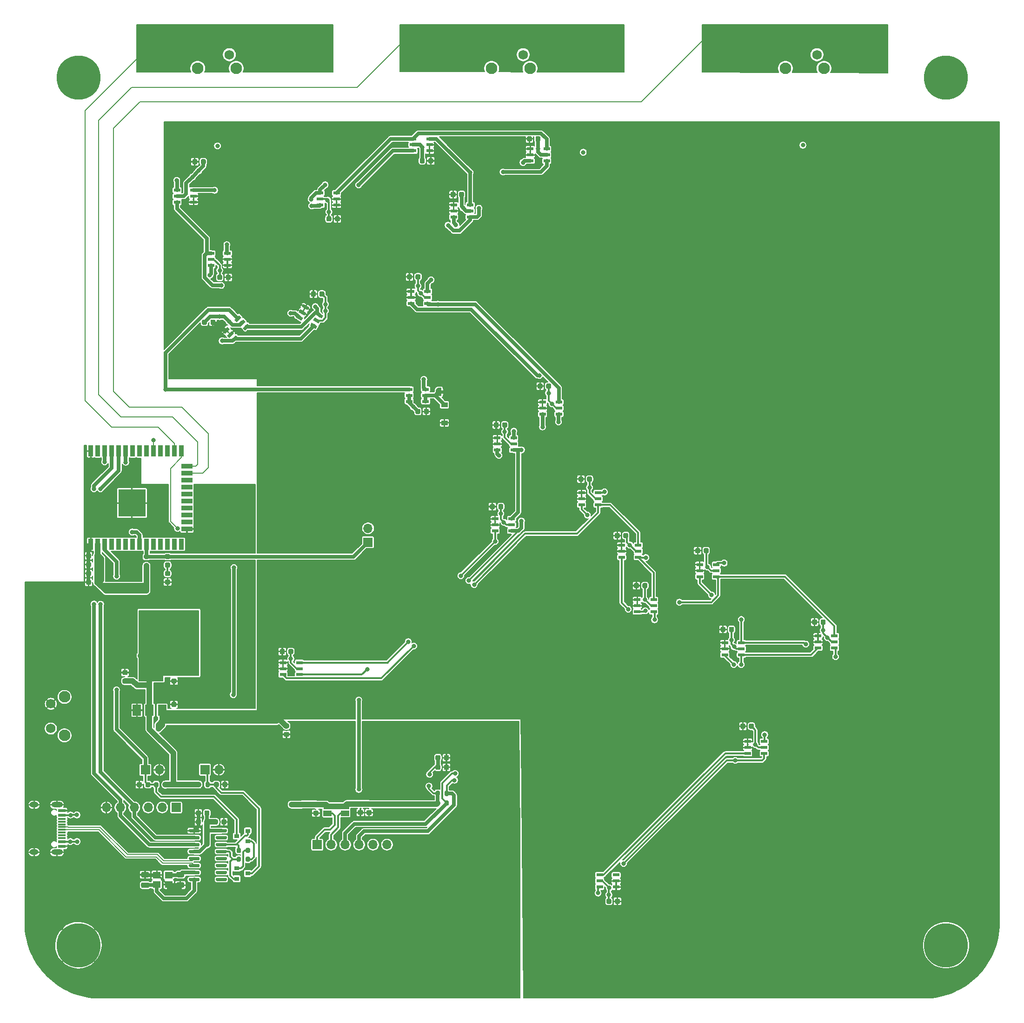
<source format=gbr>
G04 #@! TF.GenerationSoftware,KiCad,Pcbnew,(5.1.9)-1*
G04 #@! TF.CreationDate,2021-02-28T22:53:04+01:00*
G04 #@! TF.ProjectId,DPCM-map,4450434d-2d6d-4617-902e-6b696361645f,rev?*
G04 #@! TF.SameCoordinates,Original*
G04 #@! TF.FileFunction,Copper,L1,Top*
G04 #@! TF.FilePolarity,Positive*
%FSLAX46Y46*%
G04 Gerber Fmt 4.6, Leading zero omitted, Abs format (unit mm)*
G04 Created by KiCad (PCBNEW (5.1.9)-1) date 2021-02-28 22:53:04*
%MOMM*%
%LPD*%
G01*
G04 APERTURE LIST*
G04 #@! TA.AperFunction,EtchedComponent*
%ADD10C,0.100000*%
G04 #@! TD*
G04 #@! TA.AperFunction,SMDPad,CuDef*
%ADD11R,1.200000X0.600000*%
G04 #@! TD*
G04 #@! TA.AperFunction,SMDPad,CuDef*
%ADD12C,0.100000*%
G04 #@! TD*
G04 #@! TA.AperFunction,SMDPad,CuDef*
%ADD13R,1.200000X0.900000*%
G04 #@! TD*
G04 #@! TA.AperFunction,ComponentPad*
%ADD14O,1.700000X1.700000*%
G04 #@! TD*
G04 #@! TA.AperFunction,ComponentPad*
%ADD15R,1.700000X1.700000*%
G04 #@! TD*
G04 #@! TA.AperFunction,ComponentPad*
%ADD16C,0.900000*%
G04 #@! TD*
G04 #@! TA.AperFunction,ComponentPad*
%ADD17C,8.000000*%
G04 #@! TD*
G04 #@! TA.AperFunction,SMDPad,CuDef*
%ADD18R,1.400000X1.200000*%
G04 #@! TD*
G04 #@! TA.AperFunction,SMDPad,CuDef*
%ADD19R,0.900000X2.000000*%
G04 #@! TD*
G04 #@! TA.AperFunction,SMDPad,CuDef*
%ADD20R,2.000000X0.900000*%
G04 #@! TD*
G04 #@! TA.AperFunction,SMDPad,CuDef*
%ADD21R,5.000000X5.000000*%
G04 #@! TD*
G04 #@! TA.AperFunction,SMDPad,CuDef*
%ADD22R,1.500000X2.000000*%
G04 #@! TD*
G04 #@! TA.AperFunction,SMDPad,CuDef*
%ADD23R,3.800000X2.000000*%
G04 #@! TD*
G04 #@! TA.AperFunction,ComponentPad*
%ADD24C,2.100000*%
G04 #@! TD*
G04 #@! TA.AperFunction,ComponentPad*
%ADD25C,1.750000*%
G04 #@! TD*
G04 #@! TA.AperFunction,SMDPad,CuDef*
%ADD26R,0.900000X0.800000*%
G04 #@! TD*
G04 #@! TA.AperFunction,SMDPad,CuDef*
%ADD27R,1.450000X0.600000*%
G04 #@! TD*
G04 #@! TA.AperFunction,SMDPad,CuDef*
%ADD28R,1.450000X0.300000*%
G04 #@! TD*
G04 #@! TA.AperFunction,ComponentPad*
%ADD29O,2.100000X1.000000*%
G04 #@! TD*
G04 #@! TA.AperFunction,ComponentPad*
%ADD30O,1.600000X1.000000*%
G04 #@! TD*
G04 #@! TA.AperFunction,SMDPad,CuDef*
%ADD31R,1.500000X1.000000*%
G04 #@! TD*
G04 #@! TA.AperFunction,ViaPad*
%ADD32C,0.800000*%
G04 #@! TD*
G04 #@! TA.AperFunction,Conductor*
%ADD33C,0.350000*%
G04 #@! TD*
G04 #@! TA.AperFunction,Conductor*
%ADD34C,0.650000*%
G04 #@! TD*
G04 #@! TA.AperFunction,Conductor*
%ADD35C,1.000000*%
G04 #@! TD*
G04 #@! TA.AperFunction,Conductor*
%ADD36C,0.300000*%
G04 #@! TD*
G04 #@! TA.AperFunction,Conductor*
%ADD37C,0.200000*%
G04 #@! TD*
G04 #@! TA.AperFunction,Conductor*
%ADD38C,0.250000*%
G04 #@! TD*
G04 #@! TA.AperFunction,Conductor*
%ADD39C,0.100000*%
G04 #@! TD*
G04 APERTURE END LIST*
D10*
G36*
X186500000Y-117570000D02*
G01*
X187000000Y-117570000D01*
X187000000Y-116970000D01*
X186500000Y-116970000D01*
X186500000Y-117570000D01*
G37*
D11*
X215430000Y-207470000D03*
X215430000Y-206370000D03*
X215430000Y-205270000D03*
X218430000Y-205270000D03*
X218430000Y-206370000D03*
X218430000Y-207470000D03*
X245370000Y-180940000D03*
X245370000Y-182040000D03*
X245370000Y-183140000D03*
X242370000Y-183140000D03*
X242370000Y-182040000D03*
X242370000Y-180940000D03*
X241220000Y-162960000D03*
X241220000Y-164060000D03*
X241220000Y-165160000D03*
X238220000Y-165160000D03*
X238220000Y-164060000D03*
X238220000Y-162960000D03*
X258180000Y-161730000D03*
X258180000Y-162830000D03*
X258180000Y-163930000D03*
X255180000Y-163930000D03*
X255180000Y-162830000D03*
X255180000Y-161730000D03*
X236650000Y-148720000D03*
X236650000Y-149820000D03*
X236650000Y-150920000D03*
X233650000Y-150920000D03*
X233650000Y-149820000D03*
X233650000Y-148720000D03*
X225260000Y-155140000D03*
X225260000Y-156240000D03*
X225260000Y-157340000D03*
X222260000Y-157340000D03*
X222260000Y-156240000D03*
X222260000Y-155140000D03*
X222440000Y-145200000D03*
X222440000Y-146300000D03*
X222440000Y-147400000D03*
X219440000Y-147400000D03*
X219440000Y-146300000D03*
X219440000Y-145200000D03*
X215140000Y-135660000D03*
X215140000Y-136760000D03*
X215140000Y-137860000D03*
X212140000Y-137860000D03*
X212140000Y-136760000D03*
X212140000Y-135660000D03*
X160770000Y-166580000D03*
X160770000Y-167680000D03*
X160770000Y-168780000D03*
X157770000Y-168780000D03*
X157770000Y-167680000D03*
X157770000Y-166580000D03*
X199400000Y-140400000D03*
X199400000Y-141500000D03*
X199400000Y-142600000D03*
X196400000Y-142600000D03*
X196400000Y-141500000D03*
X196400000Y-140400000D03*
X199790000Y-125670000D03*
X199790000Y-126770000D03*
X199790000Y-127870000D03*
X196790000Y-127870000D03*
X196790000Y-126770000D03*
X196790000Y-125670000D03*
X208020000Y-119140000D03*
X208020000Y-120240000D03*
X208020000Y-121340000D03*
X205020000Y-121340000D03*
X205020000Y-120240000D03*
X205020000Y-119140000D03*
X184100000Y-98970000D03*
X184100000Y-100070000D03*
X184100000Y-101170000D03*
X181100000Y-101170000D03*
X181100000Y-100070000D03*
X181100000Y-98970000D03*
X191850000Y-83210000D03*
X191850000Y-84310000D03*
X191850000Y-85410000D03*
X188850000Y-85410000D03*
X188850000Y-84310000D03*
X188850000Y-83210000D03*
X205790000Y-72990000D03*
X205790000Y-74090000D03*
X205790000Y-75190000D03*
X202790000Y-75190000D03*
X202790000Y-74090000D03*
X202790000Y-72990000D03*
X181440000Y-73360000D03*
X181440000Y-72260000D03*
X181440000Y-71160000D03*
X184440000Y-71160000D03*
X184440000Y-72260000D03*
X184440000Y-73360000D03*
X164530000Y-83240000D03*
X164530000Y-82140000D03*
X164530000Y-81040000D03*
X167530000Y-81040000D03*
X167530000Y-82140000D03*
X167530000Y-83240000D03*
X138480000Y-82720000D03*
X138480000Y-81620000D03*
X138480000Y-80520000D03*
X141480000Y-80520000D03*
X141480000Y-81620000D03*
X141480000Y-82720000D03*
X144650000Y-94210000D03*
X144650000Y-93110000D03*
X144650000Y-92010000D03*
X147650000Y-92010000D03*
X147650000Y-93110000D03*
X147650000Y-94210000D03*
G04 #@! TA.AperFunction,SMDPad,CuDef*
D12*
G36*
X163789423Y-103297180D02*
G01*
X164089423Y-102777564D01*
X165128653Y-103377564D01*
X164828653Y-103897180D01*
X163789423Y-103297180D01*
G37*
G04 #@! TD.AperFunction*
G04 #@! TA.AperFunction,SMDPad,CuDef*
G36*
X163239423Y-104249808D02*
G01*
X163539423Y-103730192D01*
X164578653Y-104330192D01*
X164278653Y-104849808D01*
X163239423Y-104249808D01*
G37*
G04 #@! TD.AperFunction*
G04 #@! TA.AperFunction,SMDPad,CuDef*
G36*
X162689423Y-105202436D02*
G01*
X162989423Y-104682820D01*
X164028653Y-105282820D01*
X163728653Y-105802436D01*
X162689423Y-105202436D01*
G37*
G04 #@! TD.AperFunction*
G04 #@! TA.AperFunction,SMDPad,CuDef*
G36*
X160091347Y-103702436D02*
G01*
X160391347Y-103182820D01*
X161430577Y-103782820D01*
X161130577Y-104302436D01*
X160091347Y-103702436D01*
G37*
G04 #@! TD.AperFunction*
G04 #@! TA.AperFunction,SMDPad,CuDef*
G36*
X160641347Y-102749808D02*
G01*
X160941347Y-102230192D01*
X161980577Y-102830192D01*
X161680577Y-103349808D01*
X160641347Y-102749808D01*
G37*
G04 #@! TD.AperFunction*
G04 #@! TA.AperFunction,SMDPad,CuDef*
G36*
X161191347Y-101797180D02*
G01*
X161491347Y-101277564D01*
X162530577Y-101877564D01*
X162230577Y-102397180D01*
X161191347Y-101797180D01*
G37*
G04 #@! TD.AperFunction*
G04 #@! TA.AperFunction,SMDPad,CuDef*
G36*
X149320711Y-104527918D02*
G01*
X148896447Y-104103654D01*
X149744975Y-103255126D01*
X150169239Y-103679390D01*
X149320711Y-104527918D01*
G37*
G04 #@! TD.AperFunction*
G04 #@! TA.AperFunction,SMDPad,CuDef*
G36*
X150098528Y-105305736D02*
G01*
X149674264Y-104881472D01*
X150522792Y-104032944D01*
X150947056Y-104457208D01*
X150098528Y-105305736D01*
G37*
G04 #@! TD.AperFunction*
G04 #@! TA.AperFunction,SMDPad,CuDef*
G36*
X150876346Y-106083553D02*
G01*
X150452082Y-105659289D01*
X151300610Y-104810761D01*
X151724874Y-105235025D01*
X150876346Y-106083553D01*
G37*
G04 #@! TD.AperFunction*
G04 #@! TA.AperFunction,SMDPad,CuDef*
G36*
X148755025Y-108204874D02*
G01*
X148330761Y-107780610D01*
X149179289Y-106932082D01*
X149603553Y-107356346D01*
X148755025Y-108204874D01*
G37*
G04 #@! TD.AperFunction*
G04 #@! TA.AperFunction,SMDPad,CuDef*
G36*
X147977208Y-107427056D02*
G01*
X147552944Y-107002792D01*
X148401472Y-106154264D01*
X148825736Y-106578528D01*
X147977208Y-107427056D01*
G37*
G04 #@! TD.AperFunction*
G04 #@! TA.AperFunction,SMDPad,CuDef*
G36*
X147199390Y-106649239D02*
G01*
X146775126Y-106224975D01*
X147623654Y-105376447D01*
X148047918Y-105800711D01*
X147199390Y-106649239D01*
G37*
G04 #@! TD.AperFunction*
D11*
X180730000Y-119000000D03*
X180730000Y-117900000D03*
X180730000Y-116800000D03*
X183730000Y-116800000D03*
X183730000Y-117900000D03*
X183730000Y-119000000D03*
G04 #@! TA.AperFunction,SMDPad,CuDef*
D12*
G36*
X186900000Y-116520000D02*
G01*
X187400000Y-116520000D01*
X187400000Y-116520602D01*
X187424534Y-116520602D01*
X187473365Y-116525412D01*
X187521490Y-116534984D01*
X187568445Y-116549228D01*
X187613778Y-116568005D01*
X187657051Y-116591136D01*
X187697850Y-116618396D01*
X187735779Y-116649524D01*
X187770476Y-116684221D01*
X187801604Y-116722150D01*
X187828864Y-116762949D01*
X187851995Y-116806222D01*
X187870772Y-116851555D01*
X187885016Y-116898510D01*
X187894588Y-116946635D01*
X187899398Y-116995466D01*
X187899398Y-117020000D01*
X187900000Y-117020000D01*
X187900000Y-117520000D01*
X187899398Y-117520000D01*
X187899398Y-117544534D01*
X187894588Y-117593365D01*
X187885016Y-117641490D01*
X187870772Y-117688445D01*
X187851995Y-117733778D01*
X187828864Y-117777051D01*
X187801604Y-117817850D01*
X187770476Y-117855779D01*
X187735779Y-117890476D01*
X187697850Y-117921604D01*
X187657051Y-117948864D01*
X187613778Y-117971995D01*
X187568445Y-117990772D01*
X187521490Y-118005016D01*
X187473365Y-118014588D01*
X187424534Y-118019398D01*
X187400000Y-118019398D01*
X187400000Y-118020000D01*
X186900000Y-118020000D01*
X186900000Y-116520000D01*
G37*
G04 #@! TD.AperFunction*
G04 #@! TA.AperFunction,SMDPad,CuDef*
G36*
X186100000Y-118019398D02*
G01*
X186075466Y-118019398D01*
X186026635Y-118014588D01*
X185978510Y-118005016D01*
X185931555Y-117990772D01*
X185886222Y-117971995D01*
X185842949Y-117948864D01*
X185802150Y-117921604D01*
X185764221Y-117890476D01*
X185729524Y-117855779D01*
X185698396Y-117817850D01*
X185671136Y-117777051D01*
X185648005Y-117733778D01*
X185629228Y-117688445D01*
X185614984Y-117641490D01*
X185605412Y-117593365D01*
X185600602Y-117544534D01*
X185600602Y-117520000D01*
X185600000Y-117520000D01*
X185600000Y-117020000D01*
X185600602Y-117020000D01*
X185600602Y-116995466D01*
X185605412Y-116946635D01*
X185614984Y-116898510D01*
X185629228Y-116851555D01*
X185648005Y-116806222D01*
X185671136Y-116762949D01*
X185698396Y-116722150D01*
X185729524Y-116684221D01*
X185764221Y-116649524D01*
X185802150Y-116618396D01*
X185842949Y-116591136D01*
X185886222Y-116568005D01*
X185931555Y-116549228D01*
X185978510Y-116534984D01*
X186026635Y-116525412D01*
X186075466Y-116520602D01*
X186100000Y-116520602D01*
X186100000Y-116520000D01*
X186600000Y-116520000D01*
X186600000Y-118020000D01*
X186100000Y-118020000D01*
X186100000Y-118019398D01*
G37*
G04 #@! TD.AperFunction*
D13*
X187170000Y-122920000D03*
X187170000Y-119620000D03*
G04 #@! TA.AperFunction,SMDPad,CuDef*
G36*
G01*
X242595000Y-178420000D02*
X242595000Y-177920000D01*
G75*
G02*
X242820000Y-177695000I225000J0D01*
G01*
X243270000Y-177695000D01*
G75*
G02*
X243495000Y-177920000I0J-225000D01*
G01*
X243495000Y-178420000D01*
G75*
G02*
X243270000Y-178645000I-225000J0D01*
G01*
X242820000Y-178645000D01*
G75*
G02*
X242595000Y-178420000I0J225000D01*
G01*
G37*
G04 #@! TD.AperFunction*
G04 #@! TA.AperFunction,SMDPad,CuDef*
G36*
G01*
X241045000Y-178420000D02*
X241045000Y-177920000D01*
G75*
G02*
X241270000Y-177695000I225000J0D01*
G01*
X241720000Y-177695000D01*
G75*
G02*
X241945000Y-177920000I0J-225000D01*
G01*
X241945000Y-178420000D01*
G75*
G02*
X241720000Y-178645000I-225000J0D01*
G01*
X241270000Y-178645000D01*
G75*
G02*
X241045000Y-178420000I0J225000D01*
G01*
G37*
G04 #@! TD.AperFunction*
G04 #@! TA.AperFunction,SMDPad,CuDef*
G36*
G01*
X255655000Y-159460000D02*
X255655000Y-158960000D01*
G75*
G02*
X255880000Y-158735000I225000J0D01*
G01*
X256330000Y-158735000D01*
G75*
G02*
X256555000Y-158960000I0J-225000D01*
G01*
X256555000Y-159460000D01*
G75*
G02*
X256330000Y-159685000I-225000J0D01*
G01*
X255880000Y-159685000D01*
G75*
G02*
X255655000Y-159460000I0J225000D01*
G01*
G37*
G04 #@! TD.AperFunction*
G04 #@! TA.AperFunction,SMDPad,CuDef*
G36*
G01*
X254105000Y-159460000D02*
X254105000Y-158960000D01*
G75*
G02*
X254330000Y-158735000I225000J0D01*
G01*
X254780000Y-158735000D01*
G75*
G02*
X255005000Y-158960000I0J-225000D01*
G01*
X255005000Y-159460000D01*
G75*
G02*
X254780000Y-159685000I-225000J0D01*
G01*
X254330000Y-159685000D01*
G75*
G02*
X254105000Y-159460000I0J225000D01*
G01*
G37*
G04 #@! TD.AperFunction*
G04 #@! TA.AperFunction,SMDPad,CuDef*
G36*
G01*
X238985000Y-160790000D02*
X238985000Y-160290000D01*
G75*
G02*
X239210000Y-160065000I225000J0D01*
G01*
X239660000Y-160065000D01*
G75*
G02*
X239885000Y-160290000I0J-225000D01*
G01*
X239885000Y-160790000D01*
G75*
G02*
X239660000Y-161015000I-225000J0D01*
G01*
X239210000Y-161015000D01*
G75*
G02*
X238985000Y-160790000I0J225000D01*
G01*
G37*
G04 #@! TD.AperFunction*
G04 #@! TA.AperFunction,SMDPad,CuDef*
G36*
G01*
X237435000Y-160790000D02*
X237435000Y-160290000D01*
G75*
G02*
X237660000Y-160065000I225000J0D01*
G01*
X238110000Y-160065000D01*
G75*
G02*
X238335000Y-160290000I0J-225000D01*
G01*
X238335000Y-160790000D01*
G75*
G02*
X238110000Y-161015000I-225000J0D01*
G01*
X237660000Y-161015000D01*
G75*
G02*
X237435000Y-160790000I0J225000D01*
G01*
G37*
G04 #@! TD.AperFunction*
G04 #@! TA.AperFunction,SMDPad,CuDef*
G36*
G01*
X223215000Y-152810000D02*
X223215000Y-152310000D01*
G75*
G02*
X223440000Y-152085000I225000J0D01*
G01*
X223890000Y-152085000D01*
G75*
G02*
X224115000Y-152310000I0J-225000D01*
G01*
X224115000Y-152810000D01*
G75*
G02*
X223890000Y-153035000I-225000J0D01*
G01*
X223440000Y-153035000D01*
G75*
G02*
X223215000Y-152810000I0J225000D01*
G01*
G37*
G04 #@! TD.AperFunction*
G04 #@! TA.AperFunction,SMDPad,CuDef*
G36*
G01*
X221665000Y-152810000D02*
X221665000Y-152310000D01*
G75*
G02*
X221890000Y-152085000I225000J0D01*
G01*
X222340000Y-152085000D01*
G75*
G02*
X222565000Y-152310000I0J-225000D01*
G01*
X222565000Y-152810000D01*
G75*
G02*
X222340000Y-153035000I-225000J0D01*
G01*
X221890000Y-153035000D01*
G75*
G02*
X221665000Y-152810000I0J225000D01*
G01*
G37*
G04 #@! TD.AperFunction*
G04 #@! TA.AperFunction,SMDPad,CuDef*
G36*
G01*
X234375000Y-146450000D02*
X234375000Y-145950000D01*
G75*
G02*
X234600000Y-145725000I225000J0D01*
G01*
X235050000Y-145725000D01*
G75*
G02*
X235275000Y-145950000I0J-225000D01*
G01*
X235275000Y-146450000D01*
G75*
G02*
X235050000Y-146675000I-225000J0D01*
G01*
X234600000Y-146675000D01*
G75*
G02*
X234375000Y-146450000I0J225000D01*
G01*
G37*
G04 #@! TD.AperFunction*
G04 #@! TA.AperFunction,SMDPad,CuDef*
G36*
G01*
X232825000Y-146450000D02*
X232825000Y-145950000D01*
G75*
G02*
X233050000Y-145725000I225000J0D01*
G01*
X233500000Y-145725000D01*
G75*
G02*
X233725000Y-145950000I0J-225000D01*
G01*
X233725000Y-146450000D01*
G75*
G02*
X233500000Y-146675000I-225000J0D01*
G01*
X233050000Y-146675000D01*
G75*
G02*
X232825000Y-146450000I0J225000D01*
G01*
G37*
G04 #@! TD.AperFunction*
G04 #@! TA.AperFunction,SMDPad,CuDef*
G36*
G01*
X219725000Y-143710000D02*
X219725000Y-143210000D01*
G75*
G02*
X219950000Y-142985000I225000J0D01*
G01*
X220400000Y-142985000D01*
G75*
G02*
X220625000Y-143210000I0J-225000D01*
G01*
X220625000Y-143710000D01*
G75*
G02*
X220400000Y-143935000I-225000J0D01*
G01*
X219950000Y-143935000D01*
G75*
G02*
X219725000Y-143710000I0J225000D01*
G01*
G37*
G04 #@! TD.AperFunction*
G04 #@! TA.AperFunction,SMDPad,CuDef*
G36*
G01*
X218175000Y-143710000D02*
X218175000Y-143210000D01*
G75*
G02*
X218400000Y-142985000I225000J0D01*
G01*
X218850000Y-142985000D01*
G75*
G02*
X219075000Y-143210000I0J-225000D01*
G01*
X219075000Y-143710000D01*
G75*
G02*
X218850000Y-143935000I-225000J0D01*
G01*
X218400000Y-143935000D01*
G75*
G02*
X218175000Y-143710000I0J225000D01*
G01*
G37*
G04 #@! TD.AperFunction*
G04 #@! TA.AperFunction,SMDPad,CuDef*
G36*
G01*
X213125000Y-133420000D02*
X213125000Y-132920000D01*
G75*
G02*
X213350000Y-132695000I225000J0D01*
G01*
X213800000Y-132695000D01*
G75*
G02*
X214025000Y-132920000I0J-225000D01*
G01*
X214025000Y-133420000D01*
G75*
G02*
X213800000Y-133645000I-225000J0D01*
G01*
X213350000Y-133645000D01*
G75*
G02*
X213125000Y-133420000I0J225000D01*
G01*
G37*
G04 #@! TD.AperFunction*
G04 #@! TA.AperFunction,SMDPad,CuDef*
G36*
G01*
X211575000Y-133420000D02*
X211575000Y-132920000D01*
G75*
G02*
X211800000Y-132695000I225000J0D01*
G01*
X212250000Y-132695000D01*
G75*
G02*
X212475000Y-132920000I0J-225000D01*
G01*
X212475000Y-133420000D01*
G75*
G02*
X212250000Y-133645000I-225000J0D01*
G01*
X211800000Y-133645000D01*
G75*
G02*
X211575000Y-133420000I0J225000D01*
G01*
G37*
G04 #@! TD.AperFunction*
G04 #@! TA.AperFunction,SMDPad,CuDef*
G36*
G01*
X158745000Y-164820000D02*
X158745000Y-164320000D01*
G75*
G02*
X158970000Y-164095000I225000J0D01*
G01*
X159420000Y-164095000D01*
G75*
G02*
X159645000Y-164320000I0J-225000D01*
G01*
X159645000Y-164820000D01*
G75*
G02*
X159420000Y-165045000I-225000J0D01*
G01*
X158970000Y-165045000D01*
G75*
G02*
X158745000Y-164820000I0J225000D01*
G01*
G37*
G04 #@! TD.AperFunction*
G04 #@! TA.AperFunction,SMDPad,CuDef*
G36*
G01*
X157195000Y-164820000D02*
X157195000Y-164320000D01*
G75*
G02*
X157420000Y-164095000I225000J0D01*
G01*
X157870000Y-164095000D01*
G75*
G02*
X158095000Y-164320000I0J-225000D01*
G01*
X158095000Y-164820000D01*
G75*
G02*
X157870000Y-165045000I-225000J0D01*
G01*
X157420000Y-165045000D01*
G75*
G02*
X157195000Y-164820000I0J225000D01*
G01*
G37*
G04 #@! TD.AperFunction*
G04 #@! TA.AperFunction,SMDPad,CuDef*
G36*
G01*
X197695000Y-123550000D02*
X197695000Y-123050000D01*
G75*
G02*
X197920000Y-122825000I225000J0D01*
G01*
X198370000Y-122825000D01*
G75*
G02*
X198595000Y-123050000I0J-225000D01*
G01*
X198595000Y-123550000D01*
G75*
G02*
X198370000Y-123775000I-225000J0D01*
G01*
X197920000Y-123775000D01*
G75*
G02*
X197695000Y-123550000I0J225000D01*
G01*
G37*
G04 #@! TD.AperFunction*
G04 #@! TA.AperFunction,SMDPad,CuDef*
G36*
G01*
X196145000Y-123550000D02*
X196145000Y-123050000D01*
G75*
G02*
X196370000Y-122825000I225000J0D01*
G01*
X196820000Y-122825000D01*
G75*
G02*
X197045000Y-123050000I0J-225000D01*
G01*
X197045000Y-123550000D01*
G75*
G02*
X196820000Y-123775000I-225000J0D01*
G01*
X196370000Y-123775000D01*
G75*
G02*
X196145000Y-123550000I0J225000D01*
G01*
G37*
G04 #@! TD.AperFunction*
G04 #@! TA.AperFunction,SMDPad,CuDef*
G36*
G01*
X196985000Y-138420000D02*
X196985000Y-137920000D01*
G75*
G02*
X197210000Y-137695000I225000J0D01*
G01*
X197660000Y-137695000D01*
G75*
G02*
X197885000Y-137920000I0J-225000D01*
G01*
X197885000Y-138420000D01*
G75*
G02*
X197660000Y-138645000I-225000J0D01*
G01*
X197210000Y-138645000D01*
G75*
G02*
X196985000Y-138420000I0J225000D01*
G01*
G37*
G04 #@! TD.AperFunction*
G04 #@! TA.AperFunction,SMDPad,CuDef*
G36*
G01*
X195435000Y-138420000D02*
X195435000Y-137920000D01*
G75*
G02*
X195660000Y-137695000I225000J0D01*
G01*
X196110000Y-137695000D01*
G75*
G02*
X196335000Y-137920000I0J-225000D01*
G01*
X196335000Y-138420000D01*
G75*
G02*
X196110000Y-138645000I-225000J0D01*
G01*
X195660000Y-138645000D01*
G75*
G02*
X195435000Y-138420000I0J225000D01*
G01*
G37*
G04 #@! TD.AperFunction*
G04 #@! TA.AperFunction,SMDPad,CuDef*
G36*
G01*
X217565000Y-209830000D02*
X217565000Y-210330000D01*
G75*
G02*
X217340000Y-210555000I-225000J0D01*
G01*
X216890000Y-210555000D01*
G75*
G02*
X216665000Y-210330000I0J225000D01*
G01*
X216665000Y-209830000D01*
G75*
G02*
X216890000Y-209605000I225000J0D01*
G01*
X217340000Y-209605000D01*
G75*
G02*
X217565000Y-209830000I0J-225000D01*
G01*
G37*
G04 #@! TD.AperFunction*
G04 #@! TA.AperFunction,SMDPad,CuDef*
G36*
G01*
X219115000Y-209830000D02*
X219115000Y-210330000D01*
G75*
G02*
X218890000Y-210555000I-225000J0D01*
G01*
X218440000Y-210555000D01*
G75*
G02*
X218215000Y-210330000I0J225000D01*
G01*
X218215000Y-209830000D01*
G75*
G02*
X218440000Y-209605000I225000J0D01*
G01*
X218890000Y-209605000D01*
G75*
G02*
X219115000Y-209830000I0J-225000D01*
G01*
G37*
G04 #@! TD.AperFunction*
G04 #@! TA.AperFunction,SMDPad,CuDef*
G36*
G01*
X205685000Y-116470000D02*
X205685000Y-115970000D01*
G75*
G02*
X205910000Y-115745000I225000J0D01*
G01*
X206360000Y-115745000D01*
G75*
G02*
X206585000Y-115970000I0J-225000D01*
G01*
X206585000Y-116470000D01*
G75*
G02*
X206360000Y-116695000I-225000J0D01*
G01*
X205910000Y-116695000D01*
G75*
G02*
X205685000Y-116470000I0J225000D01*
G01*
G37*
G04 #@! TD.AperFunction*
G04 #@! TA.AperFunction,SMDPad,CuDef*
G36*
G01*
X204135000Y-116470000D02*
X204135000Y-115970000D01*
G75*
G02*
X204360000Y-115745000I225000J0D01*
G01*
X204810000Y-115745000D01*
G75*
G02*
X205035000Y-115970000I0J-225000D01*
G01*
X205035000Y-116470000D01*
G75*
G02*
X204810000Y-116695000I-225000J0D01*
G01*
X204360000Y-116695000D01*
G75*
G02*
X204135000Y-116470000I0J225000D01*
G01*
G37*
G04 #@! TD.AperFunction*
G04 #@! TA.AperFunction,SMDPad,CuDef*
G36*
G01*
X181895000Y-96570000D02*
X181895000Y-96070000D01*
G75*
G02*
X182120000Y-95845000I225000J0D01*
G01*
X182570000Y-95845000D01*
G75*
G02*
X182795000Y-96070000I0J-225000D01*
G01*
X182795000Y-96570000D01*
G75*
G02*
X182570000Y-96795000I-225000J0D01*
G01*
X182120000Y-96795000D01*
G75*
G02*
X181895000Y-96570000I0J225000D01*
G01*
G37*
G04 #@! TD.AperFunction*
G04 #@! TA.AperFunction,SMDPad,CuDef*
G36*
G01*
X180345000Y-96570000D02*
X180345000Y-96070000D01*
G75*
G02*
X180570000Y-95845000I225000J0D01*
G01*
X181020000Y-95845000D01*
G75*
G02*
X181245000Y-96070000I0J-225000D01*
G01*
X181245000Y-96570000D01*
G75*
G02*
X181020000Y-96795000I-225000J0D01*
G01*
X180570000Y-96795000D01*
G75*
G02*
X180345000Y-96570000I0J225000D01*
G01*
G37*
G04 #@! TD.AperFunction*
G04 #@! TA.AperFunction,SMDPad,CuDef*
G36*
G01*
X189835000Y-81570000D02*
X189835000Y-81070000D01*
G75*
G02*
X190060000Y-80845000I225000J0D01*
G01*
X190510000Y-80845000D01*
G75*
G02*
X190735000Y-81070000I0J-225000D01*
G01*
X190735000Y-81570000D01*
G75*
G02*
X190510000Y-81795000I-225000J0D01*
G01*
X190060000Y-81795000D01*
G75*
G02*
X189835000Y-81570000I0J225000D01*
G01*
G37*
G04 #@! TD.AperFunction*
G04 #@! TA.AperFunction,SMDPad,CuDef*
G36*
G01*
X188285000Y-81570000D02*
X188285000Y-81070000D01*
G75*
G02*
X188510000Y-80845000I225000J0D01*
G01*
X188960000Y-80845000D01*
G75*
G02*
X189185000Y-81070000I0J-225000D01*
G01*
X189185000Y-81570000D01*
G75*
G02*
X188960000Y-81795000I-225000J0D01*
G01*
X188510000Y-81795000D01*
G75*
G02*
X188285000Y-81570000I0J225000D01*
G01*
G37*
G04 #@! TD.AperFunction*
G04 #@! TA.AperFunction,SMDPad,CuDef*
G36*
G01*
X203745000Y-71430000D02*
X203745000Y-70930000D01*
G75*
G02*
X203970000Y-70705000I225000J0D01*
G01*
X204420000Y-70705000D01*
G75*
G02*
X204645000Y-70930000I0J-225000D01*
G01*
X204645000Y-71430000D01*
G75*
G02*
X204420000Y-71655000I-225000J0D01*
G01*
X203970000Y-71655000D01*
G75*
G02*
X203745000Y-71430000I0J225000D01*
G01*
G37*
G04 #@! TD.AperFunction*
G04 #@! TA.AperFunction,SMDPad,CuDef*
G36*
G01*
X202195000Y-71430000D02*
X202195000Y-70930000D01*
G75*
G02*
X202420000Y-70705000I225000J0D01*
G01*
X202870000Y-70705000D01*
G75*
G02*
X203095000Y-70930000I0J-225000D01*
G01*
X203095000Y-71430000D01*
G75*
G02*
X202870000Y-71655000I-225000J0D01*
G01*
X202420000Y-71655000D01*
G75*
G02*
X202195000Y-71430000I0J225000D01*
G01*
G37*
G04 #@! TD.AperFunction*
G04 #@! TA.AperFunction,SMDPad,CuDef*
G36*
G01*
X183575000Y-74930000D02*
X183575000Y-75430000D01*
G75*
G02*
X183350000Y-75655000I-225000J0D01*
G01*
X182900000Y-75655000D01*
G75*
G02*
X182675000Y-75430000I0J225000D01*
G01*
X182675000Y-74930000D01*
G75*
G02*
X182900000Y-74705000I225000J0D01*
G01*
X183350000Y-74705000D01*
G75*
G02*
X183575000Y-74930000I0J-225000D01*
G01*
G37*
G04 #@! TD.AperFunction*
G04 #@! TA.AperFunction,SMDPad,CuDef*
G36*
G01*
X185125000Y-74930000D02*
X185125000Y-75430000D01*
G75*
G02*
X184900000Y-75655000I-225000J0D01*
G01*
X184450000Y-75655000D01*
G75*
G02*
X184225000Y-75430000I0J225000D01*
G01*
X184225000Y-74930000D01*
G75*
G02*
X184450000Y-74705000I225000J0D01*
G01*
X184900000Y-74705000D01*
G75*
G02*
X185125000Y-74930000I0J-225000D01*
G01*
G37*
G04 #@! TD.AperFunction*
G04 #@! TA.AperFunction,SMDPad,CuDef*
G36*
G01*
X166585000Y-85500000D02*
X166585000Y-86000000D01*
G75*
G02*
X166360000Y-86225000I-225000J0D01*
G01*
X165910000Y-86225000D01*
G75*
G02*
X165685000Y-86000000I0J225000D01*
G01*
X165685000Y-85500000D01*
G75*
G02*
X165910000Y-85275000I225000J0D01*
G01*
X166360000Y-85275000D01*
G75*
G02*
X166585000Y-85500000I0J-225000D01*
G01*
G37*
G04 #@! TD.AperFunction*
G04 #@! TA.AperFunction,SMDPad,CuDef*
G36*
G01*
X168135000Y-85500000D02*
X168135000Y-86000000D01*
G75*
G02*
X167910000Y-86225000I-225000J0D01*
G01*
X167460000Y-86225000D01*
G75*
G02*
X167235000Y-86000000I0J225000D01*
G01*
X167235000Y-85500000D01*
G75*
G02*
X167460000Y-85275000I225000J0D01*
G01*
X167910000Y-85275000D01*
G75*
G02*
X168135000Y-85500000I0J-225000D01*
G01*
G37*
G04 #@! TD.AperFunction*
G04 #@! TA.AperFunction,SMDPad,CuDef*
G36*
G01*
X142815000Y-75600000D02*
X142815000Y-75100000D01*
G75*
G02*
X143040000Y-74875000I225000J0D01*
G01*
X143490000Y-74875000D01*
G75*
G02*
X143715000Y-75100000I0J-225000D01*
G01*
X143715000Y-75600000D01*
G75*
G02*
X143490000Y-75825000I-225000J0D01*
G01*
X143040000Y-75825000D01*
G75*
G02*
X142815000Y-75600000I0J225000D01*
G01*
G37*
G04 #@! TD.AperFunction*
G04 #@! TA.AperFunction,SMDPad,CuDef*
G36*
G01*
X141265000Y-75600000D02*
X141265000Y-75100000D01*
G75*
G02*
X141490000Y-74875000I225000J0D01*
G01*
X141940000Y-74875000D01*
G75*
G02*
X142165000Y-75100000I0J-225000D01*
G01*
X142165000Y-75600000D01*
G75*
G02*
X141940000Y-75825000I-225000J0D01*
G01*
X141490000Y-75825000D01*
G75*
G02*
X141265000Y-75600000I0J225000D01*
G01*
G37*
G04 #@! TD.AperFunction*
G04 #@! TA.AperFunction,SMDPad,CuDef*
G36*
G01*
X146705000Y-96160000D02*
X146705000Y-96660000D01*
G75*
G02*
X146480000Y-96885000I-225000J0D01*
G01*
X146030000Y-96885000D01*
G75*
G02*
X145805000Y-96660000I0J225000D01*
G01*
X145805000Y-96160000D01*
G75*
G02*
X146030000Y-95935000I225000J0D01*
G01*
X146480000Y-95935000D01*
G75*
G02*
X146705000Y-96160000I0J-225000D01*
G01*
G37*
G04 #@! TD.AperFunction*
G04 #@! TA.AperFunction,SMDPad,CuDef*
G36*
G01*
X148255000Y-96160000D02*
X148255000Y-96660000D01*
G75*
G02*
X148030000Y-96885000I-225000J0D01*
G01*
X147580000Y-96885000D01*
G75*
G02*
X147355000Y-96660000I0J225000D01*
G01*
X147355000Y-96160000D01*
G75*
G02*
X147580000Y-95935000I225000J0D01*
G01*
X148030000Y-95935000D01*
G75*
G02*
X148255000Y-96160000I0J-225000D01*
G01*
G37*
G04 #@! TD.AperFunction*
G04 #@! TA.AperFunction,SMDPad,CuDef*
G36*
G01*
X164410000Y-99700000D02*
X164410000Y-99200000D01*
G75*
G02*
X164635000Y-98975000I225000J0D01*
G01*
X165085000Y-98975000D01*
G75*
G02*
X165310000Y-99200000I0J-225000D01*
G01*
X165310000Y-99700000D01*
G75*
G02*
X165085000Y-99925000I-225000J0D01*
G01*
X164635000Y-99925000D01*
G75*
G02*
X164410000Y-99700000I0J225000D01*
G01*
G37*
G04 #@! TD.AperFunction*
G04 #@! TA.AperFunction,SMDPad,CuDef*
G36*
G01*
X162860000Y-99700000D02*
X162860000Y-99200000D01*
G75*
G02*
X163085000Y-98975000I225000J0D01*
G01*
X163535000Y-98975000D01*
G75*
G02*
X163760000Y-99200000I0J-225000D01*
G01*
X163760000Y-99700000D01*
G75*
G02*
X163535000Y-99925000I-225000J0D01*
G01*
X163085000Y-99925000D01*
G75*
G02*
X162860000Y-99700000I0J225000D01*
G01*
G37*
G04 #@! TD.AperFunction*
G04 #@! TA.AperFunction,SMDPad,CuDef*
G36*
G01*
X143915000Y-104330000D02*
X143915000Y-104830000D01*
G75*
G02*
X143690000Y-105055000I-225000J0D01*
G01*
X143240000Y-105055000D01*
G75*
G02*
X143015000Y-104830000I0J225000D01*
G01*
X143015000Y-104330000D01*
G75*
G02*
X143240000Y-104105000I225000J0D01*
G01*
X143690000Y-104105000D01*
G75*
G02*
X143915000Y-104330000I0J-225000D01*
G01*
G37*
G04 #@! TD.AperFunction*
G04 #@! TA.AperFunction,SMDPad,CuDef*
G36*
G01*
X145465000Y-104330000D02*
X145465000Y-104830000D01*
G75*
G02*
X145240000Y-105055000I-225000J0D01*
G01*
X144790000Y-105055000D01*
G75*
G02*
X144565000Y-104830000I0J225000D01*
G01*
X144565000Y-104330000D01*
G75*
G02*
X144790000Y-104105000I225000J0D01*
G01*
X145240000Y-104105000D01*
G75*
G02*
X145465000Y-104330000I0J-225000D01*
G01*
G37*
G04 #@! TD.AperFunction*
D14*
X137160000Y-55880000D03*
X134620000Y-55880000D03*
D15*
X132080000Y-55880000D03*
D14*
X185420000Y-55880000D03*
X182880000Y-55880000D03*
D15*
X180340000Y-55880000D03*
X236220000Y-55880000D03*
D14*
X238760000Y-55880000D03*
X241300000Y-55880000D03*
G04 #@! TA.AperFunction,SMDPad,CuDef*
G36*
G01*
X136510000Y-151465000D02*
X137010000Y-151465000D01*
G75*
G02*
X137235000Y-151690000I0J-225000D01*
G01*
X137235000Y-152140000D01*
G75*
G02*
X137010000Y-152365000I-225000J0D01*
G01*
X136510000Y-152365000D01*
G75*
G02*
X136285000Y-152140000I0J225000D01*
G01*
X136285000Y-151690000D01*
G75*
G02*
X136510000Y-151465000I225000J0D01*
G01*
G37*
G04 #@! TD.AperFunction*
G04 #@! TA.AperFunction,SMDPad,CuDef*
G36*
G01*
X136510000Y-149915000D02*
X137010000Y-149915000D01*
G75*
G02*
X137235000Y-150140000I0J-225000D01*
G01*
X137235000Y-150590000D01*
G75*
G02*
X137010000Y-150815000I-225000J0D01*
G01*
X136510000Y-150815000D01*
G75*
G02*
X136285000Y-150590000I0J225000D01*
G01*
X136285000Y-150140000D01*
G75*
G02*
X136510000Y-149915000I225000J0D01*
G01*
G37*
G04 #@! TD.AperFunction*
G04 #@! TA.AperFunction,SMDPad,CuDef*
G36*
G01*
X136510000Y-148365000D02*
X137010000Y-148365000D01*
G75*
G02*
X137235000Y-148590000I0J-225000D01*
G01*
X137235000Y-149040000D01*
G75*
G02*
X137010000Y-149265000I-225000J0D01*
G01*
X136510000Y-149265000D01*
G75*
G02*
X136285000Y-149040000I0J225000D01*
G01*
X136285000Y-148590000D01*
G75*
G02*
X136510000Y-148365000I225000J0D01*
G01*
G37*
G04 #@! TD.AperFunction*
G04 #@! TA.AperFunction,SMDPad,CuDef*
G36*
G01*
X136510000Y-146815000D02*
X137010000Y-146815000D01*
G75*
G02*
X137235000Y-147040000I0J-225000D01*
G01*
X137235000Y-147490000D01*
G75*
G02*
X137010000Y-147715000I-225000J0D01*
G01*
X136510000Y-147715000D01*
G75*
G02*
X136285000Y-147490000I0J225000D01*
G01*
X136285000Y-147040000D01*
G75*
G02*
X136510000Y-146815000I225000J0D01*
G01*
G37*
G04 #@! TD.AperFunction*
D16*
X280621320Y-215948680D03*
X278500000Y-215070000D03*
X276378680Y-215948680D03*
X275500000Y-218070000D03*
X276378680Y-220191320D03*
X278500000Y-221070000D03*
X280621320Y-220191320D03*
X281500000Y-218070000D03*
D17*
X278500000Y-218070000D03*
D16*
X280621320Y-57878680D03*
X278500000Y-57000000D03*
X276378680Y-57878680D03*
X275500000Y-60000000D03*
X276378680Y-62121320D03*
X278500000Y-63000000D03*
X280621320Y-62121320D03*
X281500000Y-60000000D03*
D17*
X278500000Y-60000000D03*
D16*
X122641320Y-215948680D03*
X120520000Y-215070000D03*
X118398680Y-215948680D03*
X117520000Y-218070000D03*
X118398680Y-220191320D03*
X120520000Y-221070000D03*
X122641320Y-220191320D03*
X123520000Y-218070000D03*
D17*
X120520000Y-218070000D03*
D16*
X122641320Y-57878680D03*
X120520000Y-57000000D03*
X118398680Y-57878680D03*
X117520000Y-60000000D03*
X118398680Y-62121320D03*
X120520000Y-63000000D03*
X122641320Y-62121320D03*
X123520000Y-60000000D03*
D17*
X120520000Y-60000000D03*
D14*
X176700000Y-199750000D03*
X174160000Y-199750000D03*
X171620000Y-199750000D03*
X169080000Y-199750000D03*
X166540000Y-199750000D03*
D15*
X164000000Y-199750000D03*
D18*
X134790000Y-205300000D03*
X136990000Y-205300000D03*
X136990000Y-207000000D03*
X134790000Y-207000000D03*
G04 #@! TA.AperFunction,SMDPad,CuDef*
G36*
G01*
X145575000Y-197355000D02*
X145575000Y-197055000D01*
G75*
G02*
X145725000Y-196905000I150000J0D01*
G01*
X147375000Y-196905000D01*
G75*
G02*
X147525000Y-197055000I0J-150000D01*
G01*
X147525000Y-197355000D01*
G75*
G02*
X147375000Y-197505000I-150000J0D01*
G01*
X145725000Y-197505000D01*
G75*
G02*
X145575000Y-197355000I0J150000D01*
G01*
G37*
G04 #@! TD.AperFunction*
G04 #@! TA.AperFunction,SMDPad,CuDef*
G36*
G01*
X145575000Y-198625000D02*
X145575000Y-198325000D01*
G75*
G02*
X145725000Y-198175000I150000J0D01*
G01*
X147375000Y-198175000D01*
G75*
G02*
X147525000Y-198325000I0J-150000D01*
G01*
X147525000Y-198625000D01*
G75*
G02*
X147375000Y-198775000I-150000J0D01*
G01*
X145725000Y-198775000D01*
G75*
G02*
X145575000Y-198625000I0J150000D01*
G01*
G37*
G04 #@! TD.AperFunction*
G04 #@! TA.AperFunction,SMDPad,CuDef*
G36*
G01*
X145575000Y-199895000D02*
X145575000Y-199595000D01*
G75*
G02*
X145725000Y-199445000I150000J0D01*
G01*
X147375000Y-199445000D01*
G75*
G02*
X147525000Y-199595000I0J-150000D01*
G01*
X147525000Y-199895000D01*
G75*
G02*
X147375000Y-200045000I-150000J0D01*
G01*
X145725000Y-200045000D01*
G75*
G02*
X145575000Y-199895000I0J150000D01*
G01*
G37*
G04 #@! TD.AperFunction*
G04 #@! TA.AperFunction,SMDPad,CuDef*
G36*
G01*
X145575000Y-201165000D02*
X145575000Y-200865000D01*
G75*
G02*
X145725000Y-200715000I150000J0D01*
G01*
X147375000Y-200715000D01*
G75*
G02*
X147525000Y-200865000I0J-150000D01*
G01*
X147525000Y-201165000D01*
G75*
G02*
X147375000Y-201315000I-150000J0D01*
G01*
X145725000Y-201315000D01*
G75*
G02*
X145575000Y-201165000I0J150000D01*
G01*
G37*
G04 #@! TD.AperFunction*
G04 #@! TA.AperFunction,SMDPad,CuDef*
G36*
G01*
X145575000Y-202435000D02*
X145575000Y-202135000D01*
G75*
G02*
X145725000Y-201985000I150000J0D01*
G01*
X147375000Y-201985000D01*
G75*
G02*
X147525000Y-202135000I0J-150000D01*
G01*
X147525000Y-202435000D01*
G75*
G02*
X147375000Y-202585000I-150000J0D01*
G01*
X145725000Y-202585000D01*
G75*
G02*
X145575000Y-202435000I0J150000D01*
G01*
G37*
G04 #@! TD.AperFunction*
G04 #@! TA.AperFunction,SMDPad,CuDef*
G36*
G01*
X145575000Y-203705000D02*
X145575000Y-203405000D01*
G75*
G02*
X145725000Y-203255000I150000J0D01*
G01*
X147375000Y-203255000D01*
G75*
G02*
X147525000Y-203405000I0J-150000D01*
G01*
X147525000Y-203705000D01*
G75*
G02*
X147375000Y-203855000I-150000J0D01*
G01*
X145725000Y-203855000D01*
G75*
G02*
X145575000Y-203705000I0J150000D01*
G01*
G37*
G04 #@! TD.AperFunction*
G04 #@! TA.AperFunction,SMDPad,CuDef*
G36*
G01*
X145575000Y-204975000D02*
X145575000Y-204675000D01*
G75*
G02*
X145725000Y-204525000I150000J0D01*
G01*
X147375000Y-204525000D01*
G75*
G02*
X147525000Y-204675000I0J-150000D01*
G01*
X147525000Y-204975000D01*
G75*
G02*
X147375000Y-205125000I-150000J0D01*
G01*
X145725000Y-205125000D01*
G75*
G02*
X145575000Y-204975000I0J150000D01*
G01*
G37*
G04 #@! TD.AperFunction*
G04 #@! TA.AperFunction,SMDPad,CuDef*
G36*
G01*
X145575000Y-206245000D02*
X145575000Y-205945000D01*
G75*
G02*
X145725000Y-205795000I150000J0D01*
G01*
X147375000Y-205795000D01*
G75*
G02*
X147525000Y-205945000I0J-150000D01*
G01*
X147525000Y-206245000D01*
G75*
G02*
X147375000Y-206395000I-150000J0D01*
G01*
X145725000Y-206395000D01*
G75*
G02*
X145575000Y-206245000I0J150000D01*
G01*
G37*
G04 #@! TD.AperFunction*
G04 #@! TA.AperFunction,SMDPad,CuDef*
G36*
G01*
X140625000Y-206245000D02*
X140625000Y-205945000D01*
G75*
G02*
X140775000Y-205795000I150000J0D01*
G01*
X142425000Y-205795000D01*
G75*
G02*
X142575000Y-205945000I0J-150000D01*
G01*
X142575000Y-206245000D01*
G75*
G02*
X142425000Y-206395000I-150000J0D01*
G01*
X140775000Y-206395000D01*
G75*
G02*
X140625000Y-206245000I0J150000D01*
G01*
G37*
G04 #@! TD.AperFunction*
G04 #@! TA.AperFunction,SMDPad,CuDef*
G36*
G01*
X140625000Y-204975000D02*
X140625000Y-204675000D01*
G75*
G02*
X140775000Y-204525000I150000J0D01*
G01*
X142425000Y-204525000D01*
G75*
G02*
X142575000Y-204675000I0J-150000D01*
G01*
X142575000Y-204975000D01*
G75*
G02*
X142425000Y-205125000I-150000J0D01*
G01*
X140775000Y-205125000D01*
G75*
G02*
X140625000Y-204975000I0J150000D01*
G01*
G37*
G04 #@! TD.AperFunction*
G04 #@! TA.AperFunction,SMDPad,CuDef*
G36*
G01*
X140625000Y-203705000D02*
X140625000Y-203405000D01*
G75*
G02*
X140775000Y-203255000I150000J0D01*
G01*
X142425000Y-203255000D01*
G75*
G02*
X142575000Y-203405000I0J-150000D01*
G01*
X142575000Y-203705000D01*
G75*
G02*
X142425000Y-203855000I-150000J0D01*
G01*
X140775000Y-203855000D01*
G75*
G02*
X140625000Y-203705000I0J150000D01*
G01*
G37*
G04 #@! TD.AperFunction*
G04 #@! TA.AperFunction,SMDPad,CuDef*
G36*
G01*
X140625000Y-202435000D02*
X140625000Y-202135000D01*
G75*
G02*
X140775000Y-201985000I150000J0D01*
G01*
X142425000Y-201985000D01*
G75*
G02*
X142575000Y-202135000I0J-150000D01*
G01*
X142575000Y-202435000D01*
G75*
G02*
X142425000Y-202585000I-150000J0D01*
G01*
X140775000Y-202585000D01*
G75*
G02*
X140625000Y-202435000I0J150000D01*
G01*
G37*
G04 #@! TD.AperFunction*
G04 #@! TA.AperFunction,SMDPad,CuDef*
G36*
G01*
X140625000Y-201165000D02*
X140625000Y-200865000D01*
G75*
G02*
X140775000Y-200715000I150000J0D01*
G01*
X142425000Y-200715000D01*
G75*
G02*
X142575000Y-200865000I0J-150000D01*
G01*
X142575000Y-201165000D01*
G75*
G02*
X142425000Y-201315000I-150000J0D01*
G01*
X140775000Y-201315000D01*
G75*
G02*
X140625000Y-201165000I0J150000D01*
G01*
G37*
G04 #@! TD.AperFunction*
G04 #@! TA.AperFunction,SMDPad,CuDef*
G36*
G01*
X140625000Y-199895000D02*
X140625000Y-199595000D01*
G75*
G02*
X140775000Y-199445000I150000J0D01*
G01*
X142425000Y-199445000D01*
G75*
G02*
X142575000Y-199595000I0J-150000D01*
G01*
X142575000Y-199895000D01*
G75*
G02*
X142425000Y-200045000I-150000J0D01*
G01*
X140775000Y-200045000D01*
G75*
G02*
X140625000Y-199895000I0J150000D01*
G01*
G37*
G04 #@! TD.AperFunction*
G04 #@! TA.AperFunction,SMDPad,CuDef*
G36*
G01*
X140625000Y-198625000D02*
X140625000Y-198325000D01*
G75*
G02*
X140775000Y-198175000I150000J0D01*
G01*
X142425000Y-198175000D01*
G75*
G02*
X142575000Y-198325000I0J-150000D01*
G01*
X142575000Y-198625000D01*
G75*
G02*
X142425000Y-198775000I-150000J0D01*
G01*
X140775000Y-198775000D01*
G75*
G02*
X140625000Y-198625000I0J150000D01*
G01*
G37*
G04 #@! TD.AperFunction*
G04 #@! TA.AperFunction,SMDPad,CuDef*
G36*
G01*
X140625000Y-197355000D02*
X140625000Y-197055000D01*
G75*
G02*
X140775000Y-196905000I150000J0D01*
G01*
X142425000Y-196905000D01*
G75*
G02*
X142575000Y-197055000I0J-150000D01*
G01*
X142575000Y-197355000D01*
G75*
G02*
X142425000Y-197505000I-150000J0D01*
G01*
X140775000Y-197505000D01*
G75*
G02*
X140625000Y-197355000I0J150000D01*
G01*
G37*
G04 #@! TD.AperFunction*
D19*
X122775000Y-128025000D03*
X124045000Y-128025000D03*
X125315000Y-128025000D03*
X126585000Y-128025000D03*
X127855000Y-128025000D03*
X129125000Y-128025000D03*
X130395000Y-128025000D03*
X131665000Y-128025000D03*
X132935000Y-128025000D03*
X134205000Y-128025000D03*
X135475000Y-128025000D03*
X136745000Y-128025000D03*
X138015000Y-128025000D03*
X139285000Y-128025000D03*
D20*
X140285000Y-130810000D03*
X140285000Y-132080000D03*
X140285000Y-133350000D03*
X140285000Y-134620000D03*
X140285000Y-135890000D03*
X140285000Y-137160000D03*
X140285000Y-138430000D03*
X140285000Y-139700000D03*
X140285000Y-140970000D03*
X140285000Y-142240000D03*
D19*
X139285000Y-145025000D03*
X138015000Y-145025000D03*
X136745000Y-145025000D03*
X135475000Y-145025000D03*
X134205000Y-145025000D03*
X132935000Y-145025000D03*
X131665000Y-145025000D03*
X130395000Y-145025000D03*
X129125000Y-145025000D03*
X127855000Y-145025000D03*
X126585000Y-145025000D03*
X125315000Y-145025000D03*
X124045000Y-145025000D03*
X122775000Y-145025000D03*
D21*
X130275000Y-137525000D03*
D22*
X131165000Y-175260000D03*
X135765000Y-175260000D03*
X133465000Y-175260000D03*
D23*
X133465000Y-168960000D03*
D24*
X142250000Y-58340000D03*
D25*
X143500000Y-55850000D03*
X148000000Y-55850000D03*
D24*
X149260000Y-58340000D03*
X195750000Y-58340000D03*
D25*
X197000000Y-55850000D03*
X201500000Y-55850000D03*
D24*
X202760000Y-58340000D03*
X249250000Y-58340000D03*
D25*
X250500000Y-55850000D03*
X255000000Y-55850000D03*
D24*
X256260000Y-58340000D03*
X117990000Y-179850000D03*
D25*
X115500000Y-178600000D03*
X115500000Y-174100000D03*
D24*
X117990000Y-172840000D03*
G04 #@! TA.AperFunction,SMDPad,CuDef*
G36*
G01*
X150970000Y-201075000D02*
X150970000Y-200525000D01*
G75*
G02*
X151170000Y-200325000I200000J0D01*
G01*
X151570000Y-200325000D01*
G75*
G02*
X151770000Y-200525000I0J-200000D01*
G01*
X151770000Y-201075000D01*
G75*
G02*
X151570000Y-201275000I-200000J0D01*
G01*
X151170000Y-201275000D01*
G75*
G02*
X150970000Y-201075000I0J200000D01*
G01*
G37*
G04 #@! TD.AperFunction*
G04 #@! TA.AperFunction,SMDPad,CuDef*
G36*
G01*
X149320000Y-201075000D02*
X149320000Y-200525000D01*
G75*
G02*
X149520000Y-200325000I200000J0D01*
G01*
X149920000Y-200325000D01*
G75*
G02*
X150120000Y-200525000I0J-200000D01*
G01*
X150120000Y-201075000D01*
G75*
G02*
X149920000Y-201275000I-200000J0D01*
G01*
X149520000Y-201275000D01*
G75*
G02*
X149320000Y-201075000I0J200000D01*
G01*
G37*
G04 #@! TD.AperFunction*
G04 #@! TA.AperFunction,SMDPad,CuDef*
G36*
G01*
X150970000Y-202675000D02*
X150970000Y-202125000D01*
G75*
G02*
X151170000Y-201925000I200000J0D01*
G01*
X151570000Y-201925000D01*
G75*
G02*
X151770000Y-202125000I0J-200000D01*
G01*
X151770000Y-202675000D01*
G75*
G02*
X151570000Y-202875000I-200000J0D01*
G01*
X151170000Y-202875000D01*
G75*
G02*
X150970000Y-202675000I0J200000D01*
G01*
G37*
G04 #@! TD.AperFunction*
G04 #@! TA.AperFunction,SMDPad,CuDef*
G36*
G01*
X149320000Y-202675000D02*
X149320000Y-202125000D01*
G75*
G02*
X149520000Y-201925000I200000J0D01*
G01*
X149920000Y-201925000D01*
G75*
G02*
X150120000Y-202125000I0J-200000D01*
G01*
X150120000Y-202675000D01*
G75*
G02*
X149920000Y-202875000I-200000J0D01*
G01*
X149520000Y-202875000D01*
G75*
G02*
X149320000Y-202675000I0J200000D01*
G01*
G37*
G04 #@! TD.AperFunction*
G04 #@! TA.AperFunction,SMDPad,CuDef*
G36*
G01*
X143645000Y-189070000D02*
X143645000Y-188520000D01*
G75*
G02*
X143845000Y-188320000I200000J0D01*
G01*
X144245000Y-188320000D01*
G75*
G02*
X144445000Y-188520000I0J-200000D01*
G01*
X144445000Y-189070000D01*
G75*
G02*
X144245000Y-189270000I-200000J0D01*
G01*
X143845000Y-189270000D01*
G75*
G02*
X143645000Y-189070000I0J200000D01*
G01*
G37*
G04 #@! TD.AperFunction*
G04 #@! TA.AperFunction,SMDPad,CuDef*
G36*
G01*
X141995000Y-189070000D02*
X141995000Y-188520000D01*
G75*
G02*
X142195000Y-188320000I200000J0D01*
G01*
X142595000Y-188320000D01*
G75*
G02*
X142795000Y-188520000I0J-200000D01*
G01*
X142795000Y-189070000D01*
G75*
G02*
X142595000Y-189270000I-200000J0D01*
G01*
X142195000Y-189270000D01*
G75*
G02*
X141995000Y-189070000I0J200000D01*
G01*
G37*
G04 #@! TD.AperFunction*
D14*
X173260000Y-142130000D03*
D15*
X173260000Y-144670000D03*
G04 #@! TA.AperFunction,SMDPad,CuDef*
G36*
G01*
X133185000Y-147705000D02*
X132635000Y-147705000D01*
G75*
G02*
X132435000Y-147505000I0J200000D01*
G01*
X132435000Y-147105000D01*
G75*
G02*
X132635000Y-146905000I200000J0D01*
G01*
X133185000Y-146905000D01*
G75*
G02*
X133385000Y-147105000I0J-200000D01*
G01*
X133385000Y-147505000D01*
G75*
G02*
X133185000Y-147705000I-200000J0D01*
G01*
G37*
G04 #@! TD.AperFunction*
G04 #@! TA.AperFunction,SMDPad,CuDef*
G36*
G01*
X133185000Y-149355000D02*
X132635000Y-149355000D01*
G75*
G02*
X132435000Y-149155000I0J200000D01*
G01*
X132435000Y-148755000D01*
G75*
G02*
X132635000Y-148555000I200000J0D01*
G01*
X133185000Y-148555000D01*
G75*
G02*
X133385000Y-148755000I0J-200000D01*
G01*
X133385000Y-149155000D01*
G75*
G02*
X133185000Y-149355000I-200000J0D01*
G01*
G37*
G04 #@! TD.AperFunction*
G04 #@! TA.AperFunction,SMDPad,CuDef*
G36*
G01*
X135085000Y-188545000D02*
X135085000Y-189095000D01*
G75*
G02*
X134885000Y-189295000I-200000J0D01*
G01*
X134485000Y-189295000D01*
G75*
G02*
X134285000Y-189095000I0J200000D01*
G01*
X134285000Y-188545000D01*
G75*
G02*
X134485000Y-188345000I200000J0D01*
G01*
X134885000Y-188345000D01*
G75*
G02*
X135085000Y-188545000I0J-200000D01*
G01*
G37*
G04 #@! TD.AperFunction*
G04 #@! TA.AperFunction,SMDPad,CuDef*
G36*
G01*
X136735000Y-188545000D02*
X136735000Y-189095000D01*
G75*
G02*
X136535000Y-189295000I-200000J0D01*
G01*
X136135000Y-189295000D01*
G75*
G02*
X135935000Y-189095000I0J200000D01*
G01*
X135935000Y-188545000D01*
G75*
G02*
X136135000Y-188345000I200000J0D01*
G01*
X136535000Y-188345000D01*
G75*
G02*
X136735000Y-188545000I0J-200000D01*
G01*
G37*
G04 #@! TD.AperFunction*
G04 #@! TA.AperFunction,SMDPad,CuDef*
G36*
G01*
X186325000Y-190135000D02*
X186325000Y-190685000D01*
G75*
G02*
X186125000Y-190885000I-200000J0D01*
G01*
X185725000Y-190885000D01*
G75*
G02*
X185525000Y-190685000I0J200000D01*
G01*
X185525000Y-190135000D01*
G75*
G02*
X185725000Y-189935000I200000J0D01*
G01*
X186125000Y-189935000D01*
G75*
G02*
X186325000Y-190135000I0J-200000D01*
G01*
G37*
G04 #@! TD.AperFunction*
G04 #@! TA.AperFunction,SMDPad,CuDef*
G36*
G01*
X187975000Y-190135000D02*
X187975000Y-190685000D01*
G75*
G02*
X187775000Y-190885000I-200000J0D01*
G01*
X187375000Y-190885000D01*
G75*
G02*
X187175000Y-190685000I0J200000D01*
G01*
X187175000Y-190135000D01*
G75*
G02*
X187375000Y-189935000I200000J0D01*
G01*
X187775000Y-189935000D01*
G75*
G02*
X187975000Y-190135000I0J-200000D01*
G01*
G37*
G04 #@! TD.AperFunction*
G04 #@! TA.AperFunction,SMDPad,CuDef*
G36*
G01*
X186325000Y-191885000D02*
X186325000Y-192435000D01*
G75*
G02*
X186125000Y-192635000I-200000J0D01*
G01*
X185725000Y-192635000D01*
G75*
G02*
X185525000Y-192435000I0J200000D01*
G01*
X185525000Y-191885000D01*
G75*
G02*
X185725000Y-191685000I200000J0D01*
G01*
X186125000Y-191685000D01*
G75*
G02*
X186325000Y-191885000I0J-200000D01*
G01*
G37*
G04 #@! TD.AperFunction*
G04 #@! TA.AperFunction,SMDPad,CuDef*
G36*
G01*
X187975000Y-191885000D02*
X187975000Y-192435000D01*
G75*
G02*
X187775000Y-192635000I-200000J0D01*
G01*
X187375000Y-192635000D01*
G75*
G02*
X187175000Y-192435000I0J200000D01*
G01*
X187175000Y-191885000D01*
G75*
G02*
X187375000Y-191685000I200000J0D01*
G01*
X187775000Y-191685000D01*
G75*
G02*
X187975000Y-191885000I0J-200000D01*
G01*
G37*
G04 #@! TD.AperFunction*
D26*
X151345000Y-205000000D03*
X149345000Y-205950000D03*
X149345000Y-204050000D03*
X149345000Y-198200000D03*
X151345000Y-197250000D03*
X151345000Y-199150000D03*
D27*
X117545000Y-200050000D03*
X117545000Y-199250000D03*
X117545000Y-194350000D03*
X117545000Y-193550000D03*
X117545000Y-193550000D03*
X117545000Y-194350000D03*
X117545000Y-199250000D03*
X117545000Y-200050000D03*
D28*
X117545000Y-195050000D03*
X117545000Y-195550000D03*
X117545000Y-196050000D03*
X117545000Y-197050000D03*
X117545000Y-197550000D03*
X117545000Y-198050000D03*
X117545000Y-198550000D03*
X117545000Y-196550000D03*
D29*
X116630000Y-201120000D03*
X116630000Y-192480000D03*
D30*
X112450000Y-192480000D03*
X112450000Y-201120000D03*
D31*
X169045000Y-194035000D03*
G04 #@! TA.AperFunction,SMDPad,CuDef*
D12*
G36*
X168295602Y-192735000D02*
G01*
X168295602Y-192710466D01*
X168300412Y-192661635D01*
X168309984Y-192613510D01*
X168324228Y-192566555D01*
X168343005Y-192521222D01*
X168366136Y-192477949D01*
X168393396Y-192437150D01*
X168424524Y-192399221D01*
X168459221Y-192364524D01*
X168497150Y-192333396D01*
X168537949Y-192306136D01*
X168581222Y-192283005D01*
X168626555Y-192264228D01*
X168673510Y-192249984D01*
X168721635Y-192240412D01*
X168770466Y-192235602D01*
X168795000Y-192235602D01*
X168795000Y-192235000D01*
X169295000Y-192235000D01*
X169295000Y-192235602D01*
X169319534Y-192235602D01*
X169368365Y-192240412D01*
X169416490Y-192249984D01*
X169463445Y-192264228D01*
X169508778Y-192283005D01*
X169552051Y-192306136D01*
X169592850Y-192333396D01*
X169630779Y-192364524D01*
X169665476Y-192399221D01*
X169696604Y-192437150D01*
X169723864Y-192477949D01*
X169746995Y-192521222D01*
X169765772Y-192566555D01*
X169780016Y-192613510D01*
X169789588Y-192661635D01*
X169794398Y-192710466D01*
X169794398Y-192735000D01*
X169795000Y-192735000D01*
X169795000Y-193285000D01*
X168295000Y-193285000D01*
X168295000Y-192735000D01*
X168295602Y-192735000D01*
G37*
G04 #@! TD.AperFunction*
G04 #@! TA.AperFunction,SMDPad,CuDef*
G36*
X169795000Y-194785000D02*
G01*
X169795000Y-195335000D01*
X169794398Y-195335000D01*
X169794398Y-195359534D01*
X169789588Y-195408365D01*
X169780016Y-195456490D01*
X169765772Y-195503445D01*
X169746995Y-195548778D01*
X169723864Y-195592051D01*
X169696604Y-195632850D01*
X169665476Y-195670779D01*
X169630779Y-195705476D01*
X169592850Y-195736604D01*
X169552051Y-195763864D01*
X169508778Y-195786995D01*
X169463445Y-195805772D01*
X169416490Y-195820016D01*
X169368365Y-195829588D01*
X169319534Y-195834398D01*
X169295000Y-195834398D01*
X169295000Y-195835000D01*
X168795000Y-195835000D01*
X168795000Y-195834398D01*
X168770466Y-195834398D01*
X168721635Y-195829588D01*
X168673510Y-195820016D01*
X168626555Y-195805772D01*
X168581222Y-195786995D01*
X168537949Y-195763864D01*
X168497150Y-195736604D01*
X168459221Y-195705476D01*
X168424524Y-195670779D01*
X168393396Y-195632850D01*
X168366136Y-195592051D01*
X168343005Y-195548778D01*
X168324228Y-195503445D01*
X168309984Y-195456490D01*
X168300412Y-195408365D01*
X168295602Y-195359534D01*
X168295602Y-195335000D01*
X168295000Y-195335000D01*
X168295000Y-194785000D01*
X169795000Y-194785000D01*
G37*
G04 #@! TD.AperFunction*
D31*
X165895000Y-194065000D03*
G04 #@! TA.AperFunction,SMDPad,CuDef*
D12*
G36*
X165145602Y-192765000D02*
G01*
X165145602Y-192740466D01*
X165150412Y-192691635D01*
X165159984Y-192643510D01*
X165174228Y-192596555D01*
X165193005Y-192551222D01*
X165216136Y-192507949D01*
X165243396Y-192467150D01*
X165274524Y-192429221D01*
X165309221Y-192394524D01*
X165347150Y-192363396D01*
X165387949Y-192336136D01*
X165431222Y-192313005D01*
X165476555Y-192294228D01*
X165523510Y-192279984D01*
X165571635Y-192270412D01*
X165620466Y-192265602D01*
X165645000Y-192265602D01*
X165645000Y-192265000D01*
X166145000Y-192265000D01*
X166145000Y-192265602D01*
X166169534Y-192265602D01*
X166218365Y-192270412D01*
X166266490Y-192279984D01*
X166313445Y-192294228D01*
X166358778Y-192313005D01*
X166402051Y-192336136D01*
X166442850Y-192363396D01*
X166480779Y-192394524D01*
X166515476Y-192429221D01*
X166546604Y-192467150D01*
X166573864Y-192507949D01*
X166596995Y-192551222D01*
X166615772Y-192596555D01*
X166630016Y-192643510D01*
X166639588Y-192691635D01*
X166644398Y-192740466D01*
X166644398Y-192765000D01*
X166645000Y-192765000D01*
X166645000Y-193315000D01*
X165145000Y-193315000D01*
X165145000Y-192765000D01*
X165145602Y-192765000D01*
G37*
G04 #@! TD.AperFunction*
G04 #@! TA.AperFunction,SMDPad,CuDef*
G36*
X166645000Y-194815000D02*
G01*
X166645000Y-195365000D01*
X166644398Y-195365000D01*
X166644398Y-195389534D01*
X166639588Y-195438365D01*
X166630016Y-195486490D01*
X166615772Y-195533445D01*
X166596995Y-195578778D01*
X166573864Y-195622051D01*
X166546604Y-195662850D01*
X166515476Y-195700779D01*
X166480779Y-195735476D01*
X166442850Y-195766604D01*
X166402051Y-195793864D01*
X166358778Y-195816995D01*
X166313445Y-195835772D01*
X166266490Y-195850016D01*
X166218365Y-195859588D01*
X166169534Y-195864398D01*
X166145000Y-195864398D01*
X166145000Y-195865000D01*
X165645000Y-195865000D01*
X165645000Y-195864398D01*
X165620466Y-195864398D01*
X165571635Y-195859588D01*
X165523510Y-195850016D01*
X165476555Y-195835772D01*
X165431222Y-195816995D01*
X165387949Y-195793864D01*
X165347150Y-195766604D01*
X165309221Y-195735476D01*
X165274524Y-195700779D01*
X165243396Y-195662850D01*
X165216136Y-195622051D01*
X165193005Y-195578778D01*
X165174228Y-195533445D01*
X165159984Y-195486490D01*
X165150412Y-195438365D01*
X165145602Y-195389534D01*
X165145602Y-195365000D01*
X165145000Y-195365000D01*
X165145000Y-194815000D01*
X166645000Y-194815000D01*
G37*
G04 #@! TD.AperFunction*
D14*
X146100000Y-186095000D03*
D15*
X143560000Y-186095000D03*
G04 #@! TA.AperFunction,ComponentPad*
G36*
G01*
X131725000Y-54025001D02*
X131725000Y-51974999D01*
G75*
G02*
X131974999Y-51725000I249999J0D01*
G01*
X134025001Y-51725000D01*
G75*
G02*
X134275000Y-51974999I0J-249999D01*
G01*
X134275000Y-54025001D01*
G75*
G02*
X134025001Y-54275000I-249999J0D01*
G01*
X131974999Y-54275000D01*
G75*
G02*
X131725000Y-54025001I0J249999D01*
G01*
G37*
G04 #@! TD.AperFunction*
G04 #@! TA.AperFunction,ComponentPad*
G36*
G01*
X179725000Y-54025001D02*
X179725000Y-51974999D01*
G75*
G02*
X179974999Y-51725000I249999J0D01*
G01*
X182025001Y-51725000D01*
G75*
G02*
X182275000Y-51974999I0J-249999D01*
G01*
X182275000Y-54025001D01*
G75*
G02*
X182025001Y-54275000I-249999J0D01*
G01*
X179974999Y-54275000D01*
G75*
G02*
X179725000Y-54025001I0J249999D01*
G01*
G37*
G04 #@! TD.AperFunction*
G04 #@! TA.AperFunction,ComponentPad*
G36*
G01*
X234725000Y-54025001D02*
X234725000Y-51974999D01*
G75*
G02*
X234974999Y-51725000I249999J0D01*
G01*
X237025001Y-51725000D01*
G75*
G02*
X237275000Y-51974999I0J-249999D01*
G01*
X237275000Y-54025001D01*
G75*
G02*
X237025001Y-54275000I-249999J0D01*
G01*
X234974999Y-54275000D01*
G75*
G02*
X234725000Y-54025001I0J249999D01*
G01*
G37*
G04 #@! TD.AperFunction*
D14*
X125630000Y-192980000D03*
X128170000Y-192980000D03*
X130710000Y-192980000D03*
X133250000Y-192980000D03*
X135790000Y-192980000D03*
D15*
X138330000Y-192980000D03*
D14*
X135260000Y-186135000D03*
D15*
X132720000Y-186135000D03*
G04 #@! TA.AperFunction,SMDPad,CuDef*
G36*
G01*
X182775000Y-120580000D02*
X182775000Y-121080000D01*
G75*
G02*
X182550000Y-121305000I-225000J0D01*
G01*
X182100000Y-121305000D01*
G75*
G02*
X181875000Y-121080000I0J225000D01*
G01*
X181875000Y-120580000D01*
G75*
G02*
X182100000Y-120355000I225000J0D01*
G01*
X182550000Y-120355000D01*
G75*
G02*
X182775000Y-120580000I0J-225000D01*
G01*
G37*
G04 #@! TD.AperFunction*
G04 #@! TA.AperFunction,SMDPad,CuDef*
G36*
G01*
X184325000Y-120580000D02*
X184325000Y-121080000D01*
G75*
G02*
X184100000Y-121305000I-225000J0D01*
G01*
X183650000Y-121305000D01*
G75*
G02*
X183425000Y-121080000I0J225000D01*
G01*
X183425000Y-120580000D01*
G75*
G02*
X183650000Y-120355000I225000J0D01*
G01*
X184100000Y-120355000D01*
G75*
G02*
X184325000Y-120580000I0J-225000D01*
G01*
G37*
G04 #@! TD.AperFunction*
G04 #@! TA.AperFunction,SMDPad,CuDef*
G36*
G01*
X142820000Y-193750000D02*
X142820000Y-194250000D01*
G75*
G02*
X142595000Y-194475000I-225000J0D01*
G01*
X142145000Y-194475000D01*
G75*
G02*
X141920000Y-194250000I0J225000D01*
G01*
X141920000Y-193750000D01*
G75*
G02*
X142145000Y-193525000I225000J0D01*
G01*
X142595000Y-193525000D01*
G75*
G02*
X142820000Y-193750000I0J-225000D01*
G01*
G37*
G04 #@! TD.AperFunction*
G04 #@! TA.AperFunction,SMDPad,CuDef*
G36*
G01*
X144370000Y-193750000D02*
X144370000Y-194250000D01*
G75*
G02*
X144145000Y-194475000I-225000J0D01*
G01*
X143695000Y-194475000D01*
G75*
G02*
X143470000Y-194250000I0J225000D01*
G01*
X143470000Y-193750000D01*
G75*
G02*
X143695000Y-193525000I225000J0D01*
G01*
X144145000Y-193525000D01*
G75*
G02*
X144370000Y-193750000I0J-225000D01*
G01*
G37*
G04 #@! TD.AperFunction*
G04 #@! TA.AperFunction,SMDPad,CuDef*
G36*
G01*
X146570000Y-195850000D02*
X146570000Y-195350000D01*
G75*
G02*
X146795000Y-195125000I225000J0D01*
G01*
X147245000Y-195125000D01*
G75*
G02*
X147470000Y-195350000I0J-225000D01*
G01*
X147470000Y-195850000D01*
G75*
G02*
X147245000Y-196075000I-225000J0D01*
G01*
X146795000Y-196075000D01*
G75*
G02*
X146570000Y-195850000I0J225000D01*
G01*
G37*
G04 #@! TD.AperFunction*
G04 #@! TA.AperFunction,SMDPad,CuDef*
G36*
G01*
X145020000Y-195850000D02*
X145020000Y-195350000D01*
G75*
G02*
X145245000Y-195125000I225000J0D01*
G01*
X145695000Y-195125000D01*
G75*
G02*
X145920000Y-195350000I0J-225000D01*
G01*
X145920000Y-195850000D01*
G75*
G02*
X145695000Y-196075000I-225000J0D01*
G01*
X145245000Y-196075000D01*
G75*
G02*
X145020000Y-195850000I0J225000D01*
G01*
G37*
G04 #@! TD.AperFunction*
G04 #@! TA.AperFunction,SMDPad,CuDef*
G36*
G01*
X142820000Y-195350000D02*
X142820000Y-195850000D01*
G75*
G02*
X142595000Y-196075000I-225000J0D01*
G01*
X142145000Y-196075000D01*
G75*
G02*
X141920000Y-195850000I0J225000D01*
G01*
X141920000Y-195350000D01*
G75*
G02*
X142145000Y-195125000I225000J0D01*
G01*
X142595000Y-195125000D01*
G75*
G02*
X142820000Y-195350000I0J-225000D01*
G01*
G37*
G04 #@! TD.AperFunction*
G04 #@! TA.AperFunction,SMDPad,CuDef*
G36*
G01*
X144370000Y-195350000D02*
X144370000Y-195850000D01*
G75*
G02*
X144145000Y-196075000I-225000J0D01*
G01*
X143695000Y-196075000D01*
G75*
G02*
X143470000Y-195850000I0J225000D01*
G01*
X143470000Y-195350000D01*
G75*
G02*
X143695000Y-195125000I225000J0D01*
G01*
X144145000Y-195125000D01*
G75*
G02*
X144370000Y-195350000I0J-225000D01*
G01*
G37*
G04 #@! TD.AperFunction*
G04 #@! TA.AperFunction,SMDPad,CuDef*
G36*
G01*
X146745000Y-189045000D02*
X146745000Y-188545000D01*
G75*
G02*
X146970000Y-188320000I225000J0D01*
G01*
X147420000Y-188320000D01*
G75*
G02*
X147645000Y-188545000I0J-225000D01*
G01*
X147645000Y-189045000D01*
G75*
G02*
X147420000Y-189270000I-225000J0D01*
G01*
X146970000Y-189270000D01*
G75*
G02*
X146745000Y-189045000I0J225000D01*
G01*
G37*
G04 #@! TD.AperFunction*
G04 #@! TA.AperFunction,SMDPad,CuDef*
G36*
G01*
X145195000Y-189045000D02*
X145195000Y-188545000D01*
G75*
G02*
X145420000Y-188320000I225000J0D01*
G01*
X145870000Y-188320000D01*
G75*
G02*
X146095000Y-188545000I0J-225000D01*
G01*
X146095000Y-189045000D01*
G75*
G02*
X145870000Y-189270000I-225000J0D01*
G01*
X145420000Y-189270000D01*
G75*
G02*
X145195000Y-189045000I0J225000D01*
G01*
G37*
G04 #@! TD.AperFunction*
G04 #@! TA.AperFunction,SMDPad,CuDef*
G36*
G01*
X132195000Y-206630000D02*
X133145000Y-206630000D01*
G75*
G02*
X133395000Y-206880000I0J-250000D01*
G01*
X133395000Y-207380000D01*
G75*
G02*
X133145000Y-207630000I-250000J0D01*
G01*
X132195000Y-207630000D01*
G75*
G02*
X131945000Y-207380000I0J250000D01*
G01*
X131945000Y-206880000D01*
G75*
G02*
X132195000Y-206630000I250000J0D01*
G01*
G37*
G04 #@! TD.AperFunction*
G04 #@! TA.AperFunction,SMDPad,CuDef*
G36*
G01*
X132195000Y-204730000D02*
X133145000Y-204730000D01*
G75*
G02*
X133395000Y-204980000I0J-250000D01*
G01*
X133395000Y-205480000D01*
G75*
G02*
X133145000Y-205730000I-250000J0D01*
G01*
X132195000Y-205730000D01*
G75*
G02*
X131945000Y-205480000I0J250000D01*
G01*
X131945000Y-204980000D01*
G75*
G02*
X132195000Y-204730000I250000J0D01*
G01*
G37*
G04 #@! TD.AperFunction*
G04 #@! TA.AperFunction,SMDPad,CuDef*
G36*
G01*
X139545000Y-205700000D02*
X138595000Y-205700000D01*
G75*
G02*
X138345000Y-205450000I0J250000D01*
G01*
X138345000Y-204950000D01*
G75*
G02*
X138595000Y-204700000I250000J0D01*
G01*
X139545000Y-204700000D01*
G75*
G02*
X139795000Y-204950000I0J-250000D01*
G01*
X139795000Y-205450000D01*
G75*
G02*
X139545000Y-205700000I-250000J0D01*
G01*
G37*
G04 #@! TD.AperFunction*
G04 #@! TA.AperFunction,SMDPad,CuDef*
G36*
G01*
X139545000Y-207600000D02*
X138595000Y-207600000D01*
G75*
G02*
X138345000Y-207350000I0J250000D01*
G01*
X138345000Y-206850000D01*
G75*
G02*
X138595000Y-206600000I250000J0D01*
G01*
X139545000Y-206600000D01*
G75*
G02*
X139795000Y-206850000I0J-250000D01*
G01*
X139795000Y-207350000D01*
G75*
G02*
X139545000Y-207600000I-250000J0D01*
G01*
G37*
G04 #@! TD.AperFunction*
G04 #@! TA.AperFunction,SMDPad,CuDef*
G36*
G01*
X122825000Y-146890000D02*
X122825000Y-147390000D01*
G75*
G02*
X122600000Y-147615000I-225000J0D01*
G01*
X122150000Y-147615000D01*
G75*
G02*
X121925000Y-147390000I0J225000D01*
G01*
X121925000Y-146890000D01*
G75*
G02*
X122150000Y-146665000I225000J0D01*
G01*
X122600000Y-146665000D01*
G75*
G02*
X122825000Y-146890000I0J-225000D01*
G01*
G37*
G04 #@! TD.AperFunction*
G04 #@! TA.AperFunction,SMDPad,CuDef*
G36*
G01*
X124375000Y-146890000D02*
X124375000Y-147390000D01*
G75*
G02*
X124150000Y-147615000I-225000J0D01*
G01*
X123700000Y-147615000D01*
G75*
G02*
X123475000Y-147390000I0J225000D01*
G01*
X123475000Y-146890000D01*
G75*
G02*
X123700000Y-146665000I225000J0D01*
G01*
X124150000Y-146665000D01*
G75*
G02*
X124375000Y-146890000I0J-225000D01*
G01*
G37*
G04 #@! TD.AperFunction*
G04 #@! TA.AperFunction,SMDPad,CuDef*
G36*
G01*
X173190000Y-193465000D02*
X173690000Y-193465000D01*
G75*
G02*
X173915000Y-193690000I0J-225000D01*
G01*
X173915000Y-194140000D01*
G75*
G02*
X173690000Y-194365000I-225000J0D01*
G01*
X173190000Y-194365000D01*
G75*
G02*
X172965000Y-194140000I0J225000D01*
G01*
X172965000Y-193690000D01*
G75*
G02*
X173190000Y-193465000I225000J0D01*
G01*
G37*
G04 #@! TD.AperFunction*
G04 #@! TA.AperFunction,SMDPad,CuDef*
G36*
G01*
X173190000Y-191915000D02*
X173690000Y-191915000D01*
G75*
G02*
X173915000Y-192140000I0J-225000D01*
G01*
X173915000Y-192590000D01*
G75*
G02*
X173690000Y-192815000I-225000J0D01*
G01*
X173190000Y-192815000D01*
G75*
G02*
X172965000Y-192590000I0J225000D01*
G01*
X172965000Y-192140000D01*
G75*
G02*
X173190000Y-191915000I225000J0D01*
G01*
G37*
G04 #@! TD.AperFunction*
G04 #@! TA.AperFunction,SMDPad,CuDef*
G36*
G01*
X129265000Y-168855000D02*
X128765000Y-168855000D01*
G75*
G02*
X128540000Y-168630000I0J225000D01*
G01*
X128540000Y-168180000D01*
G75*
G02*
X128765000Y-167955000I225000J0D01*
G01*
X129265000Y-167955000D01*
G75*
G02*
X129490000Y-168180000I0J-225000D01*
G01*
X129490000Y-168630000D01*
G75*
G02*
X129265000Y-168855000I-225000J0D01*
G01*
G37*
G04 #@! TD.AperFunction*
G04 #@! TA.AperFunction,SMDPad,CuDef*
G36*
G01*
X129265000Y-170405000D02*
X128765000Y-170405000D01*
G75*
G02*
X128540000Y-170180000I0J225000D01*
G01*
X128540000Y-169730000D01*
G75*
G02*
X128765000Y-169505000I225000J0D01*
G01*
X129265000Y-169505000D01*
G75*
G02*
X129490000Y-169730000I0J-225000D01*
G01*
X129490000Y-170180000D01*
G75*
G02*
X129265000Y-170405000I-225000J0D01*
G01*
G37*
G04 #@! TD.AperFunction*
G04 #@! TA.AperFunction,SMDPad,CuDef*
G36*
G01*
X122825000Y-148490000D02*
X122825000Y-148990000D01*
G75*
G02*
X122600000Y-149215000I-225000J0D01*
G01*
X122150000Y-149215000D01*
G75*
G02*
X121925000Y-148990000I0J225000D01*
G01*
X121925000Y-148490000D01*
G75*
G02*
X122150000Y-148265000I225000J0D01*
G01*
X122600000Y-148265000D01*
G75*
G02*
X122825000Y-148490000I0J-225000D01*
G01*
G37*
G04 #@! TD.AperFunction*
G04 #@! TA.AperFunction,SMDPad,CuDef*
G36*
G01*
X124375000Y-148490000D02*
X124375000Y-148990000D01*
G75*
G02*
X124150000Y-149215000I-225000J0D01*
G01*
X123700000Y-149215000D01*
G75*
G02*
X123475000Y-148990000I0J225000D01*
G01*
X123475000Y-148490000D01*
G75*
G02*
X123700000Y-148265000I225000J0D01*
G01*
X124150000Y-148265000D01*
G75*
G02*
X124375000Y-148490000I0J-225000D01*
G01*
G37*
G04 #@! TD.AperFunction*
G04 #@! TA.AperFunction,SMDPad,CuDef*
G36*
G01*
X122825000Y-151690000D02*
X122825000Y-152190000D01*
G75*
G02*
X122600000Y-152415000I-225000J0D01*
G01*
X122150000Y-152415000D01*
G75*
G02*
X121925000Y-152190000I0J225000D01*
G01*
X121925000Y-151690000D01*
G75*
G02*
X122150000Y-151465000I225000J0D01*
G01*
X122600000Y-151465000D01*
G75*
G02*
X122825000Y-151690000I0J-225000D01*
G01*
G37*
G04 #@! TD.AperFunction*
G04 #@! TA.AperFunction,SMDPad,CuDef*
G36*
G01*
X124375000Y-151690000D02*
X124375000Y-152190000D01*
G75*
G02*
X124150000Y-152415000I-225000J0D01*
G01*
X123700000Y-152415000D01*
G75*
G02*
X123475000Y-152190000I0J225000D01*
G01*
X123475000Y-151690000D01*
G75*
G02*
X123700000Y-151465000I225000J0D01*
G01*
X124150000Y-151465000D01*
G75*
G02*
X124375000Y-151690000I0J-225000D01*
G01*
G37*
G04 #@! TD.AperFunction*
G04 #@! TA.AperFunction,SMDPad,CuDef*
G36*
G01*
X122825000Y-150090000D02*
X122825000Y-150590000D01*
G75*
G02*
X122600000Y-150815000I-225000J0D01*
G01*
X122150000Y-150815000D01*
G75*
G02*
X121925000Y-150590000I0J225000D01*
G01*
X121925000Y-150090000D01*
G75*
G02*
X122150000Y-149865000I225000J0D01*
G01*
X122600000Y-149865000D01*
G75*
G02*
X122825000Y-150090000I0J-225000D01*
G01*
G37*
G04 #@! TD.AperFunction*
G04 #@! TA.AperFunction,SMDPad,CuDef*
G36*
G01*
X124375000Y-150090000D02*
X124375000Y-150590000D01*
G75*
G02*
X124150000Y-150815000I-225000J0D01*
G01*
X123700000Y-150815000D01*
G75*
G02*
X123475000Y-150590000I0J225000D01*
G01*
X123475000Y-150090000D01*
G75*
G02*
X123700000Y-149865000I225000J0D01*
G01*
X124150000Y-149865000D01*
G75*
G02*
X124375000Y-150090000I0J-225000D01*
G01*
G37*
G04 #@! TD.AperFunction*
G04 #@! TA.AperFunction,SMDPad,CuDef*
G36*
G01*
X158150000Y-179215000D02*
X158650000Y-179215000D01*
G75*
G02*
X158875000Y-179440000I0J-225000D01*
G01*
X158875000Y-179890000D01*
G75*
G02*
X158650000Y-180115000I-225000J0D01*
G01*
X158150000Y-180115000D01*
G75*
G02*
X157925000Y-179890000I0J225000D01*
G01*
X157925000Y-179440000D01*
G75*
G02*
X158150000Y-179215000I225000J0D01*
G01*
G37*
G04 #@! TD.AperFunction*
G04 #@! TA.AperFunction,SMDPad,CuDef*
G36*
G01*
X158150000Y-177665000D02*
X158650000Y-177665000D01*
G75*
G02*
X158875000Y-177890000I0J-225000D01*
G01*
X158875000Y-178340000D01*
G75*
G02*
X158650000Y-178565000I-225000J0D01*
G01*
X158150000Y-178565000D01*
G75*
G02*
X157925000Y-178340000I0J225000D01*
G01*
X157925000Y-177890000D01*
G75*
G02*
X158150000Y-177665000I225000J0D01*
G01*
G37*
G04 #@! TD.AperFunction*
G04 #@! TA.AperFunction,SMDPad,CuDef*
G36*
G01*
X132065000Y-188570000D02*
X132065000Y-189070000D01*
G75*
G02*
X131840000Y-189295000I-225000J0D01*
G01*
X131390000Y-189295000D01*
G75*
G02*
X131165000Y-189070000I0J225000D01*
G01*
X131165000Y-188570000D01*
G75*
G02*
X131390000Y-188345000I225000J0D01*
G01*
X131840000Y-188345000D01*
G75*
G02*
X132065000Y-188570000I0J-225000D01*
G01*
G37*
G04 #@! TD.AperFunction*
G04 #@! TA.AperFunction,SMDPad,CuDef*
G36*
G01*
X133615000Y-188570000D02*
X133615000Y-189070000D01*
G75*
G02*
X133390000Y-189295000I-225000J0D01*
G01*
X132940000Y-189295000D01*
G75*
G02*
X132715000Y-189070000I0J225000D01*
G01*
X132715000Y-188570000D01*
G75*
G02*
X132940000Y-188345000I225000J0D01*
G01*
X133390000Y-188345000D01*
G75*
G02*
X133615000Y-188570000I0J-225000D01*
G01*
G37*
G04 #@! TD.AperFunction*
G04 #@! TA.AperFunction,SMDPad,CuDef*
G36*
G01*
X163520000Y-193565000D02*
X164020000Y-193565000D01*
G75*
G02*
X164245000Y-193790000I0J-225000D01*
G01*
X164245000Y-194240000D01*
G75*
G02*
X164020000Y-194465000I-225000J0D01*
G01*
X163520000Y-194465000D01*
G75*
G02*
X163295000Y-194240000I0J225000D01*
G01*
X163295000Y-193790000D01*
G75*
G02*
X163520000Y-193565000I225000J0D01*
G01*
G37*
G04 #@! TD.AperFunction*
G04 #@! TA.AperFunction,SMDPad,CuDef*
G36*
G01*
X163520000Y-192015000D02*
X164020000Y-192015000D01*
G75*
G02*
X164245000Y-192240000I0J-225000D01*
G01*
X164245000Y-192690000D01*
G75*
G02*
X164020000Y-192915000I-225000J0D01*
G01*
X163520000Y-192915000D01*
G75*
G02*
X163295000Y-192690000I0J225000D01*
G01*
X163295000Y-192240000D01*
G75*
G02*
X163520000Y-192015000I225000J0D01*
G01*
G37*
G04 #@! TD.AperFunction*
G04 #@! TA.AperFunction,SMDPad,CuDef*
G36*
G01*
X137665000Y-169505000D02*
X138165000Y-169505000D01*
G75*
G02*
X138390000Y-169730000I0J-225000D01*
G01*
X138390000Y-170180000D01*
G75*
G02*
X138165000Y-170405000I-225000J0D01*
G01*
X137665000Y-170405000D01*
G75*
G02*
X137440000Y-170180000I0J225000D01*
G01*
X137440000Y-169730000D01*
G75*
G02*
X137665000Y-169505000I225000J0D01*
G01*
G37*
G04 #@! TD.AperFunction*
G04 #@! TA.AperFunction,SMDPad,CuDef*
G36*
G01*
X137665000Y-167955000D02*
X138165000Y-167955000D01*
G75*
G02*
X138390000Y-168180000I0J-225000D01*
G01*
X138390000Y-168630000D01*
G75*
G02*
X138165000Y-168855000I-225000J0D01*
G01*
X137665000Y-168855000D01*
G75*
G02*
X137440000Y-168630000I0J225000D01*
G01*
X137440000Y-168180000D01*
G75*
G02*
X137665000Y-167955000I225000J0D01*
G01*
G37*
G04 #@! TD.AperFunction*
G04 #@! TA.AperFunction,SMDPad,CuDef*
G36*
G01*
X187075000Y-185910000D02*
X187075000Y-185410000D01*
G75*
G02*
X187300000Y-185185000I225000J0D01*
G01*
X187750000Y-185185000D01*
G75*
G02*
X187975000Y-185410000I0J-225000D01*
G01*
X187975000Y-185910000D01*
G75*
G02*
X187750000Y-186135000I-225000J0D01*
G01*
X187300000Y-186135000D01*
G75*
G02*
X187075000Y-185910000I0J225000D01*
G01*
G37*
G04 #@! TD.AperFunction*
G04 #@! TA.AperFunction,SMDPad,CuDef*
G36*
G01*
X185525000Y-185910000D02*
X185525000Y-185410000D01*
G75*
G02*
X185750000Y-185185000I225000J0D01*
G01*
X186200000Y-185185000D01*
G75*
G02*
X186425000Y-185410000I0J-225000D01*
G01*
X186425000Y-185910000D01*
G75*
G02*
X186200000Y-186135000I-225000J0D01*
G01*
X185750000Y-186135000D01*
G75*
G02*
X185525000Y-185910000I0J225000D01*
G01*
G37*
G04 #@! TD.AperFunction*
G04 #@! TA.AperFunction,SMDPad,CuDef*
G36*
G01*
X171620000Y-193445000D02*
X172120000Y-193445000D01*
G75*
G02*
X172345000Y-193670000I0J-225000D01*
G01*
X172345000Y-194120000D01*
G75*
G02*
X172120000Y-194345000I-225000J0D01*
G01*
X171620000Y-194345000D01*
G75*
G02*
X171395000Y-194120000I0J225000D01*
G01*
X171395000Y-193670000D01*
G75*
G02*
X171620000Y-193445000I225000J0D01*
G01*
G37*
G04 #@! TD.AperFunction*
G04 #@! TA.AperFunction,SMDPad,CuDef*
G36*
G01*
X171620000Y-191895000D02*
X172120000Y-191895000D01*
G75*
G02*
X172345000Y-192120000I0J-225000D01*
G01*
X172345000Y-192570000D01*
G75*
G02*
X172120000Y-192795000I-225000J0D01*
G01*
X171620000Y-192795000D01*
G75*
G02*
X171395000Y-192570000I0J225000D01*
G01*
X171395000Y-192120000D01*
G75*
G02*
X171620000Y-191895000I225000J0D01*
G01*
G37*
G04 #@! TD.AperFunction*
G04 #@! TA.AperFunction,SMDPad,CuDef*
G36*
G01*
X187075000Y-184160000D02*
X187075000Y-183660000D01*
G75*
G02*
X187300000Y-183435000I225000J0D01*
G01*
X187750000Y-183435000D01*
G75*
G02*
X187975000Y-183660000I0J-225000D01*
G01*
X187975000Y-184160000D01*
G75*
G02*
X187750000Y-184385000I-225000J0D01*
G01*
X187300000Y-184385000D01*
G75*
G02*
X187075000Y-184160000I0J225000D01*
G01*
G37*
G04 #@! TD.AperFunction*
G04 #@! TA.AperFunction,SMDPad,CuDef*
G36*
G01*
X185525000Y-184160000D02*
X185525000Y-183660000D01*
G75*
G02*
X185750000Y-183435000I225000J0D01*
G01*
X186200000Y-183435000D01*
G75*
G02*
X186425000Y-183660000I0J-225000D01*
G01*
X186425000Y-184160000D01*
G75*
G02*
X186200000Y-184385000I-225000J0D01*
G01*
X185750000Y-184385000D01*
G75*
G02*
X185525000Y-184160000I0J225000D01*
G01*
G37*
G04 #@! TD.AperFunction*
G04 #@! TA.AperFunction,SMDPad,CuDef*
G36*
G01*
X138165000Y-174655000D02*
X137665000Y-174655000D01*
G75*
G02*
X137440000Y-174430000I0J225000D01*
G01*
X137440000Y-173980000D01*
G75*
G02*
X137665000Y-173755000I225000J0D01*
G01*
X138165000Y-173755000D01*
G75*
G02*
X138390000Y-173980000I0J-225000D01*
G01*
X138390000Y-174430000D01*
G75*
G02*
X138165000Y-174655000I-225000J0D01*
G01*
G37*
G04 #@! TD.AperFunction*
G04 #@! TA.AperFunction,SMDPad,CuDef*
G36*
G01*
X138165000Y-176205000D02*
X137665000Y-176205000D01*
G75*
G02*
X137440000Y-175980000I0J225000D01*
G01*
X137440000Y-175530000D01*
G75*
G02*
X137665000Y-175305000I225000J0D01*
G01*
X138165000Y-175305000D01*
G75*
G02*
X138390000Y-175530000I0J-225000D01*
G01*
X138390000Y-175980000D01*
G75*
G02*
X138165000Y-176205000I-225000J0D01*
G01*
G37*
G04 #@! TD.AperFunction*
D32*
X137120000Y-208400000D03*
X139000000Y-208420000D03*
X122730000Y-130140000D03*
X134010000Y-142560000D03*
X142460000Y-143140000D03*
X140790000Y-144690000D03*
X189920000Y-183920000D03*
X189990000Y-185770000D03*
X187560000Y-182190000D03*
X175300000Y-193870000D03*
X177520000Y-193850000D03*
X180320000Y-193870000D03*
X182800000Y-193940000D03*
X163770000Y-195700000D03*
X161790000Y-194000000D03*
X144070000Y-201630000D03*
X144050000Y-203770000D03*
X144030000Y-206030000D03*
X130630000Y-205310000D03*
X134780000Y-203550000D03*
X132670000Y-203570000D03*
X147010000Y-193910000D03*
X150770000Y-195590000D03*
X141190000Y-186270000D03*
X146110000Y-183630000D03*
X148320000Y-185920000D03*
X135270000Y-183930000D03*
X129980000Y-188720000D03*
X131600000Y-190350000D03*
X131170000Y-177510000D03*
X132180000Y-173130000D03*
X136180000Y-173450000D03*
X139910000Y-169980000D03*
X136000000Y-170730000D03*
X128850000Y-166600000D03*
X128900000Y-154940000D03*
X128820000Y-146780000D03*
X126070000Y-151180000D03*
X131670000Y-150760000D03*
X131610000Y-147050000D03*
X122720000Y-131400000D03*
X123880000Y-130960000D03*
X122030000Y-142500000D03*
X122030000Y-137420000D03*
X145840000Y-72460000D03*
X252430000Y-72330000D03*
X134000000Y-136000000D03*
X134000000Y-137500000D03*
X134000000Y-139000000D03*
X134000000Y-140500000D03*
X132500000Y-141000000D03*
X131000000Y-141000000D03*
X129500000Y-141000000D03*
X128000000Y-141000000D03*
X126500000Y-140500000D03*
X126500000Y-139000000D03*
X126500000Y-137500000D03*
X126500000Y-136000000D03*
X136940000Y-142550000D03*
X144820000Y-145530000D03*
X212440000Y-73630000D03*
X181497500Y-120002500D03*
X165503663Y-101306337D03*
X165503663Y-102516337D03*
X146255000Y-95155000D03*
X166135000Y-84495000D03*
X165895000Y-82355000D03*
X182345000Y-97995000D03*
X182832499Y-99277501D03*
X206135000Y-117475000D03*
X206777499Y-119472501D03*
X198145000Y-124545000D03*
X197435000Y-139475000D03*
X197985000Y-141035000D03*
X159195000Y-165895000D03*
X213575000Y-134705000D03*
X220915000Y-145175000D03*
X223665000Y-155120002D03*
X235050000Y-149170000D03*
X239435000Y-162485000D03*
X239900000Y-163690000D03*
X256105000Y-160715000D03*
X256897499Y-162022501D03*
X217115000Y-208905000D03*
X147970000Y-104440000D03*
X146210010Y-103579990D03*
X142430000Y-76990000D03*
X190547499Y-83752501D03*
X183125000Y-72695000D03*
X204195000Y-72965000D03*
X141309081Y-78110919D03*
X217170516Y-207635514D03*
X243760000Y-181499998D03*
X135080000Y-178640000D03*
X135764970Y-177245030D03*
X120270000Y-199180000D03*
X120250000Y-194340000D03*
X119090000Y-194350000D03*
X119049988Y-199180000D03*
X137795000Y-188505000D03*
X137795000Y-186465000D03*
X143920000Y-199670000D03*
X143920000Y-197205000D03*
X159340000Y-192460000D03*
X161240000Y-192420000D03*
X132910000Y-152600000D03*
X132940000Y-165370000D03*
X131740000Y-152600000D03*
X131820000Y-165310000D03*
X184350000Y-189100000D03*
X184450000Y-186950000D03*
X127480000Y-150860000D03*
X127460000Y-171550000D03*
X138550000Y-142120000D03*
X201460000Y-75500000D03*
X187830002Y-86920000D03*
X184720000Y-96880000D03*
X193440000Y-83799998D03*
X123360000Y-155930000D03*
X123350000Y-134960000D03*
X124560000Y-155940000D03*
X124539998Y-134960000D03*
X266000000Y-51100000D03*
X262000000Y-51100000D03*
X239000000Y-51100000D03*
X263000000Y-51100000D03*
X265000000Y-51100000D03*
X258000000Y-51100000D03*
X243000000Y-51100000D03*
X247000000Y-51100000D03*
X256000000Y-51100000D03*
X253000000Y-51100000D03*
X267000000Y-51100000D03*
X255000000Y-51100000D03*
X257000000Y-51100000D03*
X236000000Y-51100000D03*
X264000000Y-51100000D03*
X261000000Y-51100000D03*
X252000000Y-51100000D03*
X245000000Y-51100000D03*
X249000000Y-51100000D03*
X241000000Y-51100000D03*
X244000000Y-51100000D03*
X254000000Y-51100000D03*
X260000000Y-51100000D03*
X251000000Y-51100000D03*
X237000000Y-51100000D03*
X259000000Y-51100000D03*
X240000000Y-51100000D03*
X250000000Y-51100000D03*
X248000000Y-51100000D03*
X246000000Y-51100000D03*
X235000000Y-51100000D03*
X242000000Y-51100000D03*
X238000000Y-51100000D03*
X194500000Y-51100000D03*
X195500000Y-51100000D03*
X189500000Y-51100000D03*
X193500000Y-51100000D03*
X182500000Y-51100000D03*
X192500000Y-51100000D03*
X196500000Y-51100000D03*
X188500000Y-51100000D03*
X185500000Y-51100000D03*
X191500000Y-51100000D03*
X180500000Y-51100000D03*
X198500000Y-51100000D03*
X184500000Y-51100000D03*
X181500000Y-51100000D03*
X186500000Y-51100000D03*
X183500000Y-51100000D03*
X190500000Y-51100000D03*
X199500000Y-51100000D03*
X187500000Y-51100000D03*
X197500000Y-51100000D03*
X206500000Y-51100000D03*
X205500000Y-51100000D03*
X200500000Y-51100000D03*
X211500000Y-51100000D03*
X207500000Y-51100000D03*
X216500000Y-51100000D03*
X217500000Y-51100000D03*
X212500000Y-51100000D03*
X202500000Y-51100000D03*
X204500000Y-51100000D03*
X208500000Y-51100000D03*
X214500000Y-51100000D03*
X209500000Y-51100000D03*
X201500000Y-51100000D03*
X215500000Y-51100000D03*
X213500000Y-51100000D03*
X210500000Y-51100000D03*
X203500000Y-51100000D03*
X218500000Y-51100000D03*
X132000000Y-51100000D03*
X133000000Y-51100000D03*
X134000000Y-51100000D03*
X135000000Y-51100000D03*
X136000000Y-51100000D03*
X137000000Y-51100000D03*
X138000000Y-51100000D03*
X139000000Y-51100000D03*
X140000000Y-51100000D03*
X141000000Y-51100000D03*
X142000000Y-51100000D03*
X143000000Y-51100000D03*
X144000000Y-51100000D03*
X145000000Y-51100000D03*
X146000000Y-51100000D03*
X147000000Y-51100000D03*
X148000000Y-51100000D03*
X149000000Y-51100000D03*
X150000000Y-51100000D03*
X151000000Y-51100000D03*
X152000000Y-51100000D03*
X153000000Y-51100000D03*
X154000000Y-51100000D03*
X155000000Y-51100000D03*
X156000000Y-51100000D03*
X157000000Y-51100000D03*
X158000000Y-51100000D03*
X159000000Y-51100000D03*
X160000000Y-51100000D03*
X161000000Y-51100000D03*
X162000000Y-51100000D03*
X163000000Y-51100000D03*
X164000000Y-51100000D03*
X165000000Y-51100000D03*
X166000000Y-51100000D03*
X129130000Y-130090000D03*
X171570000Y-189690000D03*
X171570009Y-173390009D03*
X189000000Y-188000000D03*
X125300000Y-130040000D03*
X148840000Y-149260000D03*
X148710000Y-172440000D03*
X189100000Y-186800000D03*
X130310000Y-142810000D03*
X163650000Y-101740000D03*
X183420000Y-115000000D03*
X146700000Y-107980000D03*
X144450000Y-95990000D03*
X146550000Y-97890000D03*
X159190000Y-102950000D03*
X147550000Y-90460000D03*
X162990000Y-83390000D03*
X138440000Y-78730000D03*
X165440000Y-79560000D03*
X171540000Y-79590000D03*
X145310000Y-80550000D03*
X162890000Y-82210000D03*
X191850000Y-77320000D03*
X197830000Y-77210000D03*
X185990000Y-101310000D03*
X189260000Y-86880000D03*
X204421264Y-114278736D03*
X207930000Y-122730000D03*
X199810000Y-124430000D03*
X205020000Y-123655000D03*
X201190000Y-127830000D03*
X197080000Y-128860000D03*
X180580000Y-162790000D03*
X191620000Y-151650000D03*
X201190000Y-140790000D03*
X173140000Y-167780000D03*
X190154999Y-150754999D03*
X216300000Y-135500000D03*
X196400000Y-144509998D03*
X181570000Y-163570000D03*
X192570000Y-152380000D03*
X213178008Y-139718008D03*
X223840000Y-147460000D03*
X220640000Y-156870000D03*
X225420000Y-158770000D03*
X238090000Y-148440000D03*
X223730000Y-157150000D03*
X229940000Y-155590000D03*
X252940000Y-163220000D03*
X258380000Y-165510000D03*
X241220000Y-158750000D03*
X235820000Y-154290000D03*
X245470000Y-179720000D03*
X241180000Y-166930000D03*
X215130000Y-208570000D03*
X219790000Y-203180000D03*
X240120000Y-184400000D03*
X239840000Y-166930000D03*
X134200000Y-126060000D03*
X136390000Y-116820000D03*
D33*
X165925000Y-195335000D02*
X165895000Y-195365000D01*
D34*
X142370000Y-194000000D02*
X142370000Y-195600000D01*
X142370000Y-196435000D02*
X141600000Y-197205000D01*
X142370000Y-195600000D02*
X142370000Y-196435000D01*
X122375000Y-145425000D02*
X122775000Y-145025000D01*
X122375000Y-147140000D02*
X122375000Y-145425000D01*
X122375000Y-147140000D02*
X122375000Y-151940000D01*
X137090000Y-207100000D02*
X136990000Y-207000000D01*
X139070000Y-207100000D02*
X137090000Y-207100000D01*
D33*
X134720000Y-205230000D02*
X134790000Y-205300000D01*
X132670000Y-205230000D02*
X134720000Y-205230000D01*
X136714998Y-207000000D02*
X136990000Y-207000000D01*
X135014998Y-205300000D02*
X136714998Y-207000000D01*
X134790000Y-205300000D02*
X135014998Y-205300000D01*
D34*
X132740000Y-205300000D02*
X132670000Y-205230000D01*
X134790000Y-205300000D02*
X132740000Y-205300000D01*
X136990000Y-208270000D02*
X137120000Y-208400000D01*
X136990000Y-207000000D02*
X136990000Y-208270000D01*
X137140000Y-208420000D02*
X137120000Y-208400000D01*
X139000000Y-208420000D02*
X137140000Y-208420000D01*
X139000000Y-207170000D02*
X139070000Y-207100000D01*
X139000000Y-208420000D02*
X139000000Y-207170000D01*
X138410000Y-208420000D02*
X136990000Y-207000000D01*
X139000000Y-208420000D02*
X138410000Y-208420000D01*
X137770000Y-208400000D02*
X139070000Y-207100000D01*
X137120000Y-208400000D02*
X137770000Y-208400000D01*
X180730000Y-117900000D02*
X180730000Y-119000000D01*
X180730000Y-119235000D02*
X181497500Y-120002500D01*
X180730000Y-119000000D02*
X180730000Y-119235000D01*
D33*
X145125002Y-93110000D02*
X144650000Y-93110000D01*
X146255000Y-94239998D02*
X145125002Y-93110000D01*
X146255000Y-96410000D02*
X146255000Y-95155000D01*
X165503663Y-103752516D02*
X165503663Y-102516337D01*
X165503663Y-100093663D02*
X164860000Y-99450000D01*
X164966179Y-104290000D02*
X165503663Y-103752516D01*
X163909038Y-104290000D02*
X164966179Y-104290000D01*
X166135000Y-85750000D02*
X166135000Y-84495000D01*
X183624998Y-100070000D02*
X184100000Y-100070000D01*
X182345000Y-98790002D02*
X182832499Y-99277501D01*
X182345000Y-96320000D02*
X182345000Y-97995000D01*
X207544998Y-120240000D02*
X208020000Y-120240000D01*
X206135000Y-118830002D02*
X206777499Y-119472501D01*
X206135000Y-116220000D02*
X206135000Y-117475000D01*
X198450000Y-141500000D02*
X199400000Y-141500000D01*
X197435000Y-140485000D02*
X197985000Y-141035000D01*
X197435000Y-138170000D02*
X197435000Y-139475000D01*
X198145000Y-125600002D02*
X198145000Y-124545000D01*
X199314998Y-126770000D02*
X198145000Y-125600002D01*
X199790000Y-126770000D02*
X199314998Y-126770000D01*
X214664998Y-136760000D02*
X215140000Y-136760000D01*
X213575000Y-135670002D02*
X214664998Y-136760000D01*
X213575000Y-133170000D02*
X213575000Y-134705000D01*
X160294998Y-167680000D02*
X160770000Y-167680000D01*
X159195000Y-166580002D02*
X160294998Y-167680000D01*
X159195000Y-164570000D02*
X159195000Y-165895000D01*
X222040000Y-146300000D02*
X222440000Y-146300000D01*
X220415001Y-144675001D02*
X220915000Y-145175000D01*
X220415001Y-143700001D02*
X220415001Y-144675001D01*
X220175000Y-143460000D02*
X220415001Y-143700001D01*
X235700000Y-149820000D02*
X236650000Y-149820000D01*
X234825000Y-148945000D02*
X235050000Y-149170000D01*
X234825000Y-146200000D02*
X234825000Y-148945000D01*
X223665000Y-155120002D02*
X223665000Y-155120002D01*
X224784998Y-156240000D02*
X225260000Y-156240000D01*
X223665000Y-152560000D02*
X223665000Y-155120002D01*
X240270000Y-164060000D02*
X241220000Y-164060000D01*
X239435000Y-163225000D02*
X239900000Y-163690000D01*
X239435000Y-160540000D02*
X239435000Y-162485000D01*
X257704998Y-162830000D02*
X258180000Y-162830000D01*
X256105000Y-161230002D02*
X256897499Y-162022501D01*
X256105000Y-159210000D02*
X256105000Y-160715000D01*
X217115000Y-210080000D02*
X217115000Y-208905000D01*
D34*
X181497500Y-120002500D02*
X182325000Y-120830000D01*
D33*
X165503663Y-101306337D02*
X165503663Y-100093663D01*
X165503663Y-102516337D02*
X165503663Y-101306337D01*
X146255000Y-95155000D02*
X146255000Y-94239998D01*
X165680000Y-82140000D02*
X164530000Y-82140000D01*
X166135000Y-82595000D02*
X165895000Y-82355000D01*
X166135000Y-84495000D02*
X166135000Y-82595000D01*
X165895000Y-82355000D02*
X165680000Y-82140000D01*
X182345000Y-97995000D02*
X182345000Y-98790002D01*
X182832499Y-99277501D02*
X183624998Y-100070000D01*
X206135000Y-117475000D02*
X206135000Y-118830002D01*
X206777499Y-119472501D02*
X207544998Y-120240000D01*
X198145000Y-124545000D02*
X198145000Y-123300000D01*
X197435000Y-139475000D02*
X197435000Y-140485000D01*
X197985000Y-141035000D02*
X198450000Y-141500000D01*
X159195000Y-165895000D02*
X159195000Y-166580002D01*
X213575000Y-134705000D02*
X213575000Y-135670002D01*
X220915000Y-145175000D02*
X222040000Y-146300000D01*
X223665000Y-155120002D02*
X224784998Y-156240000D01*
X235050000Y-149170000D02*
X235700000Y-149820000D01*
X239435000Y-162485000D02*
X239435000Y-163225000D01*
X239900000Y-163690000D02*
X240270000Y-164060000D01*
X256105000Y-160715000D02*
X256105000Y-161230002D01*
X256897499Y-162022501D02*
X257704998Y-162830000D01*
D34*
X149927072Y-105052928D02*
X150310660Y-104669340D01*
X148572928Y-105052928D02*
X148572928Y-105052928D01*
X147099990Y-103579990D02*
X148572928Y-105052928D01*
X144479334Y-103579990D02*
X146210010Y-103579990D01*
X143479324Y-104580000D02*
X144479334Y-103579990D01*
X143465000Y-104580000D02*
X143479324Y-104580000D01*
X148572928Y-105052928D02*
X149927072Y-105052928D01*
X146210010Y-103579990D02*
X147099990Y-103579990D01*
X143265000Y-76155000D02*
X142430000Y-76990000D01*
X143265000Y-75350000D02*
X143265000Y-76155000D01*
X183125000Y-72695000D02*
X183125000Y-72695000D01*
X182690000Y-72260000D02*
X183125000Y-72695000D01*
X181440000Y-72260000D02*
X182690000Y-72260000D01*
X191104998Y-84310000D02*
X191850000Y-84310000D01*
X190285000Y-83490002D02*
X190547499Y-83752501D01*
X190285000Y-81320000D02*
X190285000Y-83490002D01*
X190547499Y-83752501D02*
X191104998Y-84310000D01*
X183125000Y-72695000D02*
X183125000Y-75180000D01*
X204720000Y-74090000D02*
X205790000Y-74090000D01*
X204195000Y-73565000D02*
X204720000Y-74090000D01*
X204195000Y-71180000D02*
X204195000Y-72965000D01*
X204195000Y-72965000D02*
X204195000Y-73565000D01*
X140150000Y-81200000D02*
X140150000Y-79270000D01*
X139730000Y-81620000D02*
X140150000Y-81200000D01*
X142430000Y-76990000D02*
X141309081Y-78110919D01*
X138480000Y-81620000D02*
X139730000Y-81620000D01*
X140150000Y-79270000D02*
X141309081Y-78110919D01*
D33*
X217115000Y-208905000D02*
X217115000Y-207691030D01*
X217115000Y-207691030D02*
X217170516Y-207635514D01*
X215430000Y-206370000D02*
X215905002Y-206370000D01*
X215905002Y-206370000D02*
X217170516Y-207635514D01*
X245370000Y-182040000D02*
X244300002Y-182040000D01*
X243045000Y-178170000D02*
X243760000Y-178885000D01*
X244300002Y-182040000D02*
X243760000Y-181499998D01*
X243760000Y-178885000D02*
X243760000Y-181499998D01*
D34*
X136585000Y-175755000D02*
X137915000Y-175755000D01*
X136090000Y-175260000D02*
X136585000Y-175755000D01*
X135765000Y-175260000D02*
X136090000Y-175260000D01*
D35*
X136260000Y-175755000D02*
X154305000Y-175755000D01*
X135765000Y-175260000D02*
X136260000Y-175755000D01*
X135765000Y-175260000D02*
X135765000Y-177245000D01*
X135765000Y-177245000D02*
X135764970Y-177245030D01*
X135764970Y-177955030D02*
X135080000Y-178640000D01*
X135764970Y-177245030D02*
X135764970Y-177955030D01*
X157945000Y-173415000D02*
X157945000Y-171575000D01*
X155605000Y-175755000D02*
X157945000Y-173415000D01*
X154305000Y-175755000D02*
X155605000Y-175755000D01*
X154114970Y-177245030D02*
X155605000Y-175755000D01*
X135764970Y-177245030D02*
X154114970Y-177245030D01*
X135765000Y-175260000D02*
X135765000Y-175845000D01*
X135765000Y-175845000D02*
X136370000Y-176450000D01*
X154910000Y-176450000D02*
X157945000Y-173415000D01*
X136370000Y-176450000D02*
X154910000Y-176450000D01*
X154114970Y-177245030D02*
X156584970Y-177245030D01*
X157945000Y-175885000D02*
X157945000Y-173415000D01*
X156584970Y-177245030D02*
X157945000Y-175885000D01*
X154910000Y-176450000D02*
X156040000Y-176450000D01*
D33*
X117545000Y-194350000D02*
X119090000Y-194350000D01*
X120250000Y-194340000D02*
X119100000Y-194340000D01*
X119100000Y-194340000D02*
X119090000Y-194350000D01*
X117545000Y-199250000D02*
X118979998Y-199250000D01*
X120270000Y-199180000D02*
X119049988Y-199180000D01*
X118979998Y-199250000D02*
X119049988Y-199180010D01*
X119049988Y-199180010D02*
X119049988Y-199180000D01*
D35*
X135080000Y-177930000D02*
X135764970Y-177245030D01*
X135080000Y-178640000D02*
X135080000Y-177930000D01*
X158345000Y-178115000D02*
X156360000Y-176130000D01*
X158400000Y-178115000D02*
X158345000Y-178115000D01*
X156360000Y-176130000D02*
X157400000Y-175090000D01*
X156040000Y-176450000D02*
X156360000Y-176130000D01*
D34*
X146447843Y-106012843D02*
X145015000Y-104580000D01*
X147411522Y-106012843D02*
X146447843Y-106012843D01*
D35*
X124045000Y-147020000D02*
X123925000Y-147140000D01*
X124045000Y-145025000D02*
X124045000Y-147020000D01*
X123925000Y-147140000D02*
X123925000Y-151940000D01*
X133465000Y-168960000D02*
X133465000Y-175260000D01*
X142395000Y-188795000D02*
X139230000Y-188795000D01*
X136360000Y-188795000D02*
X136335000Y-188820000D01*
X139230000Y-188795000D02*
X136360000Y-188795000D01*
X138085000Y-188795000D02*
X137795000Y-188505000D01*
X139230000Y-188795000D02*
X138085000Y-188795000D01*
X137795000Y-188505000D02*
X137795000Y-186465000D01*
X145470000Y-195600000D02*
X143920000Y-195600000D01*
X143920000Y-197205000D02*
X143920000Y-195600000D01*
D34*
X143920000Y-194000000D02*
X143920000Y-195600000D01*
X146550000Y-197205000D02*
X143920000Y-197205000D01*
X142575000Y-201015000D02*
X143920000Y-199670000D01*
X141600000Y-201015000D02*
X142575000Y-201015000D01*
X143920000Y-197170000D02*
X143920000Y-197205000D01*
D35*
X143920000Y-199670000D02*
X143920000Y-197170000D01*
X143920000Y-197170000D02*
X143920000Y-195600000D01*
X161200000Y-192460000D02*
X161240000Y-192420000D01*
X159340000Y-192460000D02*
X161200000Y-192460000D01*
X163725000Y-192420000D02*
X163770000Y-192465000D01*
X161240000Y-192420000D02*
X163725000Y-192420000D01*
X165595000Y-192465000D02*
X165895000Y-192765000D01*
X163770000Y-192465000D02*
X165595000Y-192465000D01*
X173420000Y-192345000D02*
X173440000Y-192365000D01*
X171870000Y-192345000D02*
X173420000Y-192345000D01*
X169435000Y-192345000D02*
X171870000Y-192345000D01*
X169045000Y-192735000D02*
X169435000Y-192345000D01*
X185720000Y-192365000D02*
X185925000Y-192160000D01*
X173440000Y-192365000D02*
X185720000Y-192365000D01*
D34*
X185925000Y-190410000D02*
X185925000Y-192160000D01*
X185975000Y-183910000D02*
X185975000Y-185660000D01*
D35*
X132910000Y-152600000D02*
X132910000Y-148955000D01*
X123925000Y-151940000D02*
X124585000Y-152600000D01*
X132970000Y-165340000D02*
X132940000Y-165370000D01*
X137795000Y-183052070D02*
X137795000Y-186465000D01*
X133465000Y-178722070D02*
X137795000Y-183052070D01*
X133465000Y-175260000D02*
X133465000Y-178722070D01*
X131740000Y-152600000D02*
X132910000Y-152600000D01*
X124585000Y-152600000D02*
X131740000Y-152600000D01*
X132880000Y-165310000D02*
X132940000Y-165370000D01*
X131820000Y-165310000D02*
X132880000Y-165310000D01*
X133465000Y-165895000D02*
X132940000Y-165370000D01*
X133465000Y-168960000D02*
X133465000Y-165895000D01*
X125525000Y-153540000D02*
X123925000Y-151940000D01*
X132840000Y-153540000D02*
X125525000Y-153540000D01*
X132910000Y-153470000D02*
X132840000Y-153540000D01*
X132910000Y-152600000D02*
X132910000Y-153470000D01*
X124700000Y-147675000D02*
X124045000Y-147020000D01*
X124700000Y-151510000D02*
X124700000Y-147675000D01*
X124270000Y-151940000D02*
X124700000Y-151510000D01*
X123925000Y-151940000D02*
X124270000Y-151940000D01*
X169015000Y-192765000D02*
X169045000Y-192735000D01*
X165895000Y-192765000D02*
X169015000Y-192765000D01*
X134020000Y-168405000D02*
X137915000Y-168405000D01*
X133465000Y-168960000D02*
X134020000Y-168405000D01*
X130410000Y-169950000D02*
X129020000Y-169950000D01*
X131185000Y-170725000D02*
X130410000Y-169950000D01*
X133465000Y-170725000D02*
X131185000Y-170725000D01*
X129020000Y-169950000D02*
X129015000Y-169955000D01*
X133465000Y-168960000D02*
X133465000Y-170725000D01*
D36*
X185380000Y-185660000D02*
X185975000Y-185660000D01*
X184450000Y-186590000D02*
X185380000Y-185660000D01*
X184450000Y-186950000D02*
X184450000Y-186590000D01*
X184350000Y-189560000D02*
X184350000Y-189100000D01*
X185200000Y-190410000D02*
X184350000Y-189560000D01*
X185925000Y-190410000D02*
X185200000Y-190410000D01*
D33*
X132720000Y-188375000D02*
X133165000Y-188820000D01*
X132720000Y-186135000D02*
X132720000Y-188375000D01*
X133165000Y-188820000D02*
X134685000Y-188820000D01*
D34*
X127480000Y-148220000D02*
X127480000Y-150860000D01*
X125315000Y-146055000D02*
X127480000Y-148220000D01*
X125315000Y-145025000D02*
X125315000Y-146055000D01*
X127460000Y-178760000D02*
X127460000Y-171550000D01*
X132720000Y-184020000D02*
X127460000Y-178760000D01*
X132720000Y-186135000D02*
X132720000Y-184020000D01*
D33*
X149345000Y-195145000D02*
X149345000Y-198200000D01*
X145230000Y-191030000D02*
X149345000Y-195145000D01*
X135570000Y-191030000D02*
X145230000Y-191030000D01*
X134685000Y-190145000D02*
X135570000Y-191030000D01*
X134685000Y-188820000D02*
X134685000Y-190145000D01*
X145645000Y-188795000D02*
X144045000Y-188795000D01*
X144045000Y-186580000D02*
X143560000Y-186095000D01*
X144045000Y-188795000D02*
X144045000Y-186580000D01*
X152110000Y-205000000D02*
X151345000Y-205000000D01*
X153400000Y-203710000D02*
X152110000Y-205000000D01*
X150540000Y-190310000D02*
X153400000Y-193170000D01*
X146550000Y-190310000D02*
X150540000Y-190310000D01*
X145645000Y-189405000D02*
X146550000Y-190310000D01*
X153400000Y-193170000D02*
X153400000Y-203710000D01*
X145645000Y-188795000D02*
X145645000Y-189405000D01*
D37*
X137310000Y-140880000D02*
X138550000Y-142120000D01*
X137310000Y-131200000D02*
X137310000Y-140880000D01*
X139285000Y-129225000D02*
X137310000Y-131200000D01*
X139285000Y-128025000D02*
X139285000Y-129225000D01*
D34*
X201770000Y-75190000D02*
X201460000Y-75500000D01*
X202790000Y-75190000D02*
X201770000Y-75190000D01*
X184100000Y-98970000D02*
X184100000Y-97500000D01*
X184100000Y-97500000D02*
X184720000Y-96880000D01*
X188820001Y-87909999D02*
X187830002Y-86920000D01*
X189910001Y-87909999D02*
X188820001Y-87909999D01*
X191850000Y-85970000D02*
X189910001Y-87909999D01*
X191850000Y-85410000D02*
X191850000Y-85970000D01*
X191850000Y-85410000D02*
X193100000Y-85410000D01*
X193100000Y-85410000D02*
X193440000Y-85070000D01*
X193440000Y-85070000D02*
X193440000Y-83799998D01*
X126585000Y-131119315D02*
X123350000Y-134354315D01*
X123350000Y-134354315D02*
X123350000Y-134960000D01*
X126585000Y-128025000D02*
X126585000Y-131119315D01*
X133425000Y-199745000D02*
X141600000Y-199745000D01*
X128170000Y-194490000D02*
X133425000Y-199745000D01*
X128170000Y-192980000D02*
X128170000Y-194490000D01*
X123360000Y-186770000D02*
X123360000Y-155930000D01*
X128170000Y-191580000D02*
X123360000Y-186770000D01*
X128170000Y-192980000D02*
X128170000Y-191580000D01*
X127855000Y-128025000D02*
X127855000Y-131644998D01*
X127855000Y-131644998D02*
X124539998Y-134960000D01*
X130710000Y-194630000D02*
X130710000Y-192980000D01*
X134555000Y-198475000D02*
X130710000Y-194630000D01*
X141600000Y-198475000D02*
X134555000Y-198475000D01*
X124560000Y-186560000D02*
X124560000Y-155940000D01*
X130710000Y-192710000D02*
X124560000Y-186560000D01*
X130710000Y-192980000D02*
X130710000Y-192710000D01*
D37*
X234460000Y-53000000D02*
X236000000Y-53000000D01*
X223030000Y-64430000D02*
X234460000Y-53000000D01*
X131770000Y-64430000D02*
X223030000Y-64430000D01*
X126930000Y-117210000D02*
X126930000Y-69270000D01*
X129760000Y-120040000D02*
X126930000Y-117210000D01*
X144160000Y-124880000D02*
X139320000Y-120040000D01*
X126930000Y-69270000D02*
X131770000Y-64430000D01*
X139320000Y-120040000D02*
X129760000Y-120040000D01*
X144160000Y-131050000D02*
X144160000Y-124880000D01*
X143130000Y-132080000D02*
X144160000Y-131050000D01*
X140285000Y-132080000D02*
X143130000Y-132080000D01*
X180110000Y-53000000D02*
X181000000Y-53000000D01*
X171310000Y-61800000D02*
X180110000Y-53000000D01*
X130230000Y-61800000D02*
X171310000Y-61800000D01*
X124210000Y-67820000D02*
X130230000Y-61800000D01*
X128260000Y-121830000D02*
X124210000Y-117780000D01*
X137670000Y-121830000D02*
X128260000Y-121830000D01*
X142260000Y-126420000D02*
X137670000Y-121830000D01*
X142260000Y-130480000D02*
X142260000Y-126420000D01*
X124210000Y-117780000D02*
X124210000Y-67820000D01*
X141930000Y-130810000D02*
X142260000Y-130480000D01*
X140285000Y-130810000D02*
X141930000Y-130810000D01*
X121730000Y-66030000D02*
X133000000Y-54760000D01*
X133000000Y-54760000D02*
X133000000Y-53000000D01*
X121730000Y-118870000D02*
X121730000Y-66030000D01*
X126560000Y-123700000D02*
X121730000Y-118870000D01*
X135070000Y-123700000D02*
X126560000Y-123700000D01*
X138015000Y-126645000D02*
X135070000Y-123700000D01*
X138015000Y-128025000D02*
X138015000Y-126645000D01*
D34*
X129125000Y-130085000D02*
X129130000Y-130090000D01*
X129125000Y-128025000D02*
X129125000Y-130085000D01*
X188550000Y-190410000D02*
X187575000Y-190410000D01*
X188900000Y-190760000D02*
X188550000Y-190410000D01*
X188900000Y-192570000D02*
X188900000Y-190760000D01*
X184160000Y-197310000D02*
X188900000Y-192570000D01*
X172510000Y-197310000D02*
X184160000Y-197310000D01*
X171620000Y-198200000D02*
X172510000Y-197310000D01*
X171620000Y-199750000D02*
X171620000Y-198200000D01*
X171570000Y-189690000D02*
X171570000Y-173390018D01*
X171570000Y-173390018D02*
X171570009Y-173390009D01*
D33*
X188570000Y-188000000D02*
X189000000Y-188000000D01*
X187575000Y-188995000D02*
X188570000Y-188000000D01*
X187575000Y-190410000D02*
X187575000Y-188995000D01*
D34*
X125315000Y-130025000D02*
X125300000Y-130040000D01*
X125315000Y-128025000D02*
X125315000Y-130025000D01*
X169080000Y-197660000D02*
X169080000Y-199750000D01*
X170760000Y-195980000D02*
X169080000Y-197660000D01*
X183755000Y-195980000D02*
X170760000Y-195980000D01*
X187575000Y-192160000D02*
X183755000Y-195980000D01*
X148840000Y-172310000D02*
X148710000Y-172440000D01*
X148840000Y-149260000D02*
X148840000Y-172310000D01*
D33*
X188510000Y-186800000D02*
X189100000Y-186800000D01*
X186799990Y-188510010D02*
X188510000Y-186800000D01*
X186799990Y-191384990D02*
X186799990Y-188510010D01*
X187575000Y-192160000D02*
X186799990Y-191384990D01*
D37*
X141190000Y-203145000D02*
X135866800Y-203145000D01*
X141600000Y-203555000D02*
X141190000Y-203145000D01*
X135866800Y-203145000D02*
X134706800Y-201985000D01*
X134706800Y-201985000D02*
X129226800Y-201985000D01*
X118632501Y-197050000D02*
X117545000Y-197050000D01*
X118657501Y-197025000D02*
X118632501Y-197050000D01*
X124266800Y-197025000D02*
X118657501Y-197025000D01*
X129226800Y-201985000D02*
X124266800Y-197025000D01*
D38*
X118120000Y-196550000D02*
X118130000Y-196540000D01*
X117545000Y-196550000D02*
X118120000Y-196550000D01*
D37*
X141190000Y-202695000D02*
X136053200Y-202695000D01*
X141600000Y-202285000D02*
X141190000Y-202695000D01*
X136053200Y-202695000D02*
X134893200Y-201535000D01*
X134893200Y-201535000D02*
X129413200Y-201535000D01*
X118632501Y-196550000D02*
X117545000Y-196550000D01*
X118657501Y-196575000D02*
X118632501Y-196550000D01*
X124453200Y-196575000D02*
X118657501Y-196575000D01*
X129413200Y-201535000D02*
X124453200Y-196575000D01*
D33*
X151210000Y-198100000D02*
X151345000Y-197965000D01*
X151345000Y-197965000D02*
X151345000Y-197250000D01*
X150869998Y-198100000D02*
X151210000Y-198100000D01*
X149325002Y-199644996D02*
X150869998Y-198100000D01*
X149325002Y-199745000D02*
X149325002Y-199644996D01*
X149720000Y-199920000D02*
X149720000Y-200800000D01*
X149545000Y-199745000D02*
X149720000Y-199920000D01*
X149325002Y-199745000D02*
X149545000Y-199745000D01*
X148665000Y-199745000D02*
X149325002Y-199745000D01*
X146550000Y-199745000D02*
X148665000Y-199745000D01*
X152070000Y-202400000D02*
X151370000Y-202400000D01*
X152450000Y-202020000D02*
X152070000Y-202400000D01*
X152450000Y-199520000D02*
X152450000Y-202020000D01*
X152080000Y-199150000D02*
X152450000Y-199520000D01*
X151345000Y-199150000D02*
X152080000Y-199150000D01*
X149720000Y-202400000D02*
X148910000Y-202400000D01*
X148170000Y-202780000D02*
X148550000Y-202400000D01*
X148550000Y-202400000D02*
X148910000Y-202400000D01*
X148170000Y-205380000D02*
X148170000Y-202780000D01*
X148740000Y-205950000D02*
X148170000Y-205380000D01*
X149345000Y-205950000D02*
X148740000Y-205950000D01*
X147010000Y-201030000D02*
X146995000Y-201015000D01*
X146995000Y-201015000D02*
X146550000Y-201015000D01*
X148010000Y-201030000D02*
X147010000Y-201030000D01*
X148190000Y-201210000D02*
X148010000Y-201030000D01*
X148190000Y-201960000D02*
X148190000Y-201210000D01*
X148630000Y-202400000D02*
X148190000Y-201960000D01*
X148910000Y-202400000D02*
X148630000Y-202400000D01*
X150495010Y-203699990D02*
X150145000Y-204050000D01*
X150145000Y-204050000D02*
X149345000Y-204050000D01*
X150495010Y-201094990D02*
X150495010Y-203699990D01*
X150790000Y-200800000D02*
X150495010Y-201094990D01*
X151370000Y-200800000D02*
X150790000Y-200800000D01*
D34*
X132935000Y-147280000D02*
X132910000Y-147305000D01*
X132935000Y-145025000D02*
X132935000Y-147280000D01*
X170625000Y-147305000D02*
X173260000Y-144670000D01*
X132910000Y-147305000D02*
X170625000Y-147305000D01*
X131100000Y-142810000D02*
X130310000Y-142810000D01*
X131665000Y-143375000D02*
X131100000Y-142810000D01*
X131665000Y-145025000D02*
X131665000Y-143375000D01*
X138970000Y-205300000D02*
X139070000Y-205200000D01*
X136990000Y-205300000D02*
X138970000Y-205300000D01*
X139445000Y-204825000D02*
X139070000Y-205200000D01*
X141600000Y-204825000D02*
X139445000Y-204825000D01*
X134660000Y-207130000D02*
X134790000Y-207000000D01*
X132670000Y-207130000D02*
X134660000Y-207130000D01*
X141600000Y-206095000D02*
X141600000Y-206395000D01*
X134790000Y-208260000D02*
X134790000Y-207000000D01*
X136080000Y-209550000D02*
X134790000Y-208260000D01*
X140180000Y-209550000D02*
X136080000Y-209550000D01*
X141600000Y-208130000D02*
X140180000Y-209550000D01*
X141600000Y-206095000D02*
X141600000Y-208130000D01*
D33*
X136760000Y-148815000D02*
X136760000Y-150365000D01*
D34*
X183730000Y-119000000D02*
X183730000Y-117900000D01*
X185470000Y-117900000D02*
X183730000Y-117900000D01*
X186100000Y-117270000D02*
X185470000Y-117900000D01*
X185470000Y-117920000D02*
X187170000Y-119620000D01*
X185470000Y-117900000D02*
X185470000Y-117920000D01*
X164019808Y-102898142D02*
X164459038Y-103337372D01*
X163628995Y-102898142D02*
X164019808Y-102898142D01*
X161079980Y-105447157D02*
X163628995Y-102898142D01*
X151088478Y-105447157D02*
X161079980Y-105447157D01*
X164019808Y-102109808D02*
X163650000Y-101740000D01*
X164019808Y-102898142D02*
X164019808Y-102109808D01*
X183420000Y-116490000D02*
X183730000Y-116800000D01*
X183420000Y-115000000D02*
X183420000Y-116490000D01*
X161033188Y-107568478D02*
X163359038Y-105242628D01*
X148967157Y-107568478D02*
X161033188Y-107568478D01*
X148555635Y-107980000D02*
X146700000Y-107980000D01*
X148967157Y-107568478D02*
X148555635Y-107980000D01*
X144650000Y-95790000D02*
X144650000Y-94210000D01*
X144450000Y-95990000D02*
X144650000Y-95790000D01*
X144650000Y-92010000D02*
X143904998Y-92010000D01*
X138480000Y-83910000D02*
X138480000Y-82720000D01*
X143904998Y-89334998D02*
X138480000Y-83910000D01*
X143904998Y-92010000D02*
X143904998Y-89334998D01*
X143524999Y-96434001D02*
X144930998Y-97840000D01*
X143524999Y-92389999D02*
X143524999Y-96434001D01*
X143904998Y-92010000D02*
X143524999Y-92389999D01*
X146500000Y-97840000D02*
X146550000Y-97890000D01*
X144930998Y-97840000D02*
X146500000Y-97840000D01*
X159968334Y-102950000D02*
X160760962Y-103742628D01*
X159190000Y-102950000D02*
X159968334Y-102950000D01*
X147550000Y-91910000D02*
X147650000Y-92010000D01*
X147550000Y-90460000D02*
X147550000Y-91910000D01*
X164380000Y-83390000D02*
X164530000Y-83240000D01*
X162990000Y-83390000D02*
X164380000Y-83390000D01*
X138480000Y-78770000D02*
X138440000Y-78730000D01*
X138480000Y-80520000D02*
X138480000Y-78770000D01*
X164530000Y-80470000D02*
X165440000Y-79560000D01*
X164530000Y-81040000D02*
X164530000Y-80470000D01*
X177770000Y-73360000D02*
X181440000Y-73360000D01*
X171540000Y-79590000D02*
X177770000Y-73360000D01*
X145280000Y-80520000D02*
X145310000Y-80550000D01*
X141480000Y-80520000D02*
X145280000Y-80520000D01*
X162890000Y-81940000D02*
X162890000Y-82210000D01*
X163790000Y-81040000D02*
X162890000Y-81940000D01*
X164530000Y-81040000D02*
X163790000Y-81040000D01*
X182420010Y-70179990D02*
X181440000Y-71160000D01*
X204730666Y-70179990D02*
X182420010Y-70179990D01*
X205790000Y-71239324D02*
X204730666Y-70179990D01*
X205790000Y-72990000D02*
X205790000Y-71239324D01*
X177410000Y-71160000D02*
X167530000Y-81040000D01*
X181440000Y-71160000D02*
X177410000Y-71160000D01*
X185690000Y-71160000D02*
X184440000Y-71160000D01*
X191850000Y-77320000D02*
X185690000Y-71160000D01*
X191850000Y-83210000D02*
X191850000Y-77320000D01*
X205790000Y-76140000D02*
X204720000Y-77210000D01*
X205790000Y-75190000D02*
X205790000Y-76140000D01*
X204720000Y-77210000D02*
X197830000Y-77210000D01*
X184240000Y-101310000D02*
X184100000Y-101170000D01*
X185990000Y-101310000D02*
X184240000Y-101310000D01*
X188850000Y-85410000D02*
X188850000Y-86470000D01*
X188850000Y-86470000D02*
X189260000Y-86880000D01*
X192760676Y-101310000D02*
X185990000Y-101310000D01*
X208020000Y-116569324D02*
X192760676Y-101310000D01*
X208020000Y-119140000D02*
X208020000Y-116569324D01*
X182165001Y-102235001D02*
X192044999Y-102235001D01*
X181100000Y-101170000D02*
X182165001Y-102235001D01*
X204088734Y-114278736D02*
X204421264Y-114278736D01*
X192044999Y-102235001D02*
X204088734Y-114278736D01*
X207930000Y-121430000D02*
X208020000Y-121340000D01*
X207930000Y-122730000D02*
X207930000Y-121430000D01*
X199810000Y-125650000D02*
X199790000Y-125670000D01*
X199810000Y-124430000D02*
X199810000Y-125650000D01*
X205020000Y-121340000D02*
X205020000Y-123655000D01*
X199830000Y-127830000D02*
X199790000Y-127870000D01*
X201190000Y-127830000D02*
X199830000Y-127830000D01*
X200580000Y-139220000D02*
X199400000Y-140400000D01*
X200580000Y-127870000D02*
X200580000Y-139220000D01*
X199790000Y-127870000D02*
X200580000Y-127870000D01*
X196790000Y-128570000D02*
X197080000Y-128860000D01*
X196790000Y-127870000D02*
X196790000Y-128570000D01*
D33*
X160770000Y-166580000D02*
X176840000Y-166580000D01*
X176840000Y-166530000D02*
X180580000Y-162790000D01*
X176840000Y-166580000D02*
X176840000Y-166530000D01*
D34*
X200650000Y-142600000D02*
X201190000Y-142060000D01*
D33*
X191620000Y-151650000D02*
X201190000Y-142080000D01*
X201190000Y-142080000D02*
X201190000Y-140790000D01*
D34*
X201190000Y-142060000D02*
X201190000Y-140790000D01*
X199400000Y-142600000D02*
X200650000Y-142600000D01*
D33*
X172140000Y-168780000D02*
X173140000Y-167780000D01*
X160770000Y-168780000D02*
X172140000Y-168780000D01*
X196400000Y-142600000D02*
X196400000Y-144509998D01*
X196400000Y-144509998D02*
X190154999Y-150754999D01*
X216140000Y-135660000D02*
X216300000Y-135500000D01*
X215140000Y-135660000D02*
X216140000Y-135660000D01*
X158445001Y-169455001D02*
X175112001Y-169455001D01*
X157770000Y-168780000D02*
X158445001Y-169455001D01*
X175684999Y-169455001D02*
X181570000Y-163570000D01*
X175112001Y-169455001D02*
X175684999Y-169455001D01*
X217360000Y-137860000D02*
X222440000Y-142940000D01*
X222440000Y-142940000D02*
X222440000Y-145200000D01*
X215140000Y-137860000D02*
X217360000Y-137860000D01*
X215140000Y-139250000D02*
X215140000Y-137860000D01*
X211300000Y-143090000D02*
X215140000Y-139250000D01*
X201860000Y-143090000D02*
X211300000Y-143090000D01*
X192570000Y-152380000D02*
X201860000Y-143090000D01*
X225260000Y-150220000D02*
X225260000Y-155140000D01*
X222440000Y-147400000D02*
X225260000Y-150220000D01*
X212140000Y-138680000D02*
X213178008Y-139718008D01*
X212140000Y-137860000D02*
X212140000Y-138680000D01*
X222500000Y-147460000D02*
X222440000Y-147400000D01*
X223840000Y-147460000D02*
X222500000Y-147460000D01*
X219440000Y-155670000D02*
X220640000Y-156870000D01*
X219440000Y-147400000D02*
X219440000Y-155670000D01*
X225420000Y-157500000D02*
X225260000Y-157340000D01*
X225420000Y-158770000D02*
X225420000Y-157500000D01*
X236930000Y-148440000D02*
X236650000Y-148720000D01*
X238090000Y-148440000D02*
X236930000Y-148440000D01*
X223540000Y-157340000D02*
X222260000Y-157340000D01*
X223730000Y-157150000D02*
X223540000Y-157340000D01*
X258180000Y-159961456D02*
X258180000Y-161730000D01*
X249138544Y-150920000D02*
X258180000Y-159961456D01*
X236650000Y-150920000D02*
X249138544Y-150920000D01*
X235757004Y-155590000D02*
X229940000Y-155590000D01*
X236650000Y-150920000D02*
X236985002Y-151255002D01*
X236985002Y-151255002D02*
X236985002Y-154362002D01*
X236985002Y-154362002D02*
X235757004Y-155590000D01*
X252680000Y-162960000D02*
X252940000Y-163220000D01*
X241220000Y-162960000D02*
X252680000Y-162960000D01*
X258380000Y-164130000D02*
X258180000Y-163930000D01*
X258380000Y-165510000D02*
X258380000Y-164130000D01*
X241220000Y-158750000D02*
X241220000Y-158479901D01*
X241220000Y-162960000D02*
X241220000Y-158750000D01*
X233650000Y-150920000D02*
X233650000Y-152120000D01*
X233650000Y-152120000D02*
X235820000Y-154290000D01*
X245470000Y-180840000D02*
X245370000Y-180940000D01*
X245470000Y-179720000D02*
X245470000Y-180840000D01*
X241220000Y-166890000D02*
X241180000Y-166930000D01*
X241220000Y-165160000D02*
X241220000Y-166890000D01*
X253950000Y-165160000D02*
X241220000Y-165160000D01*
X255180000Y-163930000D02*
X253950000Y-165160000D01*
X215130000Y-207770000D02*
X215430000Y-207470000D01*
X215130000Y-208570000D02*
X215130000Y-207770000D01*
X238570000Y-184400000D02*
X219790000Y-203180000D01*
X245370000Y-184030000D02*
X245000000Y-184400000D01*
X245370000Y-183140000D02*
X245370000Y-184030000D01*
X240120000Y-184400000D02*
X238570000Y-184400000D01*
X245000000Y-184400000D02*
X240120000Y-184400000D01*
X238220000Y-165160000D02*
X238220000Y-165310000D01*
X238220000Y-165310000D02*
X239840000Y-166930000D01*
X238300000Y-183140000D02*
X242370000Y-183140000D01*
X216170000Y-205270000D02*
X238300000Y-183140000D01*
X215430000Y-205270000D02*
X216170000Y-205270000D01*
X164000000Y-198370000D02*
X164000000Y-199750000D01*
X166340000Y-197010000D02*
X165360000Y-197010000D01*
X167200000Y-196150000D02*
X166340000Y-197010000D01*
X165360000Y-197010000D02*
X164000000Y-198370000D01*
X167200000Y-194480000D02*
X167200000Y-196150000D01*
X166785000Y-194065000D02*
X167200000Y-194480000D01*
X165895000Y-194065000D02*
X166785000Y-194065000D01*
X166540000Y-197910000D02*
X166540000Y-199750000D01*
X167820000Y-196630000D02*
X166540000Y-197910000D01*
X167820000Y-194450000D02*
X167820000Y-196630000D01*
X168235000Y-194035000D02*
X167820000Y-194450000D01*
X169045000Y-194035000D02*
X168235000Y-194035000D01*
D37*
X134205000Y-126065000D02*
X134200000Y-126060000D01*
X134205000Y-128025000D02*
X134205000Y-126065000D01*
D34*
X136410000Y-116800000D02*
X136390000Y-116820000D01*
X180730000Y-116800000D02*
X136410000Y-116800000D01*
X136390000Y-110119324D02*
X136390000Y-116820000D01*
X144169324Y-102340000D02*
X136390000Y-110119324D01*
X147981321Y-102340000D02*
X144169324Y-102340000D01*
X149532843Y-103891522D02*
X147981321Y-102340000D01*
D37*
X166900000Y-59025000D02*
X150545732Y-59025000D01*
X150654277Y-58762949D01*
X150710000Y-58482813D01*
X150710000Y-58197187D01*
X150654277Y-57917051D01*
X150544973Y-57653167D01*
X150386289Y-57415679D01*
X150184321Y-57213711D01*
X149946833Y-57055027D01*
X149682949Y-56945723D01*
X149402813Y-56890000D01*
X149117187Y-56890000D01*
X148837051Y-56945723D01*
X148573167Y-57055027D01*
X148335679Y-57213711D01*
X148133711Y-57415679D01*
X147975027Y-57653167D01*
X147865723Y-57917051D01*
X147810000Y-58197187D01*
X147810000Y-58482813D01*
X147865723Y-58762949D01*
X147974268Y-59025000D01*
X143535732Y-59025000D01*
X143644277Y-58762949D01*
X143700000Y-58482813D01*
X143700000Y-58197187D01*
X143644277Y-57917051D01*
X143534973Y-57653167D01*
X143376289Y-57415679D01*
X143174321Y-57213711D01*
X142936833Y-57055027D01*
X142672949Y-56945723D01*
X142392813Y-56890000D01*
X142107187Y-56890000D01*
X141827051Y-56945723D01*
X141563167Y-57055027D01*
X141325679Y-57213711D01*
X141123711Y-57415679D01*
X140965027Y-57653167D01*
X140855723Y-57917051D01*
X140800000Y-58197187D01*
X140800000Y-58482813D01*
X140855723Y-58762949D01*
X140964268Y-59025000D01*
X131100000Y-59025000D01*
X131100000Y-55724423D01*
X146725000Y-55724423D01*
X146725000Y-55975577D01*
X146773998Y-56221904D01*
X146870110Y-56453939D01*
X147009643Y-56662765D01*
X147187235Y-56840357D01*
X147396061Y-56979890D01*
X147628096Y-57076002D01*
X147874423Y-57125000D01*
X148125577Y-57125000D01*
X148371904Y-57076002D01*
X148603939Y-56979890D01*
X148812765Y-56840357D01*
X148990357Y-56662765D01*
X149129890Y-56453939D01*
X149226002Y-56221904D01*
X149275000Y-55975577D01*
X149275000Y-55724423D01*
X149226002Y-55478096D01*
X149129890Y-55246061D01*
X148990357Y-55037235D01*
X148812765Y-54859643D01*
X148603939Y-54720110D01*
X148371904Y-54623998D01*
X148125577Y-54575000D01*
X147874423Y-54575000D01*
X147628096Y-54623998D01*
X147396061Y-54720110D01*
X147187235Y-54859643D01*
X147009643Y-55037235D01*
X146870110Y-55246061D01*
X146773998Y-55478096D01*
X146725000Y-55724423D01*
X131100000Y-55724423D01*
X131100000Y-50400233D01*
X166900000Y-50400233D01*
X166900000Y-59025000D01*
G04 #@! TA.AperFunction,Conductor*
D39*
G36*
X166900000Y-59025000D02*
G01*
X150545732Y-59025000D01*
X150654277Y-58762949D01*
X150710000Y-58482813D01*
X150710000Y-58197187D01*
X150654277Y-57917051D01*
X150544973Y-57653167D01*
X150386289Y-57415679D01*
X150184321Y-57213711D01*
X149946833Y-57055027D01*
X149682949Y-56945723D01*
X149402813Y-56890000D01*
X149117187Y-56890000D01*
X148837051Y-56945723D01*
X148573167Y-57055027D01*
X148335679Y-57213711D01*
X148133711Y-57415679D01*
X147975027Y-57653167D01*
X147865723Y-57917051D01*
X147810000Y-58197187D01*
X147810000Y-58482813D01*
X147865723Y-58762949D01*
X147974268Y-59025000D01*
X143535732Y-59025000D01*
X143644277Y-58762949D01*
X143700000Y-58482813D01*
X143700000Y-58197187D01*
X143644277Y-57917051D01*
X143534973Y-57653167D01*
X143376289Y-57415679D01*
X143174321Y-57213711D01*
X142936833Y-57055027D01*
X142672949Y-56945723D01*
X142392813Y-56890000D01*
X142107187Y-56890000D01*
X141827051Y-56945723D01*
X141563167Y-57055027D01*
X141325679Y-57213711D01*
X141123711Y-57415679D01*
X140965027Y-57653167D01*
X140855723Y-57917051D01*
X140800000Y-58197187D01*
X140800000Y-58482813D01*
X140855723Y-58762949D01*
X140964268Y-59025000D01*
X131100000Y-59025000D01*
X131100000Y-55724423D01*
X146725000Y-55724423D01*
X146725000Y-55975577D01*
X146773998Y-56221904D01*
X146870110Y-56453939D01*
X147009643Y-56662765D01*
X147187235Y-56840357D01*
X147396061Y-56979890D01*
X147628096Y-57076002D01*
X147874423Y-57125000D01*
X148125577Y-57125000D01*
X148371904Y-57076002D01*
X148603939Y-56979890D01*
X148812765Y-56840357D01*
X148990357Y-56662765D01*
X149129890Y-56453939D01*
X149226002Y-56221904D01*
X149275000Y-55975577D01*
X149275000Y-55724423D01*
X149226002Y-55478096D01*
X149129890Y-55246061D01*
X148990357Y-55037235D01*
X148812765Y-54859643D01*
X148603939Y-54720110D01*
X148371904Y-54623998D01*
X148125577Y-54575000D01*
X147874423Y-54575000D01*
X147628096Y-54623998D01*
X147396061Y-54720110D01*
X147187235Y-54859643D01*
X147009643Y-55037235D01*
X146870110Y-55246061D01*
X146773998Y-55478096D01*
X146725000Y-55724423D01*
X131100000Y-55724423D01*
X131100000Y-50400233D01*
X166900000Y-50400233D01*
X166900000Y-59025000D01*
G37*
G04 #@! TD.AperFunction*
D37*
X219900000Y-59024694D02*
X204065855Y-58976419D01*
X204154277Y-58762949D01*
X204210000Y-58482813D01*
X204210000Y-58197187D01*
X204154277Y-57917051D01*
X204044973Y-57653167D01*
X203886289Y-57415679D01*
X203684321Y-57213711D01*
X203446833Y-57055027D01*
X203182949Y-56945723D01*
X202902813Y-56890000D01*
X202617187Y-56890000D01*
X202337051Y-56945723D01*
X202073167Y-57055027D01*
X201835679Y-57213711D01*
X201633711Y-57415679D01*
X201475027Y-57653167D01*
X201365723Y-57917051D01*
X201310000Y-58197187D01*
X201310000Y-58482813D01*
X201365723Y-58762949D01*
X201450843Y-58968447D01*
X197064696Y-58955074D01*
X197144277Y-58762949D01*
X197200000Y-58482813D01*
X197200000Y-58197187D01*
X197144277Y-57917051D01*
X197034973Y-57653167D01*
X196876289Y-57415679D01*
X196674321Y-57213711D01*
X196436833Y-57055027D01*
X196172949Y-56945723D01*
X195892813Y-56890000D01*
X195607187Y-56890000D01*
X195327051Y-56945723D01*
X195063167Y-57055027D01*
X194825679Y-57213711D01*
X194623711Y-57415679D01*
X194465027Y-57653167D01*
X194355723Y-57917051D01*
X194300000Y-58197187D01*
X194300000Y-58482813D01*
X194355723Y-58762949D01*
X194431979Y-58947048D01*
X179100000Y-58900304D01*
X179100000Y-55724423D01*
X200225000Y-55724423D01*
X200225000Y-55975577D01*
X200273998Y-56221904D01*
X200370110Y-56453939D01*
X200509643Y-56662765D01*
X200687235Y-56840357D01*
X200896061Y-56979890D01*
X201128096Y-57076002D01*
X201374423Y-57125000D01*
X201625577Y-57125000D01*
X201871904Y-57076002D01*
X202103939Y-56979890D01*
X202312765Y-56840357D01*
X202490357Y-56662765D01*
X202629890Y-56453939D01*
X202726002Y-56221904D01*
X202775000Y-55975577D01*
X202775000Y-55724423D01*
X202726002Y-55478096D01*
X202629890Y-55246061D01*
X202490357Y-55037235D01*
X202312765Y-54859643D01*
X202103939Y-54720110D01*
X201871904Y-54623998D01*
X201625577Y-54575000D01*
X201374423Y-54575000D01*
X201128096Y-54623998D01*
X200896061Y-54720110D01*
X200687235Y-54859643D01*
X200509643Y-55037235D01*
X200370110Y-55246061D01*
X200273998Y-55478096D01*
X200225000Y-55724423D01*
X179100000Y-55724423D01*
X179100000Y-50400233D01*
X219900000Y-50400233D01*
X219900000Y-59024694D01*
G04 #@! TA.AperFunction,Conductor*
D39*
G36*
X219900000Y-59024694D02*
G01*
X204065855Y-58976419D01*
X204154277Y-58762949D01*
X204210000Y-58482813D01*
X204210000Y-58197187D01*
X204154277Y-57917051D01*
X204044973Y-57653167D01*
X203886289Y-57415679D01*
X203684321Y-57213711D01*
X203446833Y-57055027D01*
X203182949Y-56945723D01*
X202902813Y-56890000D01*
X202617187Y-56890000D01*
X202337051Y-56945723D01*
X202073167Y-57055027D01*
X201835679Y-57213711D01*
X201633711Y-57415679D01*
X201475027Y-57653167D01*
X201365723Y-57917051D01*
X201310000Y-58197187D01*
X201310000Y-58482813D01*
X201365723Y-58762949D01*
X201450843Y-58968447D01*
X197064696Y-58955074D01*
X197144277Y-58762949D01*
X197200000Y-58482813D01*
X197200000Y-58197187D01*
X197144277Y-57917051D01*
X197034973Y-57653167D01*
X196876289Y-57415679D01*
X196674321Y-57213711D01*
X196436833Y-57055027D01*
X196172949Y-56945723D01*
X195892813Y-56890000D01*
X195607187Y-56890000D01*
X195327051Y-56945723D01*
X195063167Y-57055027D01*
X194825679Y-57213711D01*
X194623711Y-57415679D01*
X194465027Y-57653167D01*
X194355723Y-57917051D01*
X194300000Y-58197187D01*
X194300000Y-58482813D01*
X194355723Y-58762949D01*
X194431979Y-58947048D01*
X179100000Y-58900304D01*
X179100000Y-55724423D01*
X200225000Y-55724423D01*
X200225000Y-55975577D01*
X200273998Y-56221904D01*
X200370110Y-56453939D01*
X200509643Y-56662765D01*
X200687235Y-56840357D01*
X200896061Y-56979890D01*
X201128096Y-57076002D01*
X201374423Y-57125000D01*
X201625577Y-57125000D01*
X201871904Y-57076002D01*
X202103939Y-56979890D01*
X202312765Y-56840357D01*
X202490357Y-56662765D01*
X202629890Y-56453939D01*
X202726002Y-56221904D01*
X202775000Y-55975577D01*
X202775000Y-55724423D01*
X202726002Y-55478096D01*
X202629890Y-55246061D01*
X202490357Y-55037235D01*
X202312765Y-54859643D01*
X202103939Y-54720110D01*
X201871904Y-54623998D01*
X201625577Y-54575000D01*
X201374423Y-54575000D01*
X201128096Y-54623998D01*
X200896061Y-54720110D01*
X200687235Y-54859643D01*
X200509643Y-55037235D01*
X200370110Y-55246061D01*
X200273998Y-55478096D01*
X200225000Y-55724423D01*
X179100000Y-55724423D01*
X179100000Y-50400233D01*
X219900000Y-50400233D01*
X219900000Y-59024694D01*
G37*
G04 #@! TD.AperFunction*
D37*
X267900000Y-59149632D02*
X257488498Y-59111354D01*
X257544973Y-59026833D01*
X257654277Y-58762949D01*
X257710000Y-58482813D01*
X257710000Y-58197187D01*
X257654277Y-57917051D01*
X257544973Y-57653167D01*
X257386289Y-57415679D01*
X257184321Y-57213711D01*
X256946833Y-57055027D01*
X256682949Y-56945723D01*
X256402813Y-56890000D01*
X256117187Y-56890000D01*
X255837051Y-56945723D01*
X255573167Y-57055027D01*
X255335679Y-57213711D01*
X255133711Y-57415679D01*
X254975027Y-57653167D01*
X254865723Y-57917051D01*
X254810000Y-58197187D01*
X254810000Y-58482813D01*
X254865723Y-58762949D01*
X254975027Y-59026833D01*
X255025452Y-59102299D01*
X250495676Y-59085645D01*
X250534973Y-59026833D01*
X250644277Y-58762949D01*
X250700000Y-58482813D01*
X250700000Y-58197187D01*
X250644277Y-57917051D01*
X250534973Y-57653167D01*
X250376289Y-57415679D01*
X250174321Y-57213711D01*
X249936833Y-57055027D01*
X249672949Y-56945723D01*
X249392813Y-56890000D01*
X249107187Y-56890000D01*
X248827051Y-56945723D01*
X248563167Y-57055027D01*
X248325679Y-57213711D01*
X248123711Y-57415679D01*
X247965027Y-57653167D01*
X247855723Y-57917051D01*
X247800000Y-58197187D01*
X247800000Y-58482813D01*
X247855723Y-58762949D01*
X247965027Y-59026833D01*
X247998189Y-59076463D01*
X234100000Y-59025367D01*
X234100000Y-55724423D01*
X253725000Y-55724423D01*
X253725000Y-55975577D01*
X253773998Y-56221904D01*
X253870110Y-56453939D01*
X254009643Y-56662765D01*
X254187235Y-56840357D01*
X254396061Y-56979890D01*
X254628096Y-57076002D01*
X254874423Y-57125000D01*
X255125577Y-57125000D01*
X255371904Y-57076002D01*
X255603939Y-56979890D01*
X255812765Y-56840357D01*
X255990357Y-56662765D01*
X256129890Y-56453939D01*
X256226002Y-56221904D01*
X256275000Y-55975577D01*
X256275000Y-55724423D01*
X256226002Y-55478096D01*
X256129890Y-55246061D01*
X255990357Y-55037235D01*
X255812765Y-54859643D01*
X255603939Y-54720110D01*
X255371904Y-54623998D01*
X255125577Y-54575000D01*
X254874423Y-54575000D01*
X254628096Y-54623998D01*
X254396061Y-54720110D01*
X254187235Y-54859643D01*
X254009643Y-55037235D01*
X253870110Y-55246061D01*
X253773998Y-55478096D01*
X253725000Y-55724423D01*
X234100000Y-55724423D01*
X234100000Y-50400233D01*
X267900000Y-50400233D01*
X267900000Y-59149632D01*
G04 #@! TA.AperFunction,Conductor*
D39*
G36*
X267900000Y-59149632D02*
G01*
X257488498Y-59111354D01*
X257544973Y-59026833D01*
X257654277Y-58762949D01*
X257710000Y-58482813D01*
X257710000Y-58197187D01*
X257654277Y-57917051D01*
X257544973Y-57653167D01*
X257386289Y-57415679D01*
X257184321Y-57213711D01*
X256946833Y-57055027D01*
X256682949Y-56945723D01*
X256402813Y-56890000D01*
X256117187Y-56890000D01*
X255837051Y-56945723D01*
X255573167Y-57055027D01*
X255335679Y-57213711D01*
X255133711Y-57415679D01*
X254975027Y-57653167D01*
X254865723Y-57917051D01*
X254810000Y-58197187D01*
X254810000Y-58482813D01*
X254865723Y-58762949D01*
X254975027Y-59026833D01*
X255025452Y-59102299D01*
X250495676Y-59085645D01*
X250534973Y-59026833D01*
X250644277Y-58762949D01*
X250700000Y-58482813D01*
X250700000Y-58197187D01*
X250644277Y-57917051D01*
X250534973Y-57653167D01*
X250376289Y-57415679D01*
X250174321Y-57213711D01*
X249936833Y-57055027D01*
X249672949Y-56945723D01*
X249392813Y-56890000D01*
X249107187Y-56890000D01*
X248827051Y-56945723D01*
X248563167Y-57055027D01*
X248325679Y-57213711D01*
X248123711Y-57415679D01*
X247965027Y-57653167D01*
X247855723Y-57917051D01*
X247800000Y-58197187D01*
X247800000Y-58482813D01*
X247855723Y-58762949D01*
X247965027Y-59026833D01*
X247998189Y-59076463D01*
X234100000Y-59025367D01*
X234100000Y-55724423D01*
X253725000Y-55724423D01*
X253725000Y-55975577D01*
X253773998Y-56221904D01*
X253870110Y-56453939D01*
X254009643Y-56662765D01*
X254187235Y-56840357D01*
X254396061Y-56979890D01*
X254628096Y-57076002D01*
X254874423Y-57125000D01*
X255125577Y-57125000D01*
X255371904Y-57076002D01*
X255603939Y-56979890D01*
X255812765Y-56840357D01*
X255990357Y-56662765D01*
X256129890Y-56453939D01*
X256226002Y-56221904D01*
X256275000Y-55975577D01*
X256275000Y-55724423D01*
X256226002Y-55478096D01*
X256129890Y-55246061D01*
X255990357Y-55037235D01*
X255812765Y-54859643D01*
X255603939Y-54720110D01*
X255371904Y-54623998D01*
X255125577Y-54575000D01*
X254874423Y-54575000D01*
X254628096Y-54623998D01*
X254396061Y-54720110D01*
X254187235Y-54859643D01*
X254009643Y-55037235D01*
X253870110Y-55246061D01*
X253773998Y-55478096D01*
X253725000Y-55724423D01*
X234100000Y-55724423D01*
X234100000Y-50400233D01*
X267900000Y-50400233D01*
X267900000Y-59149632D01*
G37*
G04 #@! TD.AperFunction*
D37*
X288189923Y-213996331D02*
X288171994Y-214705365D01*
X288119080Y-215401204D01*
X288031957Y-216086826D01*
X287911490Y-216761396D01*
X287758538Y-217424090D01*
X287573956Y-218074092D01*
X287358608Y-218710527D01*
X287113346Y-219332555D01*
X286839032Y-219939319D01*
X286536513Y-220529976D01*
X286206653Y-221103653D01*
X285850296Y-221659515D01*
X285468315Y-222196668D01*
X285061587Y-222714236D01*
X284630938Y-223211392D01*
X284177266Y-223687231D01*
X283701426Y-224140904D01*
X283204271Y-224571552D01*
X282686703Y-224978280D01*
X282149536Y-225360270D01*
X281593703Y-225716609D01*
X281020020Y-226046474D01*
X280429354Y-226348997D01*
X279822590Y-226623311D01*
X279200545Y-226868579D01*
X278564127Y-227083921D01*
X277914129Y-227268502D01*
X277251431Y-227421455D01*
X276576861Y-227541922D01*
X275891239Y-227629045D01*
X275195400Y-227681959D01*
X274486366Y-227699888D01*
X201578305Y-227699888D01*
X201483463Y-217646487D01*
X274200000Y-217646487D01*
X274200000Y-218493513D01*
X274365246Y-219324264D01*
X274689389Y-220106814D01*
X275159972Y-220811090D01*
X275758910Y-221410028D01*
X276463186Y-221880611D01*
X277245736Y-222204754D01*
X278076487Y-222370000D01*
X278923513Y-222370000D01*
X279754264Y-222204754D01*
X280536814Y-221880611D01*
X281241090Y-221410028D01*
X281840028Y-220811090D01*
X282310611Y-220106814D01*
X282634754Y-219324264D01*
X282800000Y-218493513D01*
X282800000Y-217646487D01*
X282634754Y-216815736D01*
X282310611Y-216033186D01*
X281840028Y-215328910D01*
X281241090Y-214729972D01*
X280536814Y-214259389D01*
X279754264Y-213935246D01*
X278923513Y-213770000D01*
X278076487Y-213770000D01*
X277245736Y-213935246D01*
X276463186Y-214259389D01*
X275758910Y-214729972D01*
X275159972Y-215328910D01*
X274689389Y-216033186D01*
X274365246Y-216815736D01*
X274200000Y-217646487D01*
X201483463Y-217646487D01*
X201397185Y-208501056D01*
X214430000Y-208501056D01*
X214430000Y-208638944D01*
X214456901Y-208774182D01*
X214509668Y-208901574D01*
X214586274Y-209016224D01*
X214683776Y-209113726D01*
X214798426Y-209190332D01*
X214925818Y-209243099D01*
X215061056Y-209270000D01*
X215198944Y-209270000D01*
X215334182Y-209243099D01*
X215461574Y-209190332D01*
X215576224Y-209113726D01*
X215673726Y-209016224D01*
X215750332Y-208901574D01*
X215803099Y-208774182D01*
X215830000Y-208638944D01*
X215830000Y-208501056D01*
X215803099Y-208365818D01*
X215750332Y-208238426D01*
X215673726Y-208123776D01*
X215621401Y-208071451D01*
X216030000Y-208071451D01*
X216088810Y-208065659D01*
X216145360Y-208048504D01*
X216197477Y-208020647D01*
X216243158Y-207983158D01*
X216280647Y-207937477D01*
X216308504Y-207885360D01*
X216325659Y-207828810D01*
X216331451Y-207770000D01*
X216331451Y-207468200D01*
X216470516Y-207607265D01*
X216470516Y-207704458D01*
X216497417Y-207839696D01*
X216550184Y-207967088D01*
X216626790Y-208081738D01*
X216640001Y-208094949D01*
X216640000Y-208390050D01*
X216571274Y-208458776D01*
X216494668Y-208573426D01*
X216441901Y-208700818D01*
X216415000Y-208836056D01*
X216415000Y-208973944D01*
X216441901Y-209109182D01*
X216494668Y-209236574D01*
X216571274Y-209351224D01*
X216607166Y-209387116D01*
X216597519Y-209392272D01*
X216517743Y-209457743D01*
X216452272Y-209537519D01*
X216403623Y-209628536D01*
X216373665Y-209727295D01*
X216363549Y-209830000D01*
X216363549Y-210330000D01*
X216373665Y-210432705D01*
X216403623Y-210531464D01*
X216452272Y-210622481D01*
X216517743Y-210702257D01*
X216597519Y-210767728D01*
X216688536Y-210816377D01*
X216787295Y-210846335D01*
X216890000Y-210856451D01*
X217340000Y-210856451D01*
X217442705Y-210846335D01*
X217541464Y-210816377D01*
X217632481Y-210767728D01*
X217712257Y-210702257D01*
X217777728Y-210622481D01*
X217813796Y-210555000D01*
X217913548Y-210555000D01*
X217919340Y-210613810D01*
X217936495Y-210670361D01*
X217964352Y-210722478D01*
X218001841Y-210768159D01*
X218047522Y-210805648D01*
X218099639Y-210833505D01*
X218156190Y-210850660D01*
X218215000Y-210856452D01*
X218540000Y-210855000D01*
X218615000Y-210780000D01*
X218615000Y-210130000D01*
X218715000Y-210130000D01*
X218715000Y-210780000D01*
X218790000Y-210855000D01*
X219115000Y-210856452D01*
X219173810Y-210850660D01*
X219230361Y-210833505D01*
X219282478Y-210805648D01*
X219328159Y-210768159D01*
X219365648Y-210722478D01*
X219393505Y-210670361D01*
X219410660Y-210613810D01*
X219416452Y-210555000D01*
X219415000Y-210205000D01*
X219340000Y-210130000D01*
X218715000Y-210130000D01*
X218615000Y-210130000D01*
X217990000Y-210130000D01*
X217915000Y-210205000D01*
X217913548Y-210555000D01*
X217813796Y-210555000D01*
X217826377Y-210531464D01*
X217856335Y-210432705D01*
X217866451Y-210330000D01*
X217866451Y-209830000D01*
X217856335Y-209727295D01*
X217826377Y-209628536D01*
X217813797Y-209605000D01*
X217913548Y-209605000D01*
X217915000Y-209955000D01*
X217990000Y-210030000D01*
X218615000Y-210030000D01*
X218615000Y-209380000D01*
X218715000Y-209380000D01*
X218715000Y-210030000D01*
X219340000Y-210030000D01*
X219415000Y-209955000D01*
X219416452Y-209605000D01*
X219410660Y-209546190D01*
X219393505Y-209489639D01*
X219365648Y-209437522D01*
X219328159Y-209391841D01*
X219282478Y-209354352D01*
X219230361Y-209326495D01*
X219173810Y-209309340D01*
X219115000Y-209303548D01*
X218790000Y-209305000D01*
X218715000Y-209380000D01*
X218615000Y-209380000D01*
X218540000Y-209305000D01*
X218215000Y-209303548D01*
X218156190Y-209309340D01*
X218099639Y-209326495D01*
X218047522Y-209354352D01*
X218001841Y-209391841D01*
X217964352Y-209437522D01*
X217936495Y-209489639D01*
X217919340Y-209546190D01*
X217913548Y-209605000D01*
X217813797Y-209605000D01*
X217777728Y-209537519D01*
X217712257Y-209457743D01*
X217632481Y-209392272D01*
X217622834Y-209387116D01*
X217658726Y-209351224D01*
X217735332Y-209236574D01*
X217788099Y-209109182D01*
X217815000Y-208973944D01*
X217815000Y-208836056D01*
X217788099Y-208700818D01*
X217735332Y-208573426D01*
X217658726Y-208458776D01*
X217590000Y-208390050D01*
X217590000Y-208197107D01*
X217616740Y-208179240D01*
X217714242Y-208081738D01*
X217732772Y-208054006D01*
X217771190Y-208065660D01*
X217830000Y-208071452D01*
X218305000Y-208070000D01*
X218380000Y-207995000D01*
X218380000Y-207520000D01*
X218480000Y-207520000D01*
X218480000Y-207995000D01*
X218555000Y-208070000D01*
X219030000Y-208071452D01*
X219088810Y-208065660D01*
X219145361Y-208048505D01*
X219197478Y-208020648D01*
X219243159Y-207983159D01*
X219280648Y-207937478D01*
X219308505Y-207885361D01*
X219325660Y-207828810D01*
X219331452Y-207770000D01*
X219330000Y-207595000D01*
X219255000Y-207520000D01*
X218480000Y-207520000D01*
X218380000Y-207520000D01*
X218360000Y-207520000D01*
X218360000Y-207420000D01*
X218380000Y-207420000D01*
X218380000Y-206945000D01*
X218355000Y-206920000D01*
X218380000Y-206895000D01*
X218380000Y-206420000D01*
X218480000Y-206420000D01*
X218480000Y-206895000D01*
X218505000Y-206920000D01*
X218480000Y-206945000D01*
X218480000Y-207420000D01*
X219255000Y-207420000D01*
X219330000Y-207345000D01*
X219331452Y-207170000D01*
X219325660Y-207111190D01*
X219308505Y-207054639D01*
X219280648Y-207002522D01*
X219243159Y-206956841D01*
X219198268Y-206920000D01*
X219243159Y-206883159D01*
X219280648Y-206837478D01*
X219308505Y-206785361D01*
X219325660Y-206728810D01*
X219331452Y-206670000D01*
X219330000Y-206495000D01*
X219255000Y-206420000D01*
X218480000Y-206420000D01*
X218380000Y-206420000D01*
X217605000Y-206420000D01*
X217530000Y-206495000D01*
X217528548Y-206670000D01*
X217534340Y-206728810D01*
X217551495Y-206785361D01*
X217579352Y-206837478D01*
X217616841Y-206883159D01*
X217661732Y-206920000D01*
X217616841Y-206956841D01*
X217579352Y-207002522D01*
X217554034Y-207049889D01*
X217502090Y-207015182D01*
X217374698Y-206962415D01*
X217239460Y-206935514D01*
X217142267Y-206935514D01*
X216331451Y-206124699D01*
X216331451Y-206070000D01*
X217528548Y-206070000D01*
X217530000Y-206245000D01*
X217605000Y-206320000D01*
X218380000Y-206320000D01*
X218380000Y-206300000D01*
X218480000Y-206300000D01*
X218480000Y-206320000D01*
X219255000Y-206320000D01*
X219330000Y-206245000D01*
X219331452Y-206070000D01*
X219325660Y-206011190D01*
X219308505Y-205954639D01*
X219280648Y-205902522D01*
X219243159Y-205856841D01*
X219198266Y-205819999D01*
X219243158Y-205783158D01*
X219280647Y-205737477D01*
X219308504Y-205685360D01*
X219325659Y-205628810D01*
X219331451Y-205570000D01*
X219331451Y-204970000D01*
X219325659Y-204911190D01*
X219308504Y-204854640D01*
X219280647Y-204802523D01*
X219243158Y-204756842D01*
X219197477Y-204719353D01*
X219145360Y-204691496D01*
X219088810Y-204674341D01*
X219030000Y-204668549D01*
X217830000Y-204668549D01*
X217771190Y-204674341D01*
X217714640Y-204691496D01*
X217662523Y-204719353D01*
X217616842Y-204756842D01*
X217579353Y-204802523D01*
X217551496Y-204854640D01*
X217534341Y-204911190D01*
X217528549Y-204970000D01*
X217528549Y-205570000D01*
X217534341Y-205628810D01*
X217551496Y-205685360D01*
X217579353Y-205737477D01*
X217616842Y-205783158D01*
X217661734Y-205819999D01*
X217616841Y-205856841D01*
X217579352Y-205902522D01*
X217551495Y-205954639D01*
X217534340Y-206011190D01*
X217528548Y-206070000D01*
X216331451Y-206070000D01*
X216325659Y-206011190D01*
X216308504Y-205954640D01*
X216280647Y-205902523D01*
X216243158Y-205856842D01*
X216198265Y-205820000D01*
X216243158Y-205783158D01*
X216280647Y-205737477D01*
X216283625Y-205731906D01*
X216352654Y-205710966D01*
X216435173Y-205666859D01*
X216507501Y-205607501D01*
X216522384Y-205589366D01*
X219112175Y-202999575D01*
X219090000Y-203111056D01*
X219090000Y-203248944D01*
X219116901Y-203384182D01*
X219169668Y-203511574D01*
X219246274Y-203626224D01*
X219343776Y-203723726D01*
X219458426Y-203800332D01*
X219585818Y-203853099D01*
X219721056Y-203880000D01*
X219858944Y-203880000D01*
X219994182Y-203853099D01*
X220121574Y-203800332D01*
X220236224Y-203723726D01*
X220333726Y-203626224D01*
X220410332Y-203511574D01*
X220463099Y-203384182D01*
X220490000Y-203248944D01*
X220490000Y-203151750D01*
X238766752Y-184875000D01*
X239605050Y-184875000D01*
X239673776Y-184943726D01*
X239788426Y-185020332D01*
X239915818Y-185073099D01*
X240051056Y-185100000D01*
X240188944Y-185100000D01*
X240324182Y-185073099D01*
X240451574Y-185020332D01*
X240566224Y-184943726D01*
X240634950Y-184875000D01*
X244976668Y-184875000D01*
X245000000Y-184877298D01*
X245023332Y-184875000D01*
X245093116Y-184868127D01*
X245182654Y-184840966D01*
X245265173Y-184796859D01*
X245337501Y-184737501D01*
X245352384Y-184719366D01*
X245689371Y-184382380D01*
X245707501Y-184367501D01*
X245766859Y-184295173D01*
X245810966Y-184212654D01*
X245838127Y-184123116D01*
X245842745Y-184076224D01*
X245847298Y-184030001D01*
X245845000Y-184006668D01*
X245845000Y-183741451D01*
X245970000Y-183741451D01*
X246028810Y-183735659D01*
X246085360Y-183718504D01*
X246137477Y-183690647D01*
X246183158Y-183653158D01*
X246220647Y-183607477D01*
X246248504Y-183555360D01*
X246265659Y-183498810D01*
X246271451Y-183440000D01*
X246271451Y-182840000D01*
X246265659Y-182781190D01*
X246248504Y-182724640D01*
X246220647Y-182672523D01*
X246183158Y-182626842D01*
X246138265Y-182590000D01*
X246183158Y-182553158D01*
X246220647Y-182507477D01*
X246248504Y-182455360D01*
X246265659Y-182398810D01*
X246271451Y-182340000D01*
X246271451Y-181740000D01*
X246265659Y-181681190D01*
X246248504Y-181624640D01*
X246220647Y-181572523D01*
X246183158Y-181526842D01*
X246138265Y-181490000D01*
X246183158Y-181453158D01*
X246220647Y-181407477D01*
X246248504Y-181355360D01*
X246265659Y-181298810D01*
X246271451Y-181240000D01*
X246271451Y-180640000D01*
X246265659Y-180581190D01*
X246248504Y-180524640D01*
X246220647Y-180472523D01*
X246183158Y-180426842D01*
X246137477Y-180389353D01*
X246085360Y-180361496D01*
X246028810Y-180344341D01*
X245970000Y-180338549D01*
X245945000Y-180338549D01*
X245945000Y-180234950D01*
X246013726Y-180166224D01*
X246090332Y-180051574D01*
X246143099Y-179924182D01*
X246170000Y-179788944D01*
X246170000Y-179651056D01*
X246143099Y-179515818D01*
X246090332Y-179388426D01*
X246013726Y-179273776D01*
X245916224Y-179176274D01*
X245801574Y-179099668D01*
X245674182Y-179046901D01*
X245538944Y-179020000D01*
X245401056Y-179020000D01*
X245265818Y-179046901D01*
X245138426Y-179099668D01*
X245023776Y-179176274D01*
X244926274Y-179273776D01*
X244849668Y-179388426D01*
X244796901Y-179515818D01*
X244770000Y-179651056D01*
X244770000Y-179788944D01*
X244796901Y-179924182D01*
X244849668Y-180051574D01*
X244926274Y-180166224D01*
X244995000Y-180234950D01*
X244995001Y-180338549D01*
X244770000Y-180338549D01*
X244711190Y-180344341D01*
X244654640Y-180361496D01*
X244602523Y-180389353D01*
X244556842Y-180426842D01*
X244519353Y-180472523D01*
X244491496Y-180524640D01*
X244474341Y-180581190D01*
X244468549Y-180640000D01*
X244468549Y-181240000D01*
X244474341Y-181298810D01*
X244491496Y-181355360D01*
X244519353Y-181407477D01*
X244556842Y-181453158D01*
X244601735Y-181490000D01*
X244556842Y-181526842D01*
X244525527Y-181565000D01*
X244496753Y-181565000D01*
X244460000Y-181528247D01*
X244460000Y-181431054D01*
X244433099Y-181295816D01*
X244380332Y-181168424D01*
X244303726Y-181053774D01*
X244235000Y-180985048D01*
X244235000Y-178908332D01*
X244237298Y-178885000D01*
X244228127Y-178791884D01*
X244200966Y-178702346D01*
X244189215Y-178680361D01*
X244156859Y-178619827D01*
X244097501Y-178547499D01*
X244079377Y-178532625D01*
X243796451Y-178249700D01*
X243796451Y-177920000D01*
X243786335Y-177817295D01*
X243756377Y-177718536D01*
X243707728Y-177627519D01*
X243642257Y-177547743D01*
X243562481Y-177482272D01*
X243471464Y-177433623D01*
X243372705Y-177403665D01*
X243270000Y-177393549D01*
X242820000Y-177393549D01*
X242717295Y-177403665D01*
X242618536Y-177433623D01*
X242527519Y-177482272D01*
X242447743Y-177547743D01*
X242382272Y-177627519D01*
X242333623Y-177718536D01*
X242303665Y-177817295D01*
X242293549Y-177920000D01*
X242293549Y-178420000D01*
X242303665Y-178522705D01*
X242333623Y-178621464D01*
X242382272Y-178712481D01*
X242447743Y-178792257D01*
X242527519Y-178857728D01*
X242618536Y-178906377D01*
X242717295Y-178936335D01*
X242820000Y-178946451D01*
X243149700Y-178946451D01*
X243285000Y-179081752D01*
X243285001Y-180985047D01*
X243237524Y-181032524D01*
X243195000Y-180990000D01*
X242420000Y-180990000D01*
X242420000Y-181465000D01*
X242445000Y-181490000D01*
X242420000Y-181515000D01*
X242420000Y-181990000D01*
X243195000Y-181990000D01*
X243227526Y-181957474D01*
X243313776Y-182043724D01*
X243428426Y-182120330D01*
X243555818Y-182173097D01*
X243691056Y-182199998D01*
X243788249Y-182199998D01*
X243947622Y-182359371D01*
X243962501Y-182377501D01*
X244034829Y-182436859D01*
X244117348Y-182480966D01*
X244179724Y-182499888D01*
X244206885Y-182508127D01*
X244300001Y-182517298D01*
X244323333Y-182515000D01*
X244525527Y-182515000D01*
X244556842Y-182553158D01*
X244601735Y-182590000D01*
X244556842Y-182626842D01*
X244519353Y-182672523D01*
X244491496Y-182724640D01*
X244474341Y-182781190D01*
X244468549Y-182840000D01*
X244468549Y-183440000D01*
X244474341Y-183498810D01*
X244491496Y-183555360D01*
X244519353Y-183607477D01*
X244556842Y-183653158D01*
X244602523Y-183690647D01*
X244654640Y-183718504D01*
X244711190Y-183735659D01*
X244770000Y-183741451D01*
X244895001Y-183741451D01*
X244895001Y-183833249D01*
X244803250Y-183925000D01*
X240634950Y-183925000D01*
X240566224Y-183856274D01*
X240451574Y-183779668D01*
X240324182Y-183726901D01*
X240188944Y-183700000D01*
X240051056Y-183700000D01*
X239915818Y-183726901D01*
X239788426Y-183779668D01*
X239673776Y-183856274D01*
X239605050Y-183925000D01*
X238593332Y-183925000D01*
X238570000Y-183922702D01*
X238546668Y-183925000D01*
X238476884Y-183931873D01*
X238387346Y-183959034D01*
X238304827Y-184003141D01*
X238232499Y-184062499D01*
X238217625Y-184080623D01*
X219818250Y-202480000D01*
X219721056Y-202480000D01*
X219609575Y-202502175D01*
X238496751Y-183615000D01*
X241525527Y-183615000D01*
X241556842Y-183653158D01*
X241602523Y-183690647D01*
X241654640Y-183718504D01*
X241711190Y-183735659D01*
X241770000Y-183741451D01*
X242970000Y-183741451D01*
X243028810Y-183735659D01*
X243085360Y-183718504D01*
X243137477Y-183690647D01*
X243183158Y-183653158D01*
X243220647Y-183607477D01*
X243248504Y-183555360D01*
X243265659Y-183498810D01*
X243271451Y-183440000D01*
X243271451Y-182840000D01*
X243265659Y-182781190D01*
X243248504Y-182724640D01*
X243220647Y-182672523D01*
X243183158Y-182626842D01*
X243138266Y-182590001D01*
X243183159Y-182553159D01*
X243220648Y-182507478D01*
X243248505Y-182455361D01*
X243265660Y-182398810D01*
X243271452Y-182340000D01*
X243270000Y-182165000D01*
X243195000Y-182090000D01*
X242420000Y-182090000D01*
X242420000Y-182110000D01*
X242320000Y-182110000D01*
X242320000Y-182090000D01*
X241545000Y-182090000D01*
X241470000Y-182165000D01*
X241468548Y-182340000D01*
X241474340Y-182398810D01*
X241491495Y-182455361D01*
X241519352Y-182507478D01*
X241556841Y-182553159D01*
X241601734Y-182590001D01*
X241556842Y-182626842D01*
X241525527Y-182665000D01*
X238323331Y-182665000D01*
X238299999Y-182662702D01*
X238206883Y-182671873D01*
X238179722Y-182680112D01*
X238117346Y-182699034D01*
X238034827Y-182743141D01*
X237962499Y-182802499D01*
X237947621Y-182820628D01*
X216092722Y-204675528D01*
X216088810Y-204674341D01*
X216030000Y-204668549D01*
X214830000Y-204668549D01*
X214771190Y-204674341D01*
X214714640Y-204691496D01*
X214662523Y-204719353D01*
X214616842Y-204756842D01*
X214579353Y-204802523D01*
X214551496Y-204854640D01*
X214534341Y-204911190D01*
X214528549Y-204970000D01*
X214528549Y-205570000D01*
X214534341Y-205628810D01*
X214551496Y-205685360D01*
X214579353Y-205737477D01*
X214616842Y-205783158D01*
X214661735Y-205820000D01*
X214616842Y-205856842D01*
X214579353Y-205902523D01*
X214551496Y-205954640D01*
X214534341Y-206011190D01*
X214528549Y-206070000D01*
X214528549Y-206670000D01*
X214534341Y-206728810D01*
X214551496Y-206785360D01*
X214579353Y-206837477D01*
X214616842Y-206883158D01*
X214661735Y-206920000D01*
X214616842Y-206956842D01*
X214579353Y-207002523D01*
X214551496Y-207054640D01*
X214534341Y-207111190D01*
X214528549Y-207170000D01*
X214528549Y-207770000D01*
X214534341Y-207828810D01*
X214551496Y-207885360D01*
X214579353Y-207937477D01*
X214616842Y-207983158D01*
X214655001Y-208014474D01*
X214655001Y-208055049D01*
X214586274Y-208123776D01*
X214509668Y-208238426D01*
X214456901Y-208365818D01*
X214430000Y-208501056D01*
X201397185Y-208501056D01*
X201140006Y-181240000D01*
X241468548Y-181240000D01*
X241474340Y-181298810D01*
X241491495Y-181355361D01*
X241519352Y-181407478D01*
X241556841Y-181453159D01*
X241601732Y-181490000D01*
X241556841Y-181526841D01*
X241519352Y-181572522D01*
X241491495Y-181624639D01*
X241474340Y-181681190D01*
X241468548Y-181740000D01*
X241470000Y-181915000D01*
X241545000Y-181990000D01*
X242320000Y-181990000D01*
X242320000Y-181515000D01*
X242295000Y-181490000D01*
X242320000Y-181465000D01*
X242320000Y-180990000D01*
X241545000Y-180990000D01*
X241470000Y-181065000D01*
X241468548Y-181240000D01*
X201140006Y-181240000D01*
X201134346Y-180640000D01*
X241468548Y-180640000D01*
X241470000Y-180815000D01*
X241545000Y-180890000D01*
X242320000Y-180890000D01*
X242320000Y-180415000D01*
X242420000Y-180415000D01*
X242420000Y-180890000D01*
X243195000Y-180890000D01*
X243270000Y-180815000D01*
X243271452Y-180640000D01*
X243265660Y-180581190D01*
X243248505Y-180524639D01*
X243220648Y-180472522D01*
X243183159Y-180426841D01*
X243137478Y-180389352D01*
X243085361Y-180361495D01*
X243028810Y-180344340D01*
X242970000Y-180338548D01*
X242495000Y-180340000D01*
X242420000Y-180415000D01*
X242320000Y-180415000D01*
X242245000Y-180340000D01*
X241770000Y-180338548D01*
X241711190Y-180344340D01*
X241654639Y-180361495D01*
X241602522Y-180389352D01*
X241556841Y-180426841D01*
X241519352Y-180472522D01*
X241491495Y-180524639D01*
X241474340Y-180581190D01*
X241468548Y-180640000D01*
X201134346Y-180640000D01*
X201115524Y-178645000D01*
X240743548Y-178645000D01*
X240749340Y-178703810D01*
X240766495Y-178760361D01*
X240794352Y-178812478D01*
X240831841Y-178858159D01*
X240877522Y-178895648D01*
X240929639Y-178923505D01*
X240986190Y-178940660D01*
X241045000Y-178946452D01*
X241370000Y-178945000D01*
X241445000Y-178870000D01*
X241445000Y-178220000D01*
X241545000Y-178220000D01*
X241545000Y-178870000D01*
X241620000Y-178945000D01*
X241945000Y-178946452D01*
X242003810Y-178940660D01*
X242060361Y-178923505D01*
X242112478Y-178895648D01*
X242158159Y-178858159D01*
X242195648Y-178812478D01*
X242223505Y-178760361D01*
X242240660Y-178703810D01*
X242246452Y-178645000D01*
X242245000Y-178295000D01*
X242170000Y-178220000D01*
X241545000Y-178220000D01*
X241445000Y-178220000D01*
X240820000Y-178220000D01*
X240745000Y-178295000D01*
X240743548Y-178645000D01*
X201115524Y-178645000D01*
X201106562Y-177695000D01*
X240743548Y-177695000D01*
X240745000Y-178045000D01*
X240820000Y-178120000D01*
X241445000Y-178120000D01*
X241445000Y-177470000D01*
X241545000Y-177470000D01*
X241545000Y-178120000D01*
X242170000Y-178120000D01*
X242245000Y-178045000D01*
X242246452Y-177695000D01*
X242240660Y-177636190D01*
X242223505Y-177579639D01*
X242195648Y-177527522D01*
X242158159Y-177481841D01*
X242112478Y-177444352D01*
X242060361Y-177416495D01*
X242003810Y-177399340D01*
X241945000Y-177393548D01*
X241620000Y-177395000D01*
X241545000Y-177470000D01*
X241445000Y-177470000D01*
X241370000Y-177395000D01*
X241045000Y-177393548D01*
X240986190Y-177399340D01*
X240929639Y-177416495D01*
X240877522Y-177444352D01*
X240831841Y-177481841D01*
X240794352Y-177527522D01*
X240766495Y-177579639D01*
X240749340Y-177636190D01*
X240743548Y-177695000D01*
X201106562Y-177695000D01*
X201099996Y-176999057D01*
X201097890Y-176979567D01*
X201092023Y-176960862D01*
X201082619Y-176943661D01*
X201070040Y-176928625D01*
X201054770Y-176916333D01*
X201037395Y-176907255D01*
X201018583Y-176901742D01*
X201000000Y-176900000D01*
X172195000Y-176900000D01*
X172195000Y-173710335D01*
X172243108Y-173594191D01*
X172270009Y-173458953D01*
X172270009Y-173321065D01*
X172243108Y-173185827D01*
X172190341Y-173058435D01*
X172113735Y-172943785D01*
X172016233Y-172846283D01*
X171901583Y-172769677D01*
X171774191Y-172716910D01*
X171638953Y-172690009D01*
X171501065Y-172690009D01*
X171365827Y-172716910D01*
X171238435Y-172769677D01*
X171123785Y-172846283D01*
X171026283Y-172943785D01*
X170949677Y-173058435D01*
X170896910Y-173185827D01*
X170870009Y-173321065D01*
X170870009Y-173458953D01*
X170896910Y-173594191D01*
X170945001Y-173710294D01*
X170945001Y-176900000D01*
X153100000Y-176900000D01*
X153100000Y-167980000D01*
X156868548Y-167980000D01*
X156874340Y-168038810D01*
X156891495Y-168095361D01*
X156919352Y-168147478D01*
X156956841Y-168193159D01*
X157001734Y-168230001D01*
X156956842Y-168266842D01*
X156919353Y-168312523D01*
X156891496Y-168364640D01*
X156874341Y-168421190D01*
X156868549Y-168480000D01*
X156868549Y-169080000D01*
X156874341Y-169138810D01*
X156891496Y-169195360D01*
X156919353Y-169247477D01*
X156956842Y-169293158D01*
X157002523Y-169330647D01*
X157054640Y-169358504D01*
X157111190Y-169375659D01*
X157170000Y-169381451D01*
X157699700Y-169381451D01*
X158092626Y-169774378D01*
X158107500Y-169792502D01*
X158125622Y-169807374D01*
X158125623Y-169807375D01*
X158179828Y-169851860D01*
X158262347Y-169895967D01*
X158351885Y-169923128D01*
X158445001Y-169932299D01*
X158468333Y-169930001D01*
X175661667Y-169930001D01*
X175684999Y-169932299D01*
X175708331Y-169930001D01*
X175778115Y-169923128D01*
X175867653Y-169895967D01*
X175950172Y-169851860D01*
X176022500Y-169792502D01*
X176037383Y-169774367D01*
X181451750Y-164360000D01*
X237318548Y-164360000D01*
X237324340Y-164418810D01*
X237341495Y-164475361D01*
X237369352Y-164527478D01*
X237406841Y-164573159D01*
X237451734Y-164610001D01*
X237406842Y-164646842D01*
X237369353Y-164692523D01*
X237341496Y-164744640D01*
X237324341Y-164801190D01*
X237318549Y-164860000D01*
X237318549Y-165460000D01*
X237324341Y-165518810D01*
X237341496Y-165575360D01*
X237369353Y-165627477D01*
X237406842Y-165673158D01*
X237452523Y-165710647D01*
X237504640Y-165738504D01*
X237561190Y-165755659D01*
X237620000Y-165761451D01*
X237999701Y-165761451D01*
X239140000Y-166901751D01*
X239140000Y-166998944D01*
X239166901Y-167134182D01*
X239219668Y-167261574D01*
X239296274Y-167376224D01*
X239393776Y-167473726D01*
X239508426Y-167550332D01*
X239635818Y-167603099D01*
X239771056Y-167630000D01*
X239908944Y-167630000D01*
X240044182Y-167603099D01*
X240171574Y-167550332D01*
X240286224Y-167473726D01*
X240383726Y-167376224D01*
X240460332Y-167261574D01*
X240510000Y-167141664D01*
X240559668Y-167261574D01*
X240636274Y-167376224D01*
X240733776Y-167473726D01*
X240848426Y-167550332D01*
X240975818Y-167603099D01*
X241111056Y-167630000D01*
X241248944Y-167630000D01*
X241384182Y-167603099D01*
X241511574Y-167550332D01*
X241626224Y-167473726D01*
X241723726Y-167376224D01*
X241800332Y-167261574D01*
X241853099Y-167134182D01*
X241880000Y-166998944D01*
X241880000Y-166861056D01*
X241853099Y-166725818D01*
X241800332Y-166598426D01*
X241723726Y-166483776D01*
X241695000Y-166455050D01*
X241695000Y-165761451D01*
X241820000Y-165761451D01*
X241878810Y-165755659D01*
X241935360Y-165738504D01*
X241987477Y-165710647D01*
X242033158Y-165673158D01*
X242064473Y-165635000D01*
X253926668Y-165635000D01*
X253950000Y-165637298D01*
X253973332Y-165635000D01*
X254043116Y-165628127D01*
X254132654Y-165600966D01*
X254215173Y-165556859D01*
X254287501Y-165497501D01*
X254302384Y-165479366D01*
X255250301Y-164531451D01*
X255780000Y-164531451D01*
X255838810Y-164525659D01*
X255895360Y-164508504D01*
X255947477Y-164480647D01*
X255993158Y-164443158D01*
X256030647Y-164397477D01*
X256058504Y-164345360D01*
X256075659Y-164288810D01*
X256081451Y-164230000D01*
X256081451Y-163630000D01*
X256075659Y-163571190D01*
X256058504Y-163514640D01*
X256030647Y-163462523D01*
X255993158Y-163416842D01*
X255948266Y-163380001D01*
X255993159Y-163343159D01*
X256030648Y-163297478D01*
X256058505Y-163245361D01*
X256075660Y-163188810D01*
X256081452Y-163130000D01*
X256080000Y-162955000D01*
X256005000Y-162880000D01*
X255230000Y-162880000D01*
X255230000Y-162900000D01*
X255130000Y-162900000D01*
X255130000Y-162880000D01*
X254355000Y-162880000D01*
X254280000Y-162955000D01*
X254278548Y-163130000D01*
X254284340Y-163188810D01*
X254301495Y-163245361D01*
X254329352Y-163297478D01*
X254366841Y-163343159D01*
X254411734Y-163380001D01*
X254366842Y-163416842D01*
X254329353Y-163462523D01*
X254301496Y-163514640D01*
X254284341Y-163571190D01*
X254278549Y-163630000D01*
X254278549Y-164159700D01*
X253753250Y-164685000D01*
X242064473Y-164685000D01*
X242033158Y-164646842D01*
X241988265Y-164610000D01*
X242033158Y-164573158D01*
X242070647Y-164527477D01*
X242098504Y-164475360D01*
X242115659Y-164418810D01*
X242121451Y-164360000D01*
X242121451Y-163760000D01*
X242115659Y-163701190D01*
X242098504Y-163644640D01*
X242070647Y-163592523D01*
X242033158Y-163546842D01*
X241988265Y-163510000D01*
X242033158Y-163473158D01*
X242064473Y-163435000D01*
X252271382Y-163435000D01*
X252319668Y-163551574D01*
X252396274Y-163666224D01*
X252493776Y-163763726D01*
X252608426Y-163840332D01*
X252735818Y-163893099D01*
X252871056Y-163920000D01*
X253008944Y-163920000D01*
X253144182Y-163893099D01*
X253271574Y-163840332D01*
X253386224Y-163763726D01*
X253483726Y-163666224D01*
X253560332Y-163551574D01*
X253613099Y-163424182D01*
X253640000Y-163288944D01*
X253640000Y-163151056D01*
X253613099Y-163015818D01*
X253560332Y-162888426D01*
X253483726Y-162773776D01*
X253386224Y-162676274D01*
X253271574Y-162599668D01*
X253144182Y-162546901D01*
X253008944Y-162520000D01*
X252871056Y-162520000D01*
X252866250Y-162520956D01*
X252862654Y-162519034D01*
X252773116Y-162491873D01*
X252703332Y-162485000D01*
X252680000Y-162482702D01*
X252656668Y-162485000D01*
X242064473Y-162485000D01*
X242033158Y-162446842D01*
X241987477Y-162409353D01*
X241935360Y-162381496D01*
X241878810Y-162364341D01*
X241820000Y-162358549D01*
X241695000Y-162358549D01*
X241695000Y-162030000D01*
X254278548Y-162030000D01*
X254284340Y-162088810D01*
X254301495Y-162145361D01*
X254329352Y-162197478D01*
X254366841Y-162243159D01*
X254411732Y-162280000D01*
X254366841Y-162316841D01*
X254329352Y-162362522D01*
X254301495Y-162414639D01*
X254284340Y-162471190D01*
X254278548Y-162530000D01*
X254280000Y-162705000D01*
X254355000Y-162780000D01*
X255130000Y-162780000D01*
X255130000Y-162305000D01*
X255105000Y-162280000D01*
X255130000Y-162255000D01*
X255130000Y-161780000D01*
X254355000Y-161780000D01*
X254280000Y-161855000D01*
X254278548Y-162030000D01*
X241695000Y-162030000D01*
X241695000Y-161430000D01*
X254278548Y-161430000D01*
X254280000Y-161605000D01*
X254355000Y-161680000D01*
X255130000Y-161680000D01*
X255130000Y-161205000D01*
X255055000Y-161130000D01*
X254580000Y-161128548D01*
X254521190Y-161134340D01*
X254464639Y-161151495D01*
X254412522Y-161179352D01*
X254366841Y-161216841D01*
X254329352Y-161262522D01*
X254301495Y-161314639D01*
X254284340Y-161371190D01*
X254278548Y-161430000D01*
X241695000Y-161430000D01*
X241695000Y-159685000D01*
X253803548Y-159685000D01*
X253809340Y-159743810D01*
X253826495Y-159800361D01*
X253854352Y-159852478D01*
X253891841Y-159898159D01*
X253937522Y-159935648D01*
X253989639Y-159963505D01*
X254046190Y-159980660D01*
X254105000Y-159986452D01*
X254430000Y-159985000D01*
X254505000Y-159910000D01*
X254505000Y-159260000D01*
X254605000Y-159260000D01*
X254605000Y-159910000D01*
X254680000Y-159985000D01*
X255005000Y-159986452D01*
X255063810Y-159980660D01*
X255120361Y-159963505D01*
X255172478Y-159935648D01*
X255218159Y-159898159D01*
X255255648Y-159852478D01*
X255283505Y-159800361D01*
X255300660Y-159743810D01*
X255306452Y-159685000D01*
X255305000Y-159335000D01*
X255230000Y-159260000D01*
X254605000Y-159260000D01*
X254505000Y-159260000D01*
X253880000Y-159260000D01*
X253805000Y-159335000D01*
X253803548Y-159685000D01*
X241695000Y-159685000D01*
X241695000Y-159264950D01*
X241763726Y-159196224D01*
X241840332Y-159081574D01*
X241893099Y-158954182D01*
X241920000Y-158818944D01*
X241920000Y-158735000D01*
X253803548Y-158735000D01*
X253805000Y-159085000D01*
X253880000Y-159160000D01*
X254505000Y-159160000D01*
X254505000Y-158510000D01*
X254605000Y-158510000D01*
X254605000Y-159160000D01*
X255230000Y-159160000D01*
X255305000Y-159085000D01*
X255306452Y-158735000D01*
X255300660Y-158676190D01*
X255283505Y-158619639D01*
X255255648Y-158567522D01*
X255218159Y-158521841D01*
X255172478Y-158484352D01*
X255120361Y-158456495D01*
X255063810Y-158439340D01*
X255005000Y-158433548D01*
X254680000Y-158435000D01*
X254605000Y-158510000D01*
X254505000Y-158510000D01*
X254430000Y-158435000D01*
X254105000Y-158433548D01*
X254046190Y-158439340D01*
X253989639Y-158456495D01*
X253937522Y-158484352D01*
X253891841Y-158521841D01*
X253854352Y-158567522D01*
X253826495Y-158619639D01*
X253809340Y-158676190D01*
X253803548Y-158735000D01*
X241920000Y-158735000D01*
X241920000Y-158681056D01*
X241893099Y-158545818D01*
X241840332Y-158418426D01*
X241763726Y-158303776D01*
X241666224Y-158206274D01*
X241551574Y-158129668D01*
X241532217Y-158121650D01*
X241485173Y-158083042D01*
X241402654Y-158038935D01*
X241313116Y-158011774D01*
X241220000Y-158002603D01*
X241126885Y-158011774D01*
X241037347Y-158038935D01*
X240954828Y-158083042D01*
X240907785Y-158121649D01*
X240888426Y-158129668D01*
X240773776Y-158206274D01*
X240676274Y-158303776D01*
X240599668Y-158418426D01*
X240546901Y-158545818D01*
X240520000Y-158681056D01*
X240520000Y-158818944D01*
X240546901Y-158954182D01*
X240599668Y-159081574D01*
X240676274Y-159196224D01*
X240745001Y-159264951D01*
X240745000Y-162358549D01*
X240620000Y-162358549D01*
X240561190Y-162364341D01*
X240504640Y-162381496D01*
X240452523Y-162409353D01*
X240406842Y-162446842D01*
X240369353Y-162492523D01*
X240341496Y-162544640D01*
X240324341Y-162601190D01*
X240318549Y-162660000D01*
X240318549Y-163127782D01*
X240231574Y-163069668D01*
X240104182Y-163016901D01*
X239968944Y-162990000D01*
X239919950Y-162990000D01*
X239978726Y-162931224D01*
X240055332Y-162816574D01*
X240108099Y-162689182D01*
X240135000Y-162553944D01*
X240135000Y-162416056D01*
X240108099Y-162280818D01*
X240055332Y-162153426D01*
X239978726Y-162038776D01*
X239910000Y-161970050D01*
X239910000Y-161250434D01*
X239952481Y-161227728D01*
X240032257Y-161162257D01*
X240097728Y-161082481D01*
X240146377Y-160991464D01*
X240176335Y-160892705D01*
X240186451Y-160790000D01*
X240186451Y-160290000D01*
X240176335Y-160187295D01*
X240146377Y-160088536D01*
X240097728Y-159997519D01*
X240032257Y-159917743D01*
X239952481Y-159852272D01*
X239861464Y-159803623D01*
X239762705Y-159773665D01*
X239660000Y-159763549D01*
X239210000Y-159763549D01*
X239107295Y-159773665D01*
X239008536Y-159803623D01*
X238917519Y-159852272D01*
X238837743Y-159917743D01*
X238772272Y-159997519D01*
X238723623Y-160088536D01*
X238693665Y-160187295D01*
X238683549Y-160290000D01*
X238683549Y-160790000D01*
X238693665Y-160892705D01*
X238723623Y-160991464D01*
X238772272Y-161082481D01*
X238837743Y-161162257D01*
X238917519Y-161227728D01*
X238960000Y-161250434D01*
X238960001Y-161970049D01*
X238891274Y-162038776D01*
X238814668Y-162153426D01*
X238761901Y-162280818D01*
X238746395Y-162358773D01*
X238345000Y-162360000D01*
X238270000Y-162435000D01*
X238270000Y-162910000D01*
X238290000Y-162910000D01*
X238290000Y-163010000D01*
X238270000Y-163010000D01*
X238270000Y-163485000D01*
X238295000Y-163510000D01*
X238270000Y-163535000D01*
X238270000Y-164010000D01*
X239045000Y-164010000D01*
X239120000Y-163935000D01*
X239121452Y-163760000D01*
X239115660Y-163701190D01*
X239098505Y-163644639D01*
X239070648Y-163592522D01*
X239033159Y-163546841D01*
X238988268Y-163510000D01*
X239030301Y-163475504D01*
X239038142Y-163490173D01*
X239097500Y-163562501D01*
X239115629Y-163577379D01*
X239200000Y-163661750D01*
X239200000Y-163758944D01*
X239226901Y-163894182D01*
X239279668Y-164021574D01*
X239356274Y-164136224D01*
X239453776Y-164233726D01*
X239568426Y-164310332D01*
X239695818Y-164363099D01*
X239831056Y-164390000D01*
X239926343Y-164390000D01*
X239932499Y-164397501D01*
X240004827Y-164456859D01*
X240087346Y-164500966D01*
X240149722Y-164519888D01*
X240176883Y-164528127D01*
X240269999Y-164537298D01*
X240293332Y-164535000D01*
X240375527Y-164535000D01*
X240406842Y-164573158D01*
X240451735Y-164610000D01*
X240406842Y-164646842D01*
X240369353Y-164692523D01*
X240341496Y-164744640D01*
X240324341Y-164801190D01*
X240318549Y-164860000D01*
X240318549Y-165460000D01*
X240324341Y-165518810D01*
X240341496Y-165575360D01*
X240369353Y-165627477D01*
X240406842Y-165673158D01*
X240452523Y-165710647D01*
X240504640Y-165738504D01*
X240561190Y-165755659D01*
X240620000Y-165761451D01*
X240745000Y-165761451D01*
X240745001Y-166378774D01*
X240733776Y-166386274D01*
X240636274Y-166483776D01*
X240559668Y-166598426D01*
X240510000Y-166718336D01*
X240460332Y-166598426D01*
X240383726Y-166483776D01*
X240286224Y-166386274D01*
X240171574Y-166309668D01*
X240044182Y-166256901D01*
X239908944Y-166230000D01*
X239811751Y-166230000D01*
X239112145Y-165530394D01*
X239115659Y-165518810D01*
X239121451Y-165460000D01*
X239121451Y-164860000D01*
X239115659Y-164801190D01*
X239098504Y-164744640D01*
X239070647Y-164692523D01*
X239033158Y-164646842D01*
X238988266Y-164610001D01*
X239033159Y-164573159D01*
X239070648Y-164527478D01*
X239098505Y-164475361D01*
X239115660Y-164418810D01*
X239121452Y-164360000D01*
X239120000Y-164185000D01*
X239045000Y-164110000D01*
X238270000Y-164110000D01*
X238270000Y-164130000D01*
X238170000Y-164130000D01*
X238170000Y-164110000D01*
X237395000Y-164110000D01*
X237320000Y-164185000D01*
X237318548Y-164360000D01*
X181451750Y-164360000D01*
X181541751Y-164270000D01*
X181638944Y-164270000D01*
X181774182Y-164243099D01*
X181901574Y-164190332D01*
X182016224Y-164113726D01*
X182113726Y-164016224D01*
X182190332Y-163901574D01*
X182243099Y-163774182D01*
X182270000Y-163638944D01*
X182270000Y-163501056D01*
X182243099Y-163365818D01*
X182199269Y-163260000D01*
X237318548Y-163260000D01*
X237324340Y-163318810D01*
X237341495Y-163375361D01*
X237369352Y-163427478D01*
X237406841Y-163473159D01*
X237451732Y-163510000D01*
X237406841Y-163546841D01*
X237369352Y-163592522D01*
X237341495Y-163644639D01*
X237324340Y-163701190D01*
X237318548Y-163760000D01*
X237320000Y-163935000D01*
X237395000Y-164010000D01*
X238170000Y-164010000D01*
X238170000Y-163535000D01*
X238145000Y-163510000D01*
X238170000Y-163485000D01*
X238170000Y-163010000D01*
X237395000Y-163010000D01*
X237320000Y-163085000D01*
X237318548Y-163260000D01*
X182199269Y-163260000D01*
X182190332Y-163238426D01*
X182113726Y-163123776D01*
X182016224Y-163026274D01*
X181901574Y-162949668D01*
X181774182Y-162896901D01*
X181638944Y-162870000D01*
X181501056Y-162870000D01*
X181365818Y-162896901D01*
X181264066Y-162939048D01*
X181280000Y-162858944D01*
X181280000Y-162721056D01*
X181267855Y-162660000D01*
X237318548Y-162660000D01*
X237320000Y-162835000D01*
X237395000Y-162910000D01*
X238170000Y-162910000D01*
X238170000Y-162435000D01*
X238095000Y-162360000D01*
X237620000Y-162358548D01*
X237561190Y-162364340D01*
X237504639Y-162381495D01*
X237452522Y-162409352D01*
X237406841Y-162446841D01*
X237369352Y-162492522D01*
X237341495Y-162544639D01*
X237324340Y-162601190D01*
X237318548Y-162660000D01*
X181267855Y-162660000D01*
X181253099Y-162585818D01*
X181200332Y-162458426D01*
X181123726Y-162343776D01*
X181026224Y-162246274D01*
X180911574Y-162169668D01*
X180784182Y-162116901D01*
X180648944Y-162090000D01*
X180511056Y-162090000D01*
X180375818Y-162116901D01*
X180248426Y-162169668D01*
X180133776Y-162246274D01*
X180036274Y-162343776D01*
X179959668Y-162458426D01*
X179906901Y-162585818D01*
X179880000Y-162721056D01*
X179880000Y-162818248D01*
X176593250Y-166105000D01*
X161614473Y-166105000D01*
X161583158Y-166066842D01*
X161537477Y-166029353D01*
X161485360Y-166001496D01*
X161428810Y-165984341D01*
X161370000Y-165978549D01*
X160170000Y-165978549D01*
X160111190Y-165984341D01*
X160054640Y-166001496D01*
X160002523Y-166029353D01*
X159956842Y-166066842D01*
X159919353Y-166112523D01*
X159891496Y-166164640D01*
X159874341Y-166221190D01*
X159868549Y-166280000D01*
X159868549Y-166581801D01*
X159683349Y-166396601D01*
X159738726Y-166341224D01*
X159815332Y-166226574D01*
X159868099Y-166099182D01*
X159895000Y-165963944D01*
X159895000Y-165826056D01*
X159868099Y-165690818D01*
X159815332Y-165563426D01*
X159738726Y-165448776D01*
X159670000Y-165380050D01*
X159670000Y-165280434D01*
X159712481Y-165257728D01*
X159792257Y-165192257D01*
X159857728Y-165112481D01*
X159906377Y-165021464D01*
X159936335Y-164922705D01*
X159946451Y-164820000D01*
X159946451Y-164320000D01*
X159936335Y-164217295D01*
X159906377Y-164118536D01*
X159857728Y-164027519D01*
X159792257Y-163947743D01*
X159712481Y-163882272D01*
X159621464Y-163833623D01*
X159522705Y-163803665D01*
X159420000Y-163793549D01*
X158970000Y-163793549D01*
X158867295Y-163803665D01*
X158768536Y-163833623D01*
X158677519Y-163882272D01*
X158597743Y-163947743D01*
X158532272Y-164027519D01*
X158483623Y-164118536D01*
X158453665Y-164217295D01*
X158443549Y-164320000D01*
X158443549Y-164820000D01*
X158453665Y-164922705D01*
X158483623Y-165021464D01*
X158532272Y-165112481D01*
X158597743Y-165192257D01*
X158677519Y-165257728D01*
X158720001Y-165280435D01*
X158720001Y-165380049D01*
X158651274Y-165448776D01*
X158574668Y-165563426D01*
X158521901Y-165690818D01*
X158495000Y-165826056D01*
X158495000Y-165963944D01*
X158504505Y-166011728D01*
X158485361Y-166001495D01*
X158428810Y-165984340D01*
X158370000Y-165978548D01*
X157895000Y-165980000D01*
X157820000Y-166055000D01*
X157820000Y-166530000D01*
X158595000Y-166530000D01*
X158670000Y-166455000D01*
X158670782Y-166360732D01*
X158720001Y-166409951D01*
X158720001Y-166556660D01*
X158717702Y-166580002D01*
X158726873Y-166673118D01*
X158738867Y-166712654D01*
X158754035Y-166762656D01*
X158798142Y-166845175D01*
X158857500Y-166917503D01*
X158875629Y-166932381D01*
X159868549Y-167925302D01*
X159868549Y-167980000D01*
X159874341Y-168038810D01*
X159891496Y-168095360D01*
X159919353Y-168147477D01*
X159956842Y-168193158D01*
X160001735Y-168230000D01*
X159956842Y-168266842D01*
X159919353Y-168312523D01*
X159891496Y-168364640D01*
X159874341Y-168421190D01*
X159868549Y-168480000D01*
X159868549Y-168980001D01*
X158671451Y-168980001D01*
X158671451Y-168480000D01*
X158665659Y-168421190D01*
X158648504Y-168364640D01*
X158620647Y-168312523D01*
X158583158Y-168266842D01*
X158538266Y-168230001D01*
X158583159Y-168193159D01*
X158620648Y-168147478D01*
X158648505Y-168095361D01*
X158665660Y-168038810D01*
X158671452Y-167980000D01*
X158670000Y-167805000D01*
X158595000Y-167730000D01*
X157820000Y-167730000D01*
X157820000Y-167750000D01*
X157720000Y-167750000D01*
X157720000Y-167730000D01*
X156945000Y-167730000D01*
X156870000Y-167805000D01*
X156868548Y-167980000D01*
X153100000Y-167980000D01*
X153100000Y-166880000D01*
X156868548Y-166880000D01*
X156874340Y-166938810D01*
X156891495Y-166995361D01*
X156919352Y-167047478D01*
X156956841Y-167093159D01*
X157001732Y-167130000D01*
X156956841Y-167166841D01*
X156919352Y-167212522D01*
X156891495Y-167264639D01*
X156874340Y-167321190D01*
X156868548Y-167380000D01*
X156870000Y-167555000D01*
X156945000Y-167630000D01*
X157720000Y-167630000D01*
X157720000Y-167155000D01*
X157695000Y-167130000D01*
X157720000Y-167105000D01*
X157720000Y-166630000D01*
X157820000Y-166630000D01*
X157820000Y-167105000D01*
X157845000Y-167130000D01*
X157820000Y-167155000D01*
X157820000Y-167630000D01*
X158595000Y-167630000D01*
X158670000Y-167555000D01*
X158671452Y-167380000D01*
X158665660Y-167321190D01*
X158648505Y-167264639D01*
X158620648Y-167212522D01*
X158583159Y-167166841D01*
X158538268Y-167130000D01*
X158583159Y-167093159D01*
X158620648Y-167047478D01*
X158648505Y-166995361D01*
X158665660Y-166938810D01*
X158671452Y-166880000D01*
X158670000Y-166705000D01*
X158595000Y-166630000D01*
X157820000Y-166630000D01*
X157720000Y-166630000D01*
X156945000Y-166630000D01*
X156870000Y-166705000D01*
X156868548Y-166880000D01*
X153100000Y-166880000D01*
X153100000Y-166280000D01*
X156868548Y-166280000D01*
X156870000Y-166455000D01*
X156945000Y-166530000D01*
X157720000Y-166530000D01*
X157720000Y-166055000D01*
X157645000Y-165980000D01*
X157170000Y-165978548D01*
X157111190Y-165984340D01*
X157054639Y-166001495D01*
X157002522Y-166029352D01*
X156956841Y-166066841D01*
X156919352Y-166112522D01*
X156891495Y-166164639D01*
X156874340Y-166221190D01*
X156868548Y-166280000D01*
X153100000Y-166280000D01*
X153100000Y-165045000D01*
X156893548Y-165045000D01*
X156899340Y-165103810D01*
X156916495Y-165160361D01*
X156944352Y-165212478D01*
X156981841Y-165258159D01*
X157027522Y-165295648D01*
X157079639Y-165323505D01*
X157136190Y-165340660D01*
X157195000Y-165346452D01*
X157520000Y-165345000D01*
X157595000Y-165270000D01*
X157595000Y-164620000D01*
X157695000Y-164620000D01*
X157695000Y-165270000D01*
X157770000Y-165345000D01*
X158095000Y-165346452D01*
X158153810Y-165340660D01*
X158210361Y-165323505D01*
X158262478Y-165295648D01*
X158308159Y-165258159D01*
X158345648Y-165212478D01*
X158373505Y-165160361D01*
X158390660Y-165103810D01*
X158396452Y-165045000D01*
X158395000Y-164695000D01*
X158320000Y-164620000D01*
X157695000Y-164620000D01*
X157595000Y-164620000D01*
X156970000Y-164620000D01*
X156895000Y-164695000D01*
X156893548Y-165045000D01*
X153100000Y-165045000D01*
X153100000Y-164095000D01*
X156893548Y-164095000D01*
X156895000Y-164445000D01*
X156970000Y-164520000D01*
X157595000Y-164520000D01*
X157595000Y-163870000D01*
X157695000Y-163870000D01*
X157695000Y-164520000D01*
X158320000Y-164520000D01*
X158395000Y-164445000D01*
X158396452Y-164095000D01*
X158390660Y-164036190D01*
X158373505Y-163979639D01*
X158345648Y-163927522D01*
X158308159Y-163881841D01*
X158262478Y-163844352D01*
X158210361Y-163816495D01*
X158153810Y-163799340D01*
X158095000Y-163793548D01*
X157770000Y-163795000D01*
X157695000Y-163870000D01*
X157595000Y-163870000D01*
X157520000Y-163795000D01*
X157195000Y-163793548D01*
X157136190Y-163799340D01*
X157079639Y-163816495D01*
X157027522Y-163844352D01*
X156981841Y-163881841D01*
X156944352Y-163927522D01*
X156916495Y-163979639D01*
X156899340Y-164036190D01*
X156893548Y-164095000D01*
X153100000Y-164095000D01*
X153100000Y-161015000D01*
X237133548Y-161015000D01*
X237139340Y-161073810D01*
X237156495Y-161130361D01*
X237184352Y-161182478D01*
X237221841Y-161228159D01*
X237267522Y-161265648D01*
X237319639Y-161293505D01*
X237376190Y-161310660D01*
X237435000Y-161316452D01*
X237760000Y-161315000D01*
X237835000Y-161240000D01*
X237835000Y-160590000D01*
X237935000Y-160590000D01*
X237935000Y-161240000D01*
X238010000Y-161315000D01*
X238335000Y-161316452D01*
X238393810Y-161310660D01*
X238450361Y-161293505D01*
X238502478Y-161265648D01*
X238548159Y-161228159D01*
X238585648Y-161182478D01*
X238613505Y-161130361D01*
X238630660Y-161073810D01*
X238636452Y-161015000D01*
X238635000Y-160665000D01*
X238560000Y-160590000D01*
X237935000Y-160590000D01*
X237835000Y-160590000D01*
X237210000Y-160590000D01*
X237135000Y-160665000D01*
X237133548Y-161015000D01*
X153100000Y-161015000D01*
X153100000Y-160065000D01*
X237133548Y-160065000D01*
X237135000Y-160415000D01*
X237210000Y-160490000D01*
X237835000Y-160490000D01*
X237835000Y-159840000D01*
X237935000Y-159840000D01*
X237935000Y-160490000D01*
X238560000Y-160490000D01*
X238635000Y-160415000D01*
X238636452Y-160065000D01*
X238630660Y-160006190D01*
X238613505Y-159949639D01*
X238585648Y-159897522D01*
X238548159Y-159851841D01*
X238502478Y-159814352D01*
X238450361Y-159786495D01*
X238393810Y-159769340D01*
X238335000Y-159763548D01*
X238010000Y-159765000D01*
X237935000Y-159840000D01*
X237835000Y-159840000D01*
X237760000Y-159765000D01*
X237435000Y-159763548D01*
X237376190Y-159769340D01*
X237319639Y-159786495D01*
X237267522Y-159814352D01*
X237221841Y-159851841D01*
X237184352Y-159897522D01*
X237156495Y-159949639D01*
X237139340Y-160006190D01*
X237133548Y-160065000D01*
X153100000Y-160065000D01*
X153100000Y-151581056D01*
X190920000Y-151581056D01*
X190920000Y-151718944D01*
X190946901Y-151854182D01*
X190999668Y-151981574D01*
X191076274Y-152096224D01*
X191173776Y-152193726D01*
X191288426Y-152270332D01*
X191415818Y-152323099D01*
X191551056Y-152350000D01*
X191688944Y-152350000D01*
X191824182Y-152323099D01*
X191871503Y-152303498D01*
X191870000Y-152311056D01*
X191870000Y-152448944D01*
X191896901Y-152584182D01*
X191949668Y-152711574D01*
X192026274Y-152826224D01*
X192123776Y-152923726D01*
X192238426Y-153000332D01*
X192365818Y-153053099D01*
X192501056Y-153080000D01*
X192638944Y-153080000D01*
X192774182Y-153053099D01*
X192901574Y-153000332D01*
X193016224Y-152923726D01*
X193113726Y-152826224D01*
X193190332Y-152711574D01*
X193243099Y-152584182D01*
X193270000Y-152448944D01*
X193270000Y-152351750D01*
X199021750Y-146600000D01*
X218538548Y-146600000D01*
X218544340Y-146658810D01*
X218561495Y-146715361D01*
X218589352Y-146767478D01*
X218626841Y-146813159D01*
X218671734Y-146850001D01*
X218626842Y-146886842D01*
X218589353Y-146932523D01*
X218561496Y-146984640D01*
X218544341Y-147041190D01*
X218538549Y-147100000D01*
X218538549Y-147700000D01*
X218544341Y-147758810D01*
X218561496Y-147815360D01*
X218589353Y-147867477D01*
X218626842Y-147913158D01*
X218672523Y-147950647D01*
X218724640Y-147978504D01*
X218781190Y-147995659D01*
X218840000Y-148001451D01*
X218965000Y-148001451D01*
X218965001Y-155646658D01*
X218962702Y-155670000D01*
X218971873Y-155763116D01*
X218990537Y-155824640D01*
X218999035Y-155852654D01*
X219043142Y-155935173D01*
X219102500Y-156007501D01*
X219120629Y-156022379D01*
X219940000Y-156841751D01*
X219940000Y-156938944D01*
X219966901Y-157074182D01*
X220019668Y-157201574D01*
X220096274Y-157316224D01*
X220193776Y-157413726D01*
X220308426Y-157490332D01*
X220435818Y-157543099D01*
X220571056Y-157570000D01*
X220708944Y-157570000D01*
X220844182Y-157543099D01*
X220971574Y-157490332D01*
X221086224Y-157413726D01*
X221183726Y-157316224D01*
X221260332Y-157201574D01*
X221313099Y-157074182D01*
X221340000Y-156938944D01*
X221340000Y-156801056D01*
X221313099Y-156665818D01*
X221260332Y-156538426D01*
X221183726Y-156423776D01*
X221086224Y-156326274D01*
X220971574Y-156249668D01*
X220844182Y-156196901D01*
X220708944Y-156170000D01*
X220611751Y-156170000D01*
X219915000Y-155473250D01*
X219915000Y-155440000D01*
X221358548Y-155440000D01*
X221364340Y-155498810D01*
X221381495Y-155555361D01*
X221409352Y-155607478D01*
X221446841Y-155653159D01*
X221491732Y-155690000D01*
X221446841Y-155726841D01*
X221409352Y-155772522D01*
X221381495Y-155824639D01*
X221364340Y-155881190D01*
X221358548Y-155940000D01*
X221360000Y-156115000D01*
X221435000Y-156190000D01*
X222210000Y-156190000D01*
X222210000Y-155715000D01*
X222185000Y-155690000D01*
X222210000Y-155665000D01*
X222210000Y-155190000D01*
X221435000Y-155190000D01*
X221360000Y-155265000D01*
X221358548Y-155440000D01*
X219915000Y-155440000D01*
X219915000Y-154840000D01*
X221358548Y-154840000D01*
X221360000Y-155015000D01*
X221435000Y-155090000D01*
X222210000Y-155090000D01*
X222210000Y-154615000D01*
X222135000Y-154540000D01*
X221660000Y-154538548D01*
X221601190Y-154544340D01*
X221544639Y-154561495D01*
X221492522Y-154589352D01*
X221446841Y-154626841D01*
X221409352Y-154672522D01*
X221381495Y-154724639D01*
X221364340Y-154781190D01*
X221358548Y-154840000D01*
X219915000Y-154840000D01*
X219915000Y-153035000D01*
X221363548Y-153035000D01*
X221369340Y-153093810D01*
X221386495Y-153150361D01*
X221414352Y-153202478D01*
X221451841Y-153248159D01*
X221497522Y-153285648D01*
X221549639Y-153313505D01*
X221606190Y-153330660D01*
X221665000Y-153336452D01*
X221990000Y-153335000D01*
X222065000Y-153260000D01*
X222065000Y-152610000D01*
X222165000Y-152610000D01*
X222165000Y-153260000D01*
X222240000Y-153335000D01*
X222565000Y-153336452D01*
X222623810Y-153330660D01*
X222680361Y-153313505D01*
X222732478Y-153285648D01*
X222778159Y-153248159D01*
X222815648Y-153202478D01*
X222843505Y-153150361D01*
X222860660Y-153093810D01*
X222866452Y-153035000D01*
X222865000Y-152685000D01*
X222790000Y-152610000D01*
X222165000Y-152610000D01*
X222065000Y-152610000D01*
X221440000Y-152610000D01*
X221365000Y-152685000D01*
X221363548Y-153035000D01*
X219915000Y-153035000D01*
X219915000Y-152085000D01*
X221363548Y-152085000D01*
X221365000Y-152435000D01*
X221440000Y-152510000D01*
X222065000Y-152510000D01*
X222065000Y-151860000D01*
X222165000Y-151860000D01*
X222165000Y-152510000D01*
X222790000Y-152510000D01*
X222865000Y-152435000D01*
X222866452Y-152085000D01*
X222860660Y-152026190D01*
X222843505Y-151969639D01*
X222815648Y-151917522D01*
X222778159Y-151871841D01*
X222732478Y-151834352D01*
X222680361Y-151806495D01*
X222623810Y-151789340D01*
X222565000Y-151783548D01*
X222240000Y-151785000D01*
X222165000Y-151860000D01*
X222065000Y-151860000D01*
X221990000Y-151785000D01*
X221665000Y-151783548D01*
X221606190Y-151789340D01*
X221549639Y-151806495D01*
X221497522Y-151834352D01*
X221451841Y-151871841D01*
X221414352Y-151917522D01*
X221386495Y-151969639D01*
X221369340Y-152026190D01*
X221363548Y-152085000D01*
X219915000Y-152085000D01*
X219915000Y-148001451D01*
X220040000Y-148001451D01*
X220098810Y-147995659D01*
X220155360Y-147978504D01*
X220207477Y-147950647D01*
X220253158Y-147913158D01*
X220290647Y-147867477D01*
X220318504Y-147815360D01*
X220335659Y-147758810D01*
X220341451Y-147700000D01*
X220341451Y-147100000D01*
X220335659Y-147041190D01*
X220318504Y-146984640D01*
X220290647Y-146932523D01*
X220253158Y-146886842D01*
X220208266Y-146850001D01*
X220253159Y-146813159D01*
X220290648Y-146767478D01*
X220318505Y-146715361D01*
X220335660Y-146658810D01*
X220341452Y-146600000D01*
X220340000Y-146425000D01*
X220265000Y-146350000D01*
X219490000Y-146350000D01*
X219490000Y-146370000D01*
X219390000Y-146370000D01*
X219390000Y-146350000D01*
X218615000Y-146350000D01*
X218540000Y-146425000D01*
X218538548Y-146600000D01*
X199021750Y-146600000D01*
X200121750Y-145500000D01*
X218538548Y-145500000D01*
X218544340Y-145558810D01*
X218561495Y-145615361D01*
X218589352Y-145667478D01*
X218626841Y-145713159D01*
X218671732Y-145750000D01*
X218626841Y-145786841D01*
X218589352Y-145832522D01*
X218561495Y-145884639D01*
X218544340Y-145941190D01*
X218538548Y-146000000D01*
X218540000Y-146175000D01*
X218615000Y-146250000D01*
X219390000Y-146250000D01*
X219390000Y-145775000D01*
X219365000Y-145750000D01*
X219390000Y-145725000D01*
X219390000Y-145250000D01*
X218615000Y-145250000D01*
X218540000Y-145325000D01*
X218538548Y-145500000D01*
X200121750Y-145500000D01*
X200721750Y-144900000D01*
X218538548Y-144900000D01*
X218540000Y-145075000D01*
X218615000Y-145150000D01*
X219390000Y-145150000D01*
X219390000Y-144675000D01*
X219315000Y-144600000D01*
X218840000Y-144598548D01*
X218781190Y-144604340D01*
X218724639Y-144621495D01*
X218672522Y-144649352D01*
X218626841Y-144686841D01*
X218589352Y-144732522D01*
X218561495Y-144784639D01*
X218544340Y-144841190D01*
X218538548Y-144900000D01*
X200721750Y-144900000D01*
X201686750Y-143935000D01*
X217873548Y-143935000D01*
X217879340Y-143993810D01*
X217896495Y-144050361D01*
X217924352Y-144102478D01*
X217961841Y-144148159D01*
X218007522Y-144185648D01*
X218059639Y-144213505D01*
X218116190Y-144230660D01*
X218175000Y-144236452D01*
X218500000Y-144235000D01*
X218575000Y-144160000D01*
X218575000Y-143510000D01*
X218675000Y-143510000D01*
X218675000Y-144160000D01*
X218750000Y-144235000D01*
X219075000Y-144236452D01*
X219133810Y-144230660D01*
X219190361Y-144213505D01*
X219242478Y-144185648D01*
X219288159Y-144148159D01*
X219325648Y-144102478D01*
X219353505Y-144050361D01*
X219370660Y-143993810D01*
X219376452Y-143935000D01*
X219375000Y-143585000D01*
X219300000Y-143510000D01*
X218675000Y-143510000D01*
X218575000Y-143510000D01*
X217950000Y-143510000D01*
X217875000Y-143585000D01*
X217873548Y-143935000D01*
X201686750Y-143935000D01*
X202056751Y-143565000D01*
X211276668Y-143565000D01*
X211300000Y-143567298D01*
X211323332Y-143565000D01*
X211393116Y-143558127D01*
X211482654Y-143530966D01*
X211565173Y-143486859D01*
X211637501Y-143427501D01*
X211652384Y-143409366D01*
X212076750Y-142985000D01*
X217873548Y-142985000D01*
X217875000Y-143335000D01*
X217950000Y-143410000D01*
X218575000Y-143410000D01*
X218575000Y-142760000D01*
X218675000Y-142760000D01*
X218675000Y-143410000D01*
X219300000Y-143410000D01*
X219375000Y-143335000D01*
X219376452Y-142985000D01*
X219370660Y-142926190D01*
X219353505Y-142869639D01*
X219325648Y-142817522D01*
X219288159Y-142771841D01*
X219242478Y-142734352D01*
X219190361Y-142706495D01*
X219133810Y-142689340D01*
X219075000Y-142683548D01*
X218750000Y-142685000D01*
X218675000Y-142760000D01*
X218575000Y-142760000D01*
X218500000Y-142685000D01*
X218175000Y-142683548D01*
X218116190Y-142689340D01*
X218059639Y-142706495D01*
X218007522Y-142734352D01*
X217961841Y-142771841D01*
X217924352Y-142817522D01*
X217896495Y-142869639D01*
X217879340Y-142926190D01*
X217873548Y-142985000D01*
X212076750Y-142985000D01*
X215459372Y-139602379D01*
X215477501Y-139587501D01*
X215536859Y-139515173D01*
X215580966Y-139432654D01*
X215608127Y-139343116D01*
X215615000Y-139273332D01*
X215615000Y-139273331D01*
X215617298Y-139250001D01*
X215615000Y-139226668D01*
X215615000Y-138461451D01*
X215740000Y-138461451D01*
X215798810Y-138455659D01*
X215855360Y-138438504D01*
X215907477Y-138410647D01*
X215953158Y-138373158D01*
X215984473Y-138335000D01*
X217163250Y-138335000D01*
X221965000Y-143136752D01*
X221965001Y-144598549D01*
X221840000Y-144598549D01*
X221781190Y-144604341D01*
X221724640Y-144621496D01*
X221672523Y-144649353D01*
X221626842Y-144686842D01*
X221589353Y-144732523D01*
X221561496Y-144784640D01*
X221544341Y-144841190D01*
X221542432Y-144860568D01*
X221535332Y-144843426D01*
X221458726Y-144728776D01*
X221361224Y-144631274D01*
X221246574Y-144554668D01*
X221119182Y-144501901D01*
X220983944Y-144475000D01*
X220890001Y-144475000D01*
X220890001Y-143899517D01*
X220916335Y-143812705D01*
X220926451Y-143710000D01*
X220926451Y-143210000D01*
X220916335Y-143107295D01*
X220886377Y-143008536D01*
X220837728Y-142917519D01*
X220772257Y-142837743D01*
X220692481Y-142772272D01*
X220601464Y-142723623D01*
X220502705Y-142693665D01*
X220400000Y-142683549D01*
X219950000Y-142683549D01*
X219847295Y-142693665D01*
X219748536Y-142723623D01*
X219657519Y-142772272D01*
X219577743Y-142837743D01*
X219512272Y-142917519D01*
X219463623Y-143008536D01*
X219433665Y-143107295D01*
X219423549Y-143210000D01*
X219423549Y-143710000D01*
X219433665Y-143812705D01*
X219463623Y-143911464D01*
X219512272Y-144002481D01*
X219577743Y-144082257D01*
X219657519Y-144147728D01*
X219748536Y-144196377D01*
X219847295Y-144226335D01*
X219940002Y-144235466D01*
X219940002Y-144598854D01*
X219565000Y-144600000D01*
X219490000Y-144675000D01*
X219490000Y-145150000D01*
X219510000Y-145150000D01*
X219510000Y-145250000D01*
X219490000Y-145250000D01*
X219490000Y-145725000D01*
X219515000Y-145750000D01*
X219490000Y-145775000D01*
X219490000Y-146250000D01*
X220265000Y-146250000D01*
X220340000Y-146175000D01*
X220341452Y-146000000D01*
X220335660Y-145941190D01*
X220318505Y-145884639D01*
X220290648Y-145832522D01*
X220253159Y-145786841D01*
X220208268Y-145750000D01*
X220253159Y-145713159D01*
X220290648Y-145667478D01*
X220318505Y-145615361D01*
X220333759Y-145565078D01*
X220371274Y-145621224D01*
X220468776Y-145718726D01*
X220583426Y-145795332D01*
X220710818Y-145848099D01*
X220846056Y-145875000D01*
X220943250Y-145875000D01*
X221538549Y-146470300D01*
X221538549Y-146600000D01*
X221544341Y-146658810D01*
X221561496Y-146715360D01*
X221589353Y-146767477D01*
X221626842Y-146813158D01*
X221671735Y-146850000D01*
X221626842Y-146886842D01*
X221589353Y-146932523D01*
X221561496Y-146984640D01*
X221544341Y-147041190D01*
X221538549Y-147100000D01*
X221538549Y-147700000D01*
X221544341Y-147758810D01*
X221561496Y-147815360D01*
X221589353Y-147867477D01*
X221626842Y-147913158D01*
X221672523Y-147950647D01*
X221724640Y-147978504D01*
X221781190Y-147995659D01*
X221840000Y-148001451D01*
X222369701Y-148001451D01*
X224785000Y-150416751D01*
X224785001Y-154538549D01*
X224660000Y-154538549D01*
X224601190Y-154544341D01*
X224544640Y-154561496D01*
X224492523Y-154589353D01*
X224446842Y-154626842D01*
X224409353Y-154672523D01*
X224381496Y-154724640D01*
X224364341Y-154781190D01*
X224358549Y-154840000D01*
X224358549Y-155018627D01*
X224338099Y-154915820D01*
X224285332Y-154788428D01*
X224208726Y-154673778D01*
X224140000Y-154605052D01*
X224140000Y-153270434D01*
X224182481Y-153247728D01*
X224262257Y-153182257D01*
X224327728Y-153102481D01*
X224376377Y-153011464D01*
X224406335Y-152912705D01*
X224416451Y-152810000D01*
X224416451Y-152310000D01*
X224406335Y-152207295D01*
X224376377Y-152108536D01*
X224327728Y-152017519D01*
X224262257Y-151937743D01*
X224182481Y-151872272D01*
X224091464Y-151823623D01*
X223992705Y-151793665D01*
X223890000Y-151783549D01*
X223440000Y-151783549D01*
X223337295Y-151793665D01*
X223238536Y-151823623D01*
X223147519Y-151872272D01*
X223067743Y-151937743D01*
X223002272Y-152017519D01*
X222953623Y-152108536D01*
X222923665Y-152207295D01*
X222913549Y-152310000D01*
X222913549Y-152810000D01*
X222923665Y-152912705D01*
X222953623Y-153011464D01*
X223002272Y-153102481D01*
X223067743Y-153182257D01*
X223147519Y-153247728D01*
X223190000Y-153270434D01*
X223190001Y-154605051D01*
X223121274Y-154673778D01*
X223115744Y-154682055D01*
X223110648Y-154672522D01*
X223073159Y-154626841D01*
X223027478Y-154589352D01*
X222975361Y-154561495D01*
X222918810Y-154544340D01*
X222860000Y-154538548D01*
X222385000Y-154540000D01*
X222310000Y-154615000D01*
X222310000Y-155090000D01*
X222330000Y-155090000D01*
X222330000Y-155190000D01*
X222310000Y-155190000D01*
X222310000Y-155665000D01*
X222335000Y-155690000D01*
X222310000Y-155715000D01*
X222310000Y-156190000D01*
X223085000Y-156190000D01*
X223160000Y-156115000D01*
X223161452Y-155940000D01*
X223155660Y-155881190D01*
X223138505Y-155824639D01*
X223110648Y-155772522D01*
X223073159Y-155726841D01*
X223028268Y-155690000D01*
X223073159Y-155653159D01*
X223110648Y-155607478D01*
X223128718Y-155573670D01*
X223218776Y-155663728D01*
X223333426Y-155740334D01*
X223460818Y-155793101D01*
X223596056Y-155820002D01*
X223693250Y-155820002D01*
X224358549Y-156485302D01*
X224358549Y-156540000D01*
X224364341Y-156598810D01*
X224381496Y-156655360D01*
X224409353Y-156707477D01*
X224446842Y-156753158D01*
X224491735Y-156790000D01*
X224446842Y-156826842D01*
X224409353Y-156872523D01*
X224388725Y-156911116D01*
X224350332Y-156818426D01*
X224273726Y-156703776D01*
X224176224Y-156606274D01*
X224061574Y-156529668D01*
X223934182Y-156476901D01*
X223798944Y-156450000D01*
X223661056Y-156450000D01*
X223525818Y-156476901D01*
X223398426Y-156529668D01*
X223283776Y-156606274D01*
X223186274Y-156703776D01*
X223109668Y-156818426D01*
X223095105Y-156853585D01*
X223073158Y-156826842D01*
X223028266Y-156790001D01*
X223073159Y-156753159D01*
X223110648Y-156707478D01*
X223138505Y-156655361D01*
X223155660Y-156598810D01*
X223161452Y-156540000D01*
X223160000Y-156365000D01*
X223085000Y-156290000D01*
X222310000Y-156290000D01*
X222310000Y-156310000D01*
X222210000Y-156310000D01*
X222210000Y-156290000D01*
X221435000Y-156290000D01*
X221360000Y-156365000D01*
X221358548Y-156540000D01*
X221364340Y-156598810D01*
X221381495Y-156655361D01*
X221409352Y-156707478D01*
X221446841Y-156753159D01*
X221491734Y-156790001D01*
X221446842Y-156826842D01*
X221409353Y-156872523D01*
X221381496Y-156924640D01*
X221364341Y-156981190D01*
X221358549Y-157040000D01*
X221358549Y-157640000D01*
X221364341Y-157698810D01*
X221381496Y-157755360D01*
X221409353Y-157807477D01*
X221446842Y-157853158D01*
X221492523Y-157890647D01*
X221544640Y-157918504D01*
X221601190Y-157935659D01*
X221660000Y-157941451D01*
X222860000Y-157941451D01*
X222918810Y-157935659D01*
X222975360Y-157918504D01*
X223027477Y-157890647D01*
X223073158Y-157853158D01*
X223104473Y-157815000D01*
X223506265Y-157815000D01*
X223525818Y-157823099D01*
X223661056Y-157850000D01*
X223798944Y-157850000D01*
X223934182Y-157823099D01*
X224061574Y-157770332D01*
X224176224Y-157693726D01*
X224273726Y-157596224D01*
X224350332Y-157481574D01*
X224358549Y-157461736D01*
X224358549Y-157640000D01*
X224364341Y-157698810D01*
X224381496Y-157755360D01*
X224409353Y-157807477D01*
X224446842Y-157853158D01*
X224492523Y-157890647D01*
X224544640Y-157918504D01*
X224601190Y-157935659D01*
X224660000Y-157941451D01*
X224945001Y-157941451D01*
X224945000Y-158255050D01*
X224876274Y-158323776D01*
X224799668Y-158438426D01*
X224746901Y-158565818D01*
X224720000Y-158701056D01*
X224720000Y-158838944D01*
X224746901Y-158974182D01*
X224799668Y-159101574D01*
X224876274Y-159216224D01*
X224973776Y-159313726D01*
X225088426Y-159390332D01*
X225215818Y-159443099D01*
X225351056Y-159470000D01*
X225488944Y-159470000D01*
X225624182Y-159443099D01*
X225751574Y-159390332D01*
X225866224Y-159313726D01*
X225963726Y-159216224D01*
X226040332Y-159101574D01*
X226093099Y-158974182D01*
X226120000Y-158838944D01*
X226120000Y-158701056D01*
X226093099Y-158565818D01*
X226040332Y-158438426D01*
X225963726Y-158323776D01*
X225895000Y-158255050D01*
X225895000Y-157938004D01*
X225918810Y-157935659D01*
X225975360Y-157918504D01*
X226027477Y-157890647D01*
X226073158Y-157853158D01*
X226110647Y-157807477D01*
X226138504Y-157755360D01*
X226155659Y-157698810D01*
X226161451Y-157640000D01*
X226161451Y-157040000D01*
X226155659Y-156981190D01*
X226138504Y-156924640D01*
X226110647Y-156872523D01*
X226073158Y-156826842D01*
X226028265Y-156790000D01*
X226073158Y-156753158D01*
X226110647Y-156707477D01*
X226138504Y-156655360D01*
X226155659Y-156598810D01*
X226161451Y-156540000D01*
X226161451Y-155940000D01*
X226155659Y-155881190D01*
X226138504Y-155824640D01*
X226110647Y-155772523D01*
X226073158Y-155726842D01*
X226028265Y-155690000D01*
X226073158Y-155653158D01*
X226110647Y-155607477D01*
X226138504Y-155555360D01*
X226148910Y-155521056D01*
X229240000Y-155521056D01*
X229240000Y-155658944D01*
X229266901Y-155794182D01*
X229319668Y-155921574D01*
X229396274Y-156036224D01*
X229493776Y-156133726D01*
X229608426Y-156210332D01*
X229735818Y-156263099D01*
X229871056Y-156290000D01*
X230008944Y-156290000D01*
X230144182Y-156263099D01*
X230271574Y-156210332D01*
X230386224Y-156133726D01*
X230454950Y-156065000D01*
X235733672Y-156065000D01*
X235757004Y-156067298D01*
X235780336Y-156065000D01*
X235850120Y-156058127D01*
X235939658Y-156030966D01*
X236022177Y-155986859D01*
X236094505Y-155927501D01*
X236109388Y-155909366D01*
X237304373Y-154714382D01*
X237322503Y-154699503D01*
X237381861Y-154627175D01*
X237425968Y-154544656D01*
X237453129Y-154455118D01*
X237460002Y-154385334D01*
X237462300Y-154362003D01*
X237460002Y-154338671D01*
X237460002Y-151435748D01*
X237463158Y-151433158D01*
X237494473Y-151395000D01*
X248941794Y-151395000D01*
X255980341Y-158433549D01*
X255880000Y-158433549D01*
X255777295Y-158443665D01*
X255678536Y-158473623D01*
X255587519Y-158522272D01*
X255507743Y-158587743D01*
X255442272Y-158667519D01*
X255393623Y-158758536D01*
X255363665Y-158857295D01*
X255353549Y-158960000D01*
X255353549Y-159460000D01*
X255363665Y-159562705D01*
X255393623Y-159661464D01*
X255442272Y-159752481D01*
X255507743Y-159832257D01*
X255587519Y-159897728D01*
X255630000Y-159920435D01*
X255630001Y-160200049D01*
X255561274Y-160268776D01*
X255484668Y-160383426D01*
X255431901Y-160510818D01*
X255405000Y-160646056D01*
X255405000Y-160783944D01*
X255431901Y-160919182D01*
X255484668Y-161046574D01*
X255539931Y-161129282D01*
X255305000Y-161130000D01*
X255230000Y-161205000D01*
X255230000Y-161680000D01*
X255250000Y-161680000D01*
X255250000Y-161780000D01*
X255230000Y-161780000D01*
X255230000Y-162255000D01*
X255255000Y-162280000D01*
X255230000Y-162305000D01*
X255230000Y-162780000D01*
X256005000Y-162780000D01*
X256080000Y-162705000D01*
X256081452Y-162530000D01*
X256075660Y-162471190D01*
X256058505Y-162414639D01*
X256030648Y-162362522D01*
X255993159Y-162316841D01*
X255948268Y-162280000D01*
X255993159Y-162243159D01*
X256030648Y-162197478D01*
X256058505Y-162145361D01*
X256075660Y-162088810D01*
X256081452Y-162030000D01*
X256080182Y-161876935D01*
X256197499Y-161994252D01*
X256197499Y-162091445D01*
X256224400Y-162226683D01*
X256277167Y-162354075D01*
X256353773Y-162468725D01*
X256451275Y-162566227D01*
X256565925Y-162642833D01*
X256693317Y-162695600D01*
X256828555Y-162722501D01*
X256925749Y-162722501D01*
X257278549Y-163075302D01*
X257278549Y-163130000D01*
X257284341Y-163188810D01*
X257301496Y-163245360D01*
X257329353Y-163297477D01*
X257366842Y-163343158D01*
X257411735Y-163380000D01*
X257366842Y-163416842D01*
X257329353Y-163462523D01*
X257301496Y-163514640D01*
X257284341Y-163571190D01*
X257278549Y-163630000D01*
X257278549Y-164230000D01*
X257284341Y-164288810D01*
X257301496Y-164345360D01*
X257329353Y-164397477D01*
X257366842Y-164443158D01*
X257412523Y-164480647D01*
X257464640Y-164508504D01*
X257521190Y-164525659D01*
X257580000Y-164531451D01*
X257905001Y-164531451D01*
X257905000Y-164995050D01*
X257836274Y-165063776D01*
X257759668Y-165178426D01*
X257706901Y-165305818D01*
X257680000Y-165441056D01*
X257680000Y-165578944D01*
X257706901Y-165714182D01*
X257759668Y-165841574D01*
X257836274Y-165956224D01*
X257933776Y-166053726D01*
X258048426Y-166130332D01*
X258175818Y-166183099D01*
X258311056Y-166210000D01*
X258448944Y-166210000D01*
X258584182Y-166183099D01*
X258711574Y-166130332D01*
X258826224Y-166053726D01*
X258923726Y-165956224D01*
X259000332Y-165841574D01*
X259053099Y-165714182D01*
X259080000Y-165578944D01*
X259080000Y-165441056D01*
X259053099Y-165305818D01*
X259000332Y-165178426D01*
X258923726Y-165063776D01*
X258855000Y-164995050D01*
X258855000Y-164520748D01*
X258895360Y-164508504D01*
X258947477Y-164480647D01*
X258993158Y-164443158D01*
X259030647Y-164397477D01*
X259058504Y-164345360D01*
X259075659Y-164288810D01*
X259081451Y-164230000D01*
X259081451Y-163630000D01*
X259075659Y-163571190D01*
X259058504Y-163514640D01*
X259030647Y-163462523D01*
X258993158Y-163416842D01*
X258948265Y-163380000D01*
X258993158Y-163343158D01*
X259030647Y-163297477D01*
X259058504Y-163245360D01*
X259075659Y-163188810D01*
X259081451Y-163130000D01*
X259081451Y-162530000D01*
X259075659Y-162471190D01*
X259058504Y-162414640D01*
X259030647Y-162362523D01*
X258993158Y-162316842D01*
X258948265Y-162280000D01*
X258993158Y-162243158D01*
X259030647Y-162197477D01*
X259058504Y-162145360D01*
X259075659Y-162088810D01*
X259081451Y-162030000D01*
X259081451Y-161430000D01*
X259075659Y-161371190D01*
X259058504Y-161314640D01*
X259030647Y-161262523D01*
X258993158Y-161216842D01*
X258947477Y-161179353D01*
X258895360Y-161151496D01*
X258838810Y-161134341D01*
X258780000Y-161128549D01*
X258655000Y-161128549D01*
X258655000Y-159984788D01*
X258657298Y-159961456D01*
X258648127Y-159868340D01*
X258620966Y-159778802D01*
X258612813Y-159763549D01*
X258576859Y-159696283D01*
X258517501Y-159623955D01*
X258499377Y-159609081D01*
X249490928Y-150600634D01*
X249476045Y-150582499D01*
X249403717Y-150523141D01*
X249321198Y-150479034D01*
X249231660Y-150451873D01*
X249161876Y-150445000D01*
X249138544Y-150442702D01*
X249115212Y-150445000D01*
X237494473Y-150445000D01*
X237463158Y-150406842D01*
X237418265Y-150370000D01*
X237463158Y-150333158D01*
X237500647Y-150287477D01*
X237528504Y-150235360D01*
X237545659Y-150178810D01*
X237551451Y-150120000D01*
X237551451Y-149520000D01*
X237545659Y-149461190D01*
X237528504Y-149404640D01*
X237500647Y-149352523D01*
X237463158Y-149306842D01*
X237418265Y-149270000D01*
X237463158Y-149233158D01*
X237500647Y-149187477D01*
X237528504Y-149135360D01*
X237545659Y-149078810D01*
X237551451Y-149020000D01*
X237551451Y-148915000D01*
X237575050Y-148915000D01*
X237643776Y-148983726D01*
X237758426Y-149060332D01*
X237885818Y-149113099D01*
X238021056Y-149140000D01*
X238158944Y-149140000D01*
X238294182Y-149113099D01*
X238421574Y-149060332D01*
X238536224Y-148983726D01*
X238633726Y-148886224D01*
X238710332Y-148771574D01*
X238763099Y-148644182D01*
X238790000Y-148508944D01*
X238790000Y-148371056D01*
X238763099Y-148235818D01*
X238710332Y-148108426D01*
X238633726Y-147993776D01*
X238536224Y-147896274D01*
X238421574Y-147819668D01*
X238294182Y-147766901D01*
X238158944Y-147740000D01*
X238021056Y-147740000D01*
X237885818Y-147766901D01*
X237758426Y-147819668D01*
X237643776Y-147896274D01*
X237575050Y-147965000D01*
X236953332Y-147965000D01*
X236930000Y-147962702D01*
X236836884Y-147971873D01*
X236747345Y-147999034D01*
X236718602Y-148014398D01*
X236664827Y-148043141D01*
X236592499Y-148102499D01*
X236579327Y-148118549D01*
X236050000Y-148118549D01*
X235991190Y-148124341D01*
X235934640Y-148141496D01*
X235882523Y-148169353D01*
X235836842Y-148206842D01*
X235799353Y-148252523D01*
X235771496Y-148304640D01*
X235754341Y-148361190D01*
X235748549Y-148420000D01*
X235748549Y-149020000D01*
X235754341Y-149078810D01*
X235771496Y-149135360D01*
X235799353Y-149187477D01*
X235836842Y-149233158D01*
X235881735Y-149270000D01*
X235848789Y-149297038D01*
X235750000Y-149198249D01*
X235750000Y-149101056D01*
X235723099Y-148965818D01*
X235670332Y-148838426D01*
X235593726Y-148723776D01*
X235496224Y-148626274D01*
X235381574Y-148549668D01*
X235300000Y-148515879D01*
X235300000Y-146910434D01*
X235342481Y-146887728D01*
X235422257Y-146822257D01*
X235487728Y-146742481D01*
X235536377Y-146651464D01*
X235566335Y-146552705D01*
X235576451Y-146450000D01*
X235576451Y-145950000D01*
X235566335Y-145847295D01*
X235536377Y-145748536D01*
X235487728Y-145657519D01*
X235422257Y-145577743D01*
X235342481Y-145512272D01*
X235251464Y-145463623D01*
X235152705Y-145433665D01*
X235050000Y-145423549D01*
X234600000Y-145423549D01*
X234497295Y-145433665D01*
X234398536Y-145463623D01*
X234307519Y-145512272D01*
X234227743Y-145577743D01*
X234162272Y-145657519D01*
X234113623Y-145748536D01*
X234083665Y-145847295D01*
X234073549Y-145950000D01*
X234073549Y-146450000D01*
X234083665Y-146552705D01*
X234113623Y-146651464D01*
X234162272Y-146742481D01*
X234227743Y-146822257D01*
X234307519Y-146887728D01*
X234350000Y-146910434D01*
X234350001Y-148136835D01*
X234308810Y-148124340D01*
X234250000Y-148118548D01*
X233775000Y-148120000D01*
X233700000Y-148195000D01*
X233700000Y-148670000D01*
X233720000Y-148670000D01*
X233720000Y-148770000D01*
X233700000Y-148770000D01*
X233700000Y-149245000D01*
X233725000Y-149270000D01*
X233700000Y-149295000D01*
X233700000Y-149770000D01*
X234475000Y-149770000D01*
X234550000Y-149695000D01*
X234550288Y-149660238D01*
X234603776Y-149713726D01*
X234718426Y-149790332D01*
X234845818Y-149843099D01*
X234981056Y-149870000D01*
X235078249Y-149870000D01*
X235347625Y-150139377D01*
X235362499Y-150157501D01*
X235434827Y-150216859D01*
X235488602Y-150245602D01*
X235517345Y-150260966D01*
X235606884Y-150288127D01*
X235700000Y-150297298D01*
X235723332Y-150295000D01*
X235805527Y-150295000D01*
X235836842Y-150333158D01*
X235881735Y-150370000D01*
X235836842Y-150406842D01*
X235799353Y-150452523D01*
X235771496Y-150504640D01*
X235754341Y-150561190D01*
X235748549Y-150620000D01*
X235748549Y-151220000D01*
X235754341Y-151278810D01*
X235771496Y-151335360D01*
X235799353Y-151387477D01*
X235836842Y-151433158D01*
X235882523Y-151470647D01*
X235934640Y-151498504D01*
X235991190Y-151515659D01*
X236050000Y-151521451D01*
X236510002Y-151521451D01*
X236510003Y-154165250D01*
X236509082Y-154166171D01*
X236493099Y-154085818D01*
X236440332Y-153958426D01*
X236363726Y-153843776D01*
X236266224Y-153746274D01*
X236151574Y-153669668D01*
X236024182Y-153616901D01*
X235888944Y-153590000D01*
X235791751Y-153590000D01*
X234125000Y-151923250D01*
X234125000Y-151521451D01*
X234250000Y-151521451D01*
X234308810Y-151515659D01*
X234365360Y-151498504D01*
X234417477Y-151470647D01*
X234463158Y-151433158D01*
X234500647Y-151387477D01*
X234528504Y-151335360D01*
X234545659Y-151278810D01*
X234551451Y-151220000D01*
X234551451Y-150620000D01*
X234545659Y-150561190D01*
X234528504Y-150504640D01*
X234500647Y-150452523D01*
X234463158Y-150406842D01*
X234418266Y-150370001D01*
X234463159Y-150333159D01*
X234500648Y-150287478D01*
X234528505Y-150235361D01*
X234545660Y-150178810D01*
X234551452Y-150120000D01*
X234550000Y-149945000D01*
X234475000Y-149870000D01*
X233700000Y-149870000D01*
X233700000Y-149890000D01*
X233600000Y-149890000D01*
X233600000Y-149870000D01*
X232825000Y-149870000D01*
X232750000Y-149945000D01*
X232748548Y-150120000D01*
X232754340Y-150178810D01*
X232771495Y-150235361D01*
X232799352Y-150287478D01*
X232836841Y-150333159D01*
X232881734Y-150370001D01*
X232836842Y-150406842D01*
X232799353Y-150452523D01*
X232771496Y-150504640D01*
X232754341Y-150561190D01*
X232748549Y-150620000D01*
X232748549Y-151220000D01*
X232754341Y-151278810D01*
X232771496Y-151335360D01*
X232799353Y-151387477D01*
X232836842Y-151433158D01*
X232882523Y-151470647D01*
X232934640Y-151498504D01*
X232991190Y-151515659D01*
X233050000Y-151521451D01*
X233175001Y-151521451D01*
X233175001Y-152096658D01*
X233172702Y-152120000D01*
X233181873Y-152213116D01*
X233199230Y-152270332D01*
X233209035Y-152302654D01*
X233253142Y-152385173D01*
X233312500Y-152457501D01*
X233330629Y-152472379D01*
X235120000Y-154261751D01*
X235120000Y-154358944D01*
X235146901Y-154494182D01*
X235199668Y-154621574D01*
X235276274Y-154736224D01*
X235373776Y-154833726D01*
X235488426Y-154910332D01*
X235615818Y-154963099D01*
X235696171Y-154979083D01*
X235560254Y-155115000D01*
X230454950Y-155115000D01*
X230386224Y-155046274D01*
X230271574Y-154969668D01*
X230144182Y-154916901D01*
X230008944Y-154890000D01*
X229871056Y-154890000D01*
X229735818Y-154916901D01*
X229608426Y-154969668D01*
X229493776Y-155046274D01*
X229396274Y-155143776D01*
X229319668Y-155258426D01*
X229266901Y-155385818D01*
X229240000Y-155521056D01*
X226148910Y-155521056D01*
X226155659Y-155498810D01*
X226161451Y-155440000D01*
X226161451Y-154840000D01*
X226155659Y-154781190D01*
X226138504Y-154724640D01*
X226110647Y-154672523D01*
X226073158Y-154626842D01*
X226027477Y-154589353D01*
X225975360Y-154561496D01*
X225918810Y-154544341D01*
X225860000Y-154538549D01*
X225735000Y-154538549D01*
X225735000Y-150243331D01*
X225737298Y-150219999D01*
X225728127Y-150126883D01*
X225714481Y-150081900D01*
X225700966Y-150037346D01*
X225656859Y-149954827D01*
X225597501Y-149882499D01*
X225579372Y-149867621D01*
X224731751Y-149020000D01*
X232748548Y-149020000D01*
X232754340Y-149078810D01*
X232771495Y-149135361D01*
X232799352Y-149187478D01*
X232836841Y-149233159D01*
X232881732Y-149270000D01*
X232836841Y-149306841D01*
X232799352Y-149352522D01*
X232771495Y-149404639D01*
X232754340Y-149461190D01*
X232748548Y-149520000D01*
X232750000Y-149695000D01*
X232825000Y-149770000D01*
X233600000Y-149770000D01*
X233600000Y-149295000D01*
X233575000Y-149270000D01*
X233600000Y-149245000D01*
X233600000Y-148770000D01*
X232825000Y-148770000D01*
X232750000Y-148845000D01*
X232748548Y-149020000D01*
X224731751Y-149020000D01*
X224131751Y-148420000D01*
X232748548Y-148420000D01*
X232750000Y-148595000D01*
X232825000Y-148670000D01*
X233600000Y-148670000D01*
X233600000Y-148195000D01*
X233525000Y-148120000D01*
X233050000Y-148118548D01*
X232991190Y-148124340D01*
X232934639Y-148141495D01*
X232882522Y-148169352D01*
X232836841Y-148206841D01*
X232799352Y-148252522D01*
X232771495Y-148304639D01*
X232754340Y-148361190D01*
X232748548Y-148420000D01*
X224131751Y-148420000D01*
X223871750Y-148160000D01*
X223908944Y-148160000D01*
X224044182Y-148133099D01*
X224171574Y-148080332D01*
X224286224Y-148003726D01*
X224383726Y-147906224D01*
X224460332Y-147791574D01*
X224513099Y-147664182D01*
X224540000Y-147528944D01*
X224540000Y-147391056D01*
X224513099Y-147255818D01*
X224460332Y-147128426D01*
X224383726Y-147013776D01*
X224286224Y-146916274D01*
X224171574Y-146839668D01*
X224044182Y-146786901D01*
X223908944Y-146760000D01*
X223771056Y-146760000D01*
X223635818Y-146786901D01*
X223508426Y-146839668D01*
X223393776Y-146916274D01*
X223325050Y-146985000D01*
X223318613Y-146985000D01*
X223318504Y-146984640D01*
X223290647Y-146932523D01*
X223253158Y-146886842D01*
X223208265Y-146850000D01*
X223253158Y-146813158D01*
X223290647Y-146767477D01*
X223318504Y-146715360D01*
X223330747Y-146675000D01*
X232523548Y-146675000D01*
X232529340Y-146733810D01*
X232546495Y-146790361D01*
X232574352Y-146842478D01*
X232611841Y-146888159D01*
X232657522Y-146925648D01*
X232709639Y-146953505D01*
X232766190Y-146970660D01*
X232825000Y-146976452D01*
X233150000Y-146975000D01*
X233225000Y-146900000D01*
X233225000Y-146250000D01*
X233325000Y-146250000D01*
X233325000Y-146900000D01*
X233400000Y-146975000D01*
X233725000Y-146976452D01*
X233783810Y-146970660D01*
X233840361Y-146953505D01*
X233892478Y-146925648D01*
X233938159Y-146888159D01*
X233975648Y-146842478D01*
X234003505Y-146790361D01*
X234020660Y-146733810D01*
X234026452Y-146675000D01*
X234025000Y-146325000D01*
X233950000Y-146250000D01*
X233325000Y-146250000D01*
X233225000Y-146250000D01*
X232600000Y-146250000D01*
X232525000Y-146325000D01*
X232523548Y-146675000D01*
X223330747Y-146675000D01*
X223335659Y-146658810D01*
X223341451Y-146600000D01*
X223341451Y-146000000D01*
X223335659Y-145941190D01*
X223318504Y-145884640D01*
X223290647Y-145832523D01*
X223253158Y-145786842D01*
X223208265Y-145750000D01*
X223238728Y-145725000D01*
X232523548Y-145725000D01*
X232525000Y-146075000D01*
X232600000Y-146150000D01*
X233225000Y-146150000D01*
X233225000Y-145500000D01*
X233325000Y-145500000D01*
X233325000Y-146150000D01*
X233950000Y-146150000D01*
X234025000Y-146075000D01*
X234026452Y-145725000D01*
X234020660Y-145666190D01*
X234003505Y-145609639D01*
X233975648Y-145557522D01*
X233938159Y-145511841D01*
X233892478Y-145474352D01*
X233840361Y-145446495D01*
X233783810Y-145429340D01*
X233725000Y-145423548D01*
X233400000Y-145425000D01*
X233325000Y-145500000D01*
X233225000Y-145500000D01*
X233150000Y-145425000D01*
X232825000Y-145423548D01*
X232766190Y-145429340D01*
X232709639Y-145446495D01*
X232657522Y-145474352D01*
X232611841Y-145511841D01*
X232574352Y-145557522D01*
X232546495Y-145609639D01*
X232529340Y-145666190D01*
X232523548Y-145725000D01*
X223238728Y-145725000D01*
X223253158Y-145713158D01*
X223290647Y-145667477D01*
X223318504Y-145615360D01*
X223335659Y-145558810D01*
X223341451Y-145500000D01*
X223341451Y-144900000D01*
X223335659Y-144841190D01*
X223318504Y-144784640D01*
X223290647Y-144732523D01*
X223253158Y-144686842D01*
X223207477Y-144649353D01*
X223155360Y-144621496D01*
X223098810Y-144604341D01*
X223040000Y-144598549D01*
X222915000Y-144598549D01*
X222915000Y-142963332D01*
X222917298Y-142940000D01*
X222908127Y-142846884D01*
X222880966Y-142757345D01*
X222862352Y-142722521D01*
X222836859Y-142674827D01*
X222777501Y-142602499D01*
X222759377Y-142587625D01*
X217712384Y-137540634D01*
X217697501Y-137522499D01*
X217625173Y-137463141D01*
X217542654Y-137419034D01*
X217453116Y-137391873D01*
X217383332Y-137385000D01*
X21
... [658180 chars truncated]
</source>
